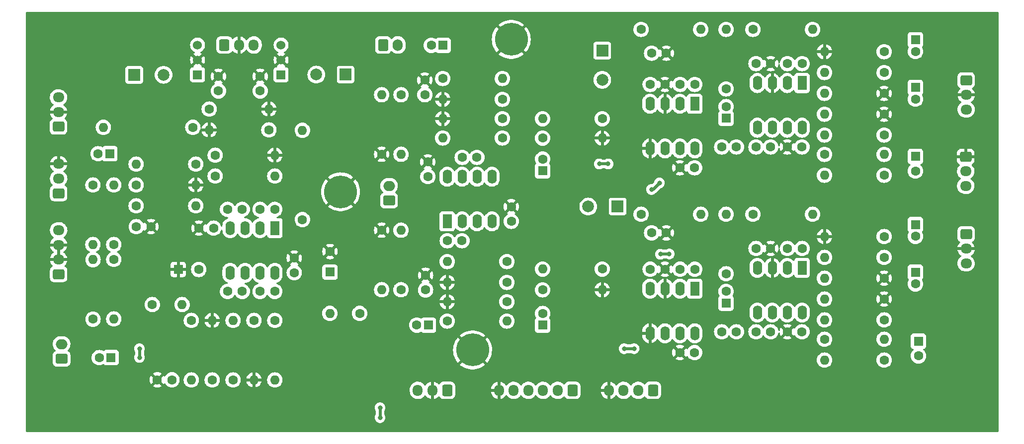
<source format=gbr>
%TF.GenerationSoftware,KiCad,Pcbnew,(6.0.6)*%
%TF.CreationDate,2022-07-24T16:53:50+02:00*%
%TF.ProjectId,emxr,656d7872-2e6b-4696-9361-645f70636258,rev?*%
%TF.SameCoordinates,Original*%
%TF.FileFunction,Copper,L2,Bot*%
%TF.FilePolarity,Positive*%
%FSLAX46Y46*%
G04 Gerber Fmt 4.6, Leading zero omitted, Abs format (unit mm)*
G04 Created by KiCad (PCBNEW (6.0.6)) date 2022-07-24 16:53:50*
%MOMM*%
%LPD*%
G01*
G04 APERTURE LIST*
G04 Aperture macros list*
%AMRoundRect*
0 Rectangle with rounded corners*
0 $1 Rounding radius*
0 $2 $3 $4 $5 $6 $7 $8 $9 X,Y pos of 4 corners*
0 Add a 4 corners polygon primitive as box body*
4,1,4,$2,$3,$4,$5,$6,$7,$8,$9,$2,$3,0*
0 Add four circle primitives for the rounded corners*
1,1,$1+$1,$2,$3*
1,1,$1+$1,$4,$5*
1,1,$1+$1,$6,$7*
1,1,$1+$1,$8,$9*
0 Add four rect primitives between the rounded corners*
20,1,$1+$1,$2,$3,$4,$5,0*
20,1,$1+$1,$4,$5,$6,$7,0*
20,1,$1+$1,$6,$7,$8,$9,0*
20,1,$1+$1,$8,$9,$2,$3,0*%
G04 Aperture macros list end*
%TA.AperFunction,ComponentPad*%
%ADD10C,1.600000*%
%TD*%
%TA.AperFunction,ComponentPad*%
%ADD11O,1.600000X1.600000*%
%TD*%
%TA.AperFunction,ComponentPad*%
%ADD12R,1.600000X2.400000*%
%TD*%
%TA.AperFunction,ComponentPad*%
%ADD13O,1.600000X2.400000*%
%TD*%
%TA.AperFunction,ComponentPad*%
%ADD14RoundRect,0.250000X0.725000X-0.600000X0.725000X0.600000X-0.725000X0.600000X-0.725000X-0.600000X0*%
%TD*%
%TA.AperFunction,ComponentPad*%
%ADD15O,1.950000X1.700000*%
%TD*%
%TA.AperFunction,ComponentPad*%
%ADD16R,1.600000X1.600000*%
%TD*%
%TA.AperFunction,ComponentPad*%
%ADD17RoundRect,0.250000X-0.725000X0.600000X-0.725000X-0.600000X0.725000X-0.600000X0.725000X0.600000X0*%
%TD*%
%TA.AperFunction,ComponentPad*%
%ADD18RoundRect,0.250000X0.600000X0.725000X-0.600000X0.725000X-0.600000X-0.725000X0.600000X-0.725000X0*%
%TD*%
%TA.AperFunction,ComponentPad*%
%ADD19O,1.700000X1.950000*%
%TD*%
%TA.AperFunction,ComponentPad*%
%ADD20C,3.600000*%
%TD*%
%TA.AperFunction,ConnectorPad*%
%ADD21C,5.600000*%
%TD*%
%TA.AperFunction,ComponentPad*%
%ADD22R,1.524000X1.524000*%
%TD*%
%TA.AperFunction,ComponentPad*%
%ADD23C,1.524000*%
%TD*%
%TA.AperFunction,ComponentPad*%
%ADD24R,2.000000X2.000000*%
%TD*%
%TA.AperFunction,ComponentPad*%
%ADD25C,2.000000*%
%TD*%
%TA.AperFunction,ComponentPad*%
%ADD26RoundRect,0.250000X-0.600000X-0.750000X0.600000X-0.750000X0.600000X0.750000X-0.600000X0.750000X0*%
%TD*%
%TA.AperFunction,ComponentPad*%
%ADD27O,1.700000X2.000000*%
%TD*%
%TA.AperFunction,ComponentPad*%
%ADD28RoundRect,0.250000X0.750000X-0.600000X0.750000X0.600000X-0.750000X0.600000X-0.750000X-0.600000X0*%
%TD*%
%TA.AperFunction,ComponentPad*%
%ADD29O,2.000000X1.700000*%
%TD*%
%TA.AperFunction,ComponentPad*%
%ADD30RoundRect,0.250000X-0.600000X-0.725000X0.600000X-0.725000X0.600000X0.725000X-0.600000X0.725000X0*%
%TD*%
%TA.AperFunction,ViaPad*%
%ADD31C,0.800000*%
%TD*%
%TA.AperFunction,Conductor*%
%ADD32C,0.500000*%
%TD*%
G04 APERTURE END LIST*
D10*
%TO.P,R216,1*%
%TO.N,Net-(C207-Pad1)*%
X148580000Y-80274000D03*
D11*
%TO.P,R216,2*%
%TO.N,GND*%
X138420000Y-80274000D03*
%TD*%
D12*
%TO.P,IC201,1*%
%TO.N,Net-(C203-Pad2)*%
X139182000Y-97800000D03*
D13*
%TO.P,IC201,2,-*%
%TO.N,Net-(C203-Pad1)*%
X141722000Y-97800000D03*
%TO.P,IC201,3,+*%
%TO.N,Net-(IC201-Pad3)*%
X144262000Y-97800000D03*
%TO.P,IC201,4,V-*%
%TO.N,-15V*%
X146802000Y-97800000D03*
%TO.P,IC201,5,+*%
%TO.N,Net-(IC201-Pad5)*%
X146802000Y-90180000D03*
%TO.P,IC201,6,-*%
%TO.N,Net-(C207-Pad1)*%
X144262000Y-90180000D03*
%TO.P,IC201,7*%
%TO.N,Net-(C207-Pad2)*%
X141722000Y-90180000D03*
%TO.P,IC201,8,V+*%
%TO.N,+15V*%
X139182000Y-90180000D03*
%TD*%
D10*
%TO.P,R405,1*%
%TO.N,Net-(C411-Pad1)*%
X213604000Y-103943621D03*
D11*
%TO.P,R405,2*%
%TO.N,Net-(C414-Pad1)*%
X203444000Y-103943621D03*
%TD*%
D14*
%TO.P,J105,1,Pin_1*%
%TO.N,Net-(J105-Pad1)*%
X73000000Y-93000000D03*
D15*
%TO.P,J105,2,Pin_2*%
%TO.N,Net-(J105-Pad2)*%
X73000000Y-90500000D03*
%TO.P,J105,3,Pin_3*%
%TO.N,GND*%
X73000000Y-88000000D03*
%TD*%
D16*
%TO.P,C510,1*%
%TO.N,Net-(C506-Pad2)*%
X218938000Y-66812000D03*
D10*
%TO.P,C510,2*%
%TO.N,/Stereo Channel R/POT_FRONT_VOL_L_PRE*%
X218938000Y-68812000D03*
%TD*%
%TO.P,R315,1*%
%TO.N,Net-(C314-Pad2)*%
X108814000Y-82189000D03*
D11*
%TO.P,R315,2*%
%TO.N,GND*%
X98654000Y-82189000D03*
%TD*%
D10*
%TO.P,R401,1*%
%TO.N,Net-(C405-Pad1)*%
X172202000Y-96577621D03*
D11*
%TO.P,R401,2*%
%TO.N,Net-(C405-Pad2)*%
X182362000Y-96577621D03*
%TD*%
D16*
%TO.P,C206,1*%
%TO.N,Net-(C203-Pad2)*%
X155438000Y-115519112D03*
D10*
%TO.P,C206,2*%
%TO.N,Net-(C206-Pad2)*%
X155438000Y-113519112D03*
%TD*%
D17*
%TO.P,J401,1,Pin_1*%
%TO.N,/Stereo Channel L/POT_FRONT_VOL_L_PRE*%
X227564000Y-99969000D03*
D15*
%TO.P,J401,2,Pin_2*%
%TO.N,GND*%
X227564000Y-102469000D03*
%TO.P,J401,3,Pin_3*%
%TO.N,/Stereo Channel L/POT_FRONT_VOL_L_POST*%
X227564000Y-104969000D03*
%TD*%
D10*
%TO.P,C512,1*%
%TO.N,Net-(C505-Pad1)*%
X174000000Y-69098000D03*
%TO.P,C512,2*%
%TO.N,GND*%
X176500000Y-69098000D03*
%TD*%
D16*
%TO.P,C306,1*%
%TO.N,Net-(C306-Pad1)*%
X81725436Y-86250000D03*
D10*
%TO.P,C306,2*%
%TO.N,Net-(C306-Pad2)*%
X79725436Y-86250000D03*
%TD*%
D18*
%TO.P,J103,1,Pin_1*%
%TO.N,PHANTOM_PW*%
X160508000Y-126639000D03*
D19*
%TO.P,J103,2,Pin_2*%
%TO.N,+15V*%
X158008000Y-126639000D03*
%TO.P,J103,3,Pin_3*%
%TO.N,-15V*%
X155508000Y-126639000D03*
%TO.P,J103,4,Pin_4*%
%TO.N,BUS_L*%
X153008000Y-126639000D03*
%TO.P,J103,5,Pin_5*%
%TO.N,BUS_R*%
X150508000Y-126639000D03*
%TO.P,J103,6,Pin_6*%
%TO.N,GND*%
X148008000Y-126639000D03*
%TD*%
D10*
%TO.P,R313,1*%
%TO.N,Net-(C312-Pad2)*%
X114520323Y-97500000D03*
D11*
%TO.P,R313,2*%
%TO.N,Net-(C314-Pad1)*%
X114520323Y-82260000D03*
%TD*%
D10*
%TO.P,C308,1*%
%TO.N,Net-(C308-Pad1)*%
X86228000Y-98699000D03*
%TO.P,C308,2*%
%TO.N,GND*%
X88728000Y-98699000D03*
%TD*%
%TO.P,C404,1*%
%TO.N,-15V*%
X191780000Y-102419621D03*
%TO.P,C404,2*%
%TO.N,GND*%
X194280000Y-102419621D03*
%TD*%
D20*
%TO.P,H107,1,1*%
%TO.N,GND*%
X121020323Y-92750000D03*
D21*
X121020323Y-92750000D03*
%TD*%
D10*
%TO.P,C305,1*%
%TO.N,Net-(C305-Pad1)*%
X107310000Y-95750000D03*
%TO.P,C305,2*%
%TO.N,Net-(C305-Pad2)*%
X109810000Y-95750000D03*
%TD*%
D20*
%TO.P,H101,1,1*%
%TO.N,GND*%
X73092323Y-66750000D03*
D21*
X73092323Y-66750000D03*
%TD*%
D10*
%TO.P,C202,1*%
%TO.N,-15V*%
X150094000Y-97790000D03*
%TO.P,C202,2*%
%TO.N,GND*%
X150094000Y-95290000D03*
%TD*%
D22*
%TO.P,LC302,1,1*%
%TO.N,Net-(C314-Pad2)*%
X110886000Y-72774000D03*
D23*
%TO.P,LC302,2,2*%
%TO.N,GND*%
X110886000Y-70234000D03*
%TO.P,LC302,3,3*%
%TO.N,Net-(J301-Pad3)*%
X110886000Y-67694000D03*
%TD*%
D10*
%TO.P,R201,1*%
%TO.N,Net-(C203-Pad1)*%
X149342000Y-104658000D03*
D11*
%TO.P,R201,2*%
%TO.N,Net-(C203-Pad2)*%
X139182000Y-104658000D03*
%TD*%
D16*
%TO.P,C513,1*%
%TO.N,Net-(C513-Pad1)*%
X218928000Y-86711621D03*
D10*
%TO.P,C513,2*%
%TO.N,Net-(C513-Pad2)*%
X218928000Y-89211621D03*
%TD*%
%TO.P,R510,1*%
%TO.N,GND*%
X213604000Y-79512000D03*
D11*
%TO.P,R510,2*%
%TO.N,Net-(C507-Pad1)*%
X203444000Y-79512000D03*
%TD*%
D10*
%TO.P,R215,1*%
%TO.N,Net-(C210-Pad2)*%
X155428000Y-83586000D03*
D11*
%TO.P,R215,2*%
%TO.N,GND*%
X165588000Y-83586000D03*
%TD*%
D24*
%TO.P,C408,1*%
%TO.N,Net-(C405-Pad1)*%
X168209677Y-95270000D03*
D25*
%TO.P,C408,2*%
%TO.N,BUS_L*%
X163209677Y-95270000D03*
%TD*%
D10*
%TO.P,C301,1*%
%TO.N,GND*%
X113132000Y-104053000D03*
%TO.P,C301,2*%
%TO.N,Net-(C301-Pad2)*%
X113132000Y-106553000D03*
%TD*%
%TO.P,R205,1*%
%TO.N,BUS_L*%
X165588000Y-105938000D03*
D11*
%TO.P,R205,2*%
%TO.N,Net-(C206-Pad2)*%
X155428000Y-105938000D03*
%TD*%
D10*
%TO.P,C309,1*%
%TO.N,Net-(C309-Pad1)*%
X101770323Y-95750000D03*
%TO.P,C309,2*%
%TO.N,Net-(C305-Pad1)*%
X104270323Y-95750000D03*
%TD*%
%TO.P,R402,1*%
%TO.N,Net-(C406-Pad1)*%
X191252000Y-96577621D03*
D11*
%TO.P,R402,2*%
%TO.N,Net-(C406-Pad2)*%
X201412000Y-96577621D03*
%TD*%
D10*
%TO.P,C403,1*%
%TO.N,-15V*%
X173756000Y-105965621D03*
%TO.P,C403,2*%
%TO.N,GND*%
X176256000Y-105965621D03*
%TD*%
D21*
%TO.P,H102,1,1*%
%TO.N,GND*%
X228326000Y-66750000D03*
D20*
X228326000Y-66750000D03*
%TD*%
%TO.P,H105,1,1*%
%TO.N,GND*%
X150094000Y-66750000D03*
D21*
X150094000Y-66750000D03*
%TD*%
D10*
%TO.P,R301,1*%
%TO.N,Net-(C305-Pad1)*%
X99670000Y-90063000D03*
D11*
%TO.P,R301,2*%
%TO.N,Net-(C305-Pad2)*%
X109830000Y-90063000D03*
%TD*%
D10*
%TO.P,C312,1*%
%TO.N,Net-(C312-Pad1)*%
X107310000Y-109750000D03*
%TO.P,C312,2*%
%TO.N,Net-(C312-Pad2)*%
X109810000Y-109750000D03*
%TD*%
%TO.P,R505,1*%
%TO.N,Net-(C511-Pad1)*%
X213604000Y-72400000D03*
D11*
%TO.P,R505,2*%
%TO.N,Net-(C514-Pad1)*%
X203444000Y-72400000D03*
%TD*%
D16*
%TO.P,C209,1*%
%TO.N,Net-(C209-Pad1)*%
X138480888Y-67750000D03*
D10*
%TO.P,C209,2*%
%TO.N,Net-(C209-Pad2)*%
X136480888Y-67750000D03*
%TD*%
D17*
%TO.P,J104,1,Pin_1*%
%TO.N,GND*%
X227500000Y-86750000D03*
D15*
%TO.P,J104,2,Pin_2*%
%TO.N,SINGAL_R_PRE_GEQ*%
X227500000Y-89250000D03*
%TO.P,J104,3,Pin_3*%
%TO.N,SINGAL_L_PRE_GEQ*%
X227500000Y-91750000D03*
%TD*%
D20*
%TO.P,H103,1,1*%
%TO.N,GND*%
X228580000Y-128996000D03*
D21*
X228580000Y-128996000D03*
%TD*%
D10*
%TO.P,C311,1*%
%TO.N,Net-(C307-Pad2)*%
X100218000Y-75548000D03*
%TO.P,C311,2*%
%TO.N,GND*%
X100218000Y-73048000D03*
%TD*%
D24*
%TO.P,C508,1*%
%TO.N,Net-(C505-Pad1)*%
X165588000Y-68645323D03*
D25*
%TO.P,C508,2*%
%TO.N,BUS_R*%
X165588000Y-73645323D03*
%TD*%
D10*
%TO.P,R409,1*%
%TO.N,GND*%
X213604000Y-107499621D03*
D11*
%TO.P,R409,2*%
%TO.N,Net-(C414-Pad1)*%
X203444000Y-107499621D03*
%TD*%
D10*
%TO.P,C502,1*%
%TO.N,GND*%
X197114000Y-85100000D03*
%TO.P,C502,2*%
%TO.N,+15V*%
X199614000Y-85100000D03*
%TD*%
D18*
%TO.P,J205,1,Pin_1*%
%TO.N,Net-(C205-Pad2)*%
X139172000Y-126639000D03*
D19*
%TO.P,J205,2,Pin_2*%
%TO.N,GND*%
X136672000Y-126639000D03*
%TO.P,J205,3,Pin_3*%
%TO.N,Net-(C204-Pad1)*%
X134172000Y-126639000D03*
%TD*%
D10*
%TO.P,FR302,1*%
%TO.N,-15V*%
X88955323Y-112000000D03*
D11*
%TO.P,FR302,2*%
%TO.N,Net-(C303-Pad1)*%
X94035323Y-112000000D03*
%TD*%
D24*
%TO.P,C314,1*%
%TO.N,Net-(C314-Pad1)*%
X121888000Y-72750000D03*
D25*
%TO.P,C314,2*%
%TO.N,Net-(C314-Pad2)*%
X116888000Y-72750000D03*
%TD*%
D16*
%TO.P,C205,1*%
%TO.N,Net-(C205-Pad1)*%
X136000000Y-115500000D03*
D10*
%TO.P,C205,2*%
%TO.N,Net-(C205-Pad2)*%
X134000000Y-115500000D03*
%TD*%
%TO.P,R203,1*%
%TO.N,GND*%
X128023000Y-99304000D03*
D11*
%TO.P,R203,2*%
%TO.N,Net-(C204-Pad1)*%
X128023000Y-109464000D03*
%TD*%
D10*
%TO.P,R214,1*%
%TO.N,Net-(IC201-Pad5)*%
X148580000Y-76972000D03*
D11*
%TO.P,R214,2*%
%TO.N,GND*%
X138420000Y-76972000D03*
%TD*%
D10*
%TO.P,C514,1*%
%TO.N,Net-(C514-Pad1)*%
X185938000Y-85100000D03*
%TO.P,C514,2*%
%TO.N,Net-(C507-Pad1)*%
X188438000Y-85100000D03*
%TD*%
%TO.P,C414,1*%
%TO.N,Net-(C414-Pad1)*%
X185938000Y-116643621D03*
%TO.P,C414,2*%
%TO.N,Net-(C407-Pad1)*%
X188438000Y-116643621D03*
%TD*%
D26*
%TO.P,J206,1,Pin_1*%
%TO.N,Net-(C208-Pad1)*%
X128270000Y-67694000D03*
D27*
%TO.P,J206,2,Pin_2*%
%TO.N,Net-(C209-Pad2)*%
X130770000Y-67694000D03*
%TD*%
D16*
%TO.P,C411,1*%
%TO.N,Net-(C411-Pad1)*%
X218938000Y-106483621D03*
D10*
%TO.P,C411,2*%
%TO.N,/Stereo Channel L/POT_FRONT_VOL_L_POST*%
X218938000Y-108483621D03*
%TD*%
D16*
%TO.P,C413,1*%
%TO.N,Net-(C413-Pad1)*%
X219446000Y-118255242D03*
D10*
%TO.P,C413,2*%
%TO.N,Net-(C413-Pad2)*%
X219446000Y-120755242D03*
%TD*%
%TO.P,R410,1*%
%TO.N,GND*%
X213604000Y-111055621D03*
D11*
%TO.P,R410,2*%
%TO.N,Net-(C407-Pad1)*%
X203444000Y-111055621D03*
%TD*%
D10*
%TO.P,FR301,1*%
%TO.N,+15V*%
X124270323Y-113500000D03*
D11*
%TO.P,FR301,2*%
%TO.N,Net-(C301-Pad2)*%
X119190323Y-113500000D03*
%TD*%
D10*
%TO.P,R506,1*%
%TO.N,/Stereo Channel R/POT_FRONT_VOL_L_PRE*%
X213604000Y-68844000D03*
D11*
%TO.P,R506,2*%
%TO.N,GND*%
X203444000Y-68844000D03*
%TD*%
D28*
%TO.P,J303,1,Pin_1*%
%TO.N,Net-(C313-Pad2)*%
X73495323Y-121250000D03*
D29*
%TO.P,J303,2,Pin_2*%
%TO.N,Net-(J303-Pad2)*%
X73495323Y-118750000D03*
%TD*%
D10*
%TO.P,R503,1*%
%TO.N,Net-(C507-Pad1)*%
X213604000Y-83068000D03*
D11*
%TO.P,R503,2*%
%TO.N,Net-(C507-Pad2)*%
X203444000Y-83068000D03*
%TD*%
D10*
%TO.P,R102,1*%
%TO.N,Net-(J105-Pad1)*%
X78859000Y-114487000D03*
D11*
%TO.P,R102,2*%
%TO.N,SINGAL_R_POST_GEQ*%
X78859000Y-104327000D03*
%TD*%
D10*
%TO.P,C501,1*%
%TO.N,GND*%
X178816000Y-88646000D03*
%TO.P,C501,2*%
%TO.N,+15V*%
X181316000Y-88646000D03*
%TD*%
%TO.P,R211,1*%
%TO.N,GND*%
X128023000Y-86350000D03*
D11*
%TO.P,R211,2*%
%TO.N,Net-(C208-Pad1)*%
X128023000Y-76190000D03*
%TD*%
D12*
%TO.P,IC301,1*%
%TO.N,Net-(C305-Pad2)*%
X109830000Y-98953000D03*
D13*
%TO.P,IC301,2,-*%
%TO.N,Net-(C305-Pad1)*%
X107290000Y-98953000D03*
%TO.P,IC301,3,+*%
%TO.N,Net-(C309-Pad1)*%
X104750000Y-98953000D03*
%TO.P,IC301,4,V-*%
%TO.N,Net-(C303-Pad1)*%
X102210000Y-98953000D03*
%TO.P,IC301,5,+*%
%TO.N,Net-(C316-Pad1)*%
X102210000Y-106573000D03*
%TO.P,IC301,6,-*%
%TO.N,Net-(C312-Pad1)*%
X104750000Y-106573000D03*
%TO.P,IC301,7*%
%TO.N,Net-(C312-Pad2)*%
X107290000Y-106573000D03*
%TO.P,IC301,8,V+*%
%TO.N,Net-(C301-Pad2)*%
X109830000Y-106573000D03*
%TD*%
D10*
%TO.P,C402,1*%
%TO.N,GND*%
X197114000Y-116643621D03*
%TO.P,C402,2*%
%TO.N,+15V*%
X199614000Y-116643621D03*
%TD*%
%TO.P,R314,1*%
%TO.N,Net-(C315-Pad1)*%
X99162000Y-124861000D03*
D11*
%TO.P,R314,2*%
%TO.N,GND*%
X99162000Y-114701000D03*
%TD*%
D10*
%TO.P,R213,1*%
%TO.N,BUS_R*%
X165588000Y-80284000D03*
D11*
%TO.P,R213,2*%
%TO.N,Net-(C210-Pad2)*%
X155428000Y-80284000D03*
%TD*%
D14*
%TO.P,J302,1,Pin_1*%
%TO.N,Net-(J302-Pad1)*%
X72983000Y-81641000D03*
D15*
%TO.P,J302,2,Pin_2*%
%TO.N,GND*%
X72983000Y-79141000D03*
%TO.P,J302,3,Pin_3*%
%TO.N,Net-(C306-Pad2)*%
X72983000Y-76641000D03*
%TD*%
D10*
%TO.P,R403,1*%
%TO.N,Net-(C407-Pad1)*%
X213604000Y-114611621D03*
D11*
%TO.P,R403,2*%
%TO.N,Net-(C407-Pad2)*%
X203444000Y-114611621D03*
%TD*%
D10*
%TO.P,C207,1*%
%TO.N,Net-(C207-Pad1)*%
X144242000Y-86878000D03*
%TO.P,C207,2*%
%TO.N,Net-(C207-Pad2)*%
X141742000Y-86878000D03*
%TD*%
%TO.P,R507,1*%
%TO.N,Net-(C507-Pad2)*%
X203444000Y-86370000D03*
D11*
%TO.P,R507,2*%
%TO.N,Net-(C513-Pad1)*%
X213604000Y-86370000D03*
%TD*%
D10*
%TO.P,R404,1*%
%TO.N,Net-(C409-Pad2)*%
X186680000Y-106737621D03*
D11*
%TO.P,R404,2*%
%TO.N,Net-(C406-Pad1)*%
X186680000Y-96577621D03*
%TD*%
D10*
%TO.P,C506,1*%
%TO.N,Net-(C506-Pad1)*%
X197134000Y-70876000D03*
%TO.P,C506,2*%
%TO.N,Net-(C506-Pad2)*%
X199634000Y-70876000D03*
%TD*%
%TO.P,R307,1*%
%TO.N,Net-(C307-Pad2)*%
X98654000Y-78633000D03*
D11*
%TO.P,R307,2*%
%TO.N,GND*%
X108814000Y-78633000D03*
%TD*%
D10*
%TO.P,C318,1*%
%TO.N,Net-(C314-Pad2)*%
X107330000Y-75548000D03*
%TO.P,C318,2*%
%TO.N,GND*%
X107330000Y-73048000D03*
%TD*%
%TO.P,R302,1*%
%TO.N,SINGAL_L_POST_GEQ*%
X82398000Y-101747000D03*
D11*
%TO.P,R302,2*%
%TO.N,Net-(J302-Pad1)*%
X82398000Y-91587000D03*
%TD*%
D10*
%TO.P,C503,1*%
%TO.N,-15V*%
X173756000Y-74422000D03*
%TO.P,C503,2*%
%TO.N,GND*%
X176256000Y-74422000D03*
%TD*%
D16*
%TO.P,C313,1*%
%TO.N,Net-(C313-Pad1)*%
X81921436Y-121051000D03*
D10*
%TO.P,C313,2*%
%TO.N,Net-(C313-Pad2)*%
X79921436Y-121051000D03*
%TD*%
D22*
%TO.P,LC301,1,1*%
%TO.N,Net-(C307-Pad2)*%
X96662000Y-72774000D03*
D23*
%TO.P,LC301,2,2*%
%TO.N,GND*%
X96662000Y-70234000D03*
%TO.P,LC301,3,3*%
%TO.N,Net-(J301-Pad1)*%
X96662000Y-67694000D03*
%TD*%
D10*
%TO.P,C405,1*%
%TO.N,Net-(C405-Pad1)*%
X178856000Y-105965621D03*
%TO.P,C405,2*%
%TO.N,Net-(C405-Pad2)*%
X181356000Y-105965621D03*
%TD*%
D17*
%TO.P,J501,1,Pin_1*%
%TO.N,/Stereo Channel R/POT_FRONT_VOL_L_PRE*%
X227581000Y-73710000D03*
D15*
%TO.P,J501,2,Pin_2*%
%TO.N,GND*%
X227581000Y-76210000D03*
%TO.P,J501,3,Pin_3*%
%TO.N,/Stereo Channel R/POT_FRONT_VOL_L_POST*%
X227581000Y-78710000D03*
%TD*%
D12*
%TO.P,IC502,1*%
%TO.N,Net-(C506-Pad2)*%
X199624000Y-74188000D03*
D13*
%TO.P,IC502,2,-*%
%TO.N,Net-(C506-Pad1)*%
X197084000Y-74188000D03*
%TO.P,IC502,3,+*%
%TO.N,GND*%
X194544000Y-74188000D03*
%TO.P,IC502,4,V-*%
%TO.N,-15V*%
X192004000Y-74188000D03*
%TO.P,IC502,5,+*%
%TO.N,Net-(C514-Pad1)*%
X192004000Y-81808000D03*
%TO.P,IC502,6,-*%
%TO.N,Net-(C507-Pad1)*%
X194544000Y-81808000D03*
%TO.P,IC502,7*%
%TO.N,Net-(C507-Pad2)*%
X197084000Y-81808000D03*
%TO.P,IC502,8,V+*%
%TO.N,+15V*%
X199624000Y-81808000D03*
%TD*%
D10*
%TO.P,R207,1*%
%TO.N,Net-(C203-Pad1)*%
X149342000Y-108214000D03*
D11*
%TO.P,R207,2*%
%TO.N,GND*%
X139182000Y-108214000D03*
%TD*%
D10*
%TO.P,C204,1*%
%TO.N,Net-(C204-Pad1)*%
X135500000Y-109500000D03*
%TO.P,C204,2*%
%TO.N,GND*%
X135500000Y-107000000D03*
%TD*%
%TO.P,C401,1*%
%TO.N,GND*%
X178816000Y-120189621D03*
%TO.P,C401,2*%
%TO.N,+15V*%
X181316000Y-120189621D03*
%TD*%
D16*
%TO.P,C304,1*%
%TO.N,GND*%
X93367672Y-106000000D03*
D10*
%TO.P,C304,2*%
%TO.N,Net-(C303-Pad1)*%
X96867672Y-106000000D03*
%TD*%
D16*
%TO.P,C511,1*%
%TO.N,Net-(C511-Pad1)*%
X218938000Y-74940000D03*
D10*
%TO.P,C511,2*%
%TO.N,/Stereo Channel R/POT_FRONT_VOL_L_POST*%
X218938000Y-76940000D03*
%TD*%
%TO.P,R308,1*%
%TO.N,Net-(C305-Pad1)*%
X99670000Y-86507000D03*
D11*
%TO.P,R308,2*%
%TO.N,GND*%
X109830000Y-86507000D03*
%TD*%
D24*
%TO.P,C307,1*%
%TO.N,Net-(C307-Pad1)*%
X85872323Y-72791000D03*
D25*
%TO.P,C307,2*%
%TO.N,Net-(C307-Pad2)*%
X90872323Y-72791000D03*
%TD*%
D10*
%TO.P,R509,1*%
%TO.N,GND*%
X213604000Y-75956000D03*
D11*
%TO.P,R509,2*%
%TO.N,Net-(C514-Pad1)*%
X203444000Y-75956000D03*
%TD*%
D20*
%TO.P,H104,1,1*%
%TO.N,GND*%
X72838323Y-129250000D03*
D21*
X72838323Y-129250000D03*
%TD*%
D10*
%TO.P,R206,1*%
%TO.N,Net-(C206-Pad2)*%
X155428000Y-109480000D03*
D11*
%TO.P,R206,2*%
%TO.N,GND*%
X165588000Y-109480000D03*
%TD*%
D10*
%TO.P,C203,1*%
%TO.N,Net-(C203-Pad1)*%
X141702000Y-101102000D03*
%TO.P,C203,2*%
%TO.N,Net-(C203-Pad2)*%
X139202000Y-101102000D03*
%TD*%
D14*
%TO.P,J108,1,Pin_1*%
%TO.N,SINGAL_R_POST_GEQ*%
X73000000Y-106807000D03*
D15*
%TO.P,J108,2,Pin_2*%
%TO.N,GND*%
X73000000Y-104307000D03*
%TO.P,J108,3,Pin_3*%
X73000000Y-101807000D03*
%TO.P,J108,4,Pin_4*%
%TO.N,SINGAL_L_POST_GEQ*%
X73000000Y-99307000D03*
%TD*%
D10*
%TO.P,C208,1*%
%TO.N,Net-(C208-Pad1)*%
X135372000Y-76190000D03*
%TO.P,C208,2*%
%TO.N,GND*%
X135372000Y-73690000D03*
%TD*%
%TO.P,R202,1*%
%TO.N,Net-(C204-Pad1)*%
X131308000Y-109464000D03*
D11*
%TO.P,R202,2*%
%TO.N,SELECTED_L*%
X131308000Y-99304000D03*
%TD*%
D10*
%TO.P,R303,1*%
%TO.N,Net-(C306-Pad1)*%
X96368000Y-88031000D03*
D11*
%TO.P,R303,2*%
%TO.N,Net-(C308-Pad1)*%
X86208000Y-88031000D03*
%TD*%
D10*
%TO.P,R210,1*%
%TO.N,Net-(C208-Pad1)*%
X131325000Y-76190000D03*
D11*
%TO.P,R210,2*%
%TO.N,SELECTED_R*%
X131325000Y-86350000D03*
%TD*%
D10*
%TO.P,R311,1*%
%TO.N,Net-(C313-Pad1)*%
X95606000Y-114701000D03*
D11*
%TO.P,R311,2*%
%TO.N,Net-(C315-Pad1)*%
X95606000Y-124861000D03*
%TD*%
D12*
%TO.P,IC501,1*%
%TO.N,Net-(C505-Pad2)*%
X181346000Y-77734000D03*
D13*
%TO.P,IC501,2,-*%
%TO.N,Net-(C505-Pad1)*%
X178806000Y-77734000D03*
%TO.P,IC501,3,+*%
%TO.N,GND*%
X176266000Y-77734000D03*
%TO.P,IC501,4,V-*%
%TO.N,-15V*%
X173726000Y-77734000D03*
%TO.P,IC501,5,+*%
%TO.N,GND*%
X173726000Y-85354000D03*
%TO.P,IC501,6,-*%
%TO.N,Net-(IC501-Pad6)*%
X176266000Y-85354000D03*
%TO.P,IC501,7*%
X178806000Y-85354000D03*
%TO.P,IC501,8,V+*%
%TO.N,+15V*%
X181346000Y-85354000D03*
%TD*%
D28*
%TO.P,J208,1,Pin_1*%
%TO.N,SELECTED_L*%
X129276000Y-94244000D03*
D29*
%TO.P,J208,2,Pin_2*%
%TO.N,SELECTED_R*%
X129276000Y-91744000D03*
%TD*%
D10*
%TO.P,R407,1*%
%TO.N,Net-(C407-Pad2)*%
X203444000Y-117913621D03*
D11*
%TO.P,R407,2*%
%TO.N,Net-(C413-Pad1)*%
X213604000Y-117913621D03*
%TD*%
D10*
%TO.P,C315,1*%
%TO.N,Net-(C315-Pad1)*%
X92304000Y-124841000D03*
%TO.P,C315,2*%
%TO.N,GND*%
X89804000Y-124841000D03*
%TD*%
%TO.P,R310,1*%
%TO.N,SINGAL_R_POST_GEQ*%
X82398000Y-104287000D03*
D11*
%TO.P,R310,2*%
%TO.N,Net-(J303-Pad2)*%
X82398000Y-114447000D03*
%TD*%
D30*
%TO.P,J301,1,Pin_1*%
%TO.N,Net-(J301-Pad1)*%
X101234000Y-67694000D03*
D19*
%TO.P,J301,2,Pin_2*%
%TO.N,GND*%
X103734000Y-67694000D03*
%TO.P,J301,3,Pin_3*%
%TO.N,Net-(J301-Pad3)*%
X106234000Y-67694000D03*
%TD*%
D10*
%TO.P,C505,1*%
%TO.N,Net-(C505-Pad1)*%
X178856000Y-74422000D03*
%TO.P,C505,2*%
%TO.N,Net-(C505-Pad2)*%
X181356000Y-74422000D03*
%TD*%
%TO.P,R316,1*%
%TO.N,Net-(C312-Pad1)*%
X106274000Y-114701000D03*
D11*
%TO.P,R316,2*%
%TO.N,GND*%
X106274000Y-124861000D03*
%TD*%
D10*
%TO.P,R309,1*%
%TO.N,Net-(C312-Pad1)*%
X109830000Y-114701000D03*
D11*
%TO.P,R309,2*%
%TO.N,Net-(C312-Pad2)*%
X109830000Y-124861000D03*
%TD*%
D10*
%TO.P,R208,1*%
%TO.N,Net-(IC201-Pad3)*%
X149342000Y-111516000D03*
D11*
%TO.P,R208,2*%
%TO.N,GND*%
X139182000Y-111516000D03*
%TD*%
D16*
%TO.P,C509,1*%
%TO.N,Net-(C505-Pad2)*%
X186680000Y-80213113D03*
D10*
%TO.P,C509,2*%
%TO.N,Net-(C509-Pad2)*%
X186680000Y-78213113D03*
%TD*%
%TO.P,C201,1*%
%TO.N,GND*%
X135890000Y-87650000D03*
%TO.P,C201,2*%
%TO.N,+15V*%
X135890000Y-90150000D03*
%TD*%
%TO.P,R304,1*%
%TO.N,Net-(C308-Pad1)*%
X86208000Y-95143000D03*
D11*
%TO.P,R304,2*%
%TO.N,Net-(C309-Pad1)*%
X96368000Y-95143000D03*
%TD*%
D10*
%TO.P,R305,1*%
%TO.N,Net-(C305-Pad2)*%
X95860000Y-81750000D03*
D11*
%TO.P,R305,2*%
%TO.N,Net-(C307-Pad1)*%
X80620000Y-81750000D03*
%TD*%
D10*
%TO.P,C407,1*%
%TO.N,Net-(C407-Pad1)*%
X191780000Y-116643621D03*
%TO.P,C407,2*%
%TO.N,Net-(C407-Pad2)*%
X194280000Y-116643621D03*
%TD*%
%TO.P,C507,1*%
%TO.N,Net-(C507-Pad1)*%
X191780000Y-85100000D03*
%TO.P,C507,2*%
%TO.N,Net-(C507-Pad2)*%
X194280000Y-85100000D03*
%TD*%
%TO.P,C504,1*%
%TO.N,-15V*%
X191780000Y-70876000D03*
%TO.P,C504,2*%
%TO.N,GND*%
X194280000Y-70876000D03*
%TD*%
%TO.P,R312,1*%
%TO.N,Net-(C315-Pad1)*%
X102718000Y-124861000D03*
D11*
%TO.P,R312,2*%
%TO.N,Net-(C316-Pad1)*%
X102718000Y-114701000D03*
%TD*%
D10*
%TO.P,R508,1*%
%TO.N,Net-(C513-Pad2)*%
X213604000Y-89926000D03*
D11*
%TO.P,R508,2*%
%TO.N,SINGAL_R_PRE_GEQ*%
X203444000Y-89926000D03*
%TD*%
D10*
%TO.P,C412,1*%
%TO.N,Net-(C405-Pad1)*%
X174000000Y-99750000D03*
%TO.P,C412,2*%
%TO.N,GND*%
X176500000Y-99750000D03*
%TD*%
D12*
%TO.P,IC401,1*%
%TO.N,Net-(C405-Pad2)*%
X181346000Y-109277621D03*
D13*
%TO.P,IC401,2,-*%
%TO.N,Net-(C405-Pad1)*%
X178806000Y-109277621D03*
%TO.P,IC401,3,+*%
%TO.N,GND*%
X176266000Y-109277621D03*
%TO.P,IC401,4,V-*%
%TO.N,-15V*%
X173726000Y-109277621D03*
%TO.P,IC401,5,+*%
%TO.N,GND*%
X173726000Y-116897621D03*
%TO.P,IC401,6,-*%
%TO.N,Net-(IC401-Pad6)*%
X176266000Y-116897621D03*
%TO.P,IC401,7*%
X178806000Y-116897621D03*
%TO.P,IC401,8,V+*%
%TO.N,+15V*%
X181346000Y-116897621D03*
%TD*%
D10*
%TO.P,C316,1*%
%TO.N,Net-(C316-Pad1)*%
X101770323Y-109750000D03*
%TO.P,C316,2*%
%TO.N,Net-(C312-Pad1)*%
X104270323Y-109750000D03*
%TD*%
D16*
%TO.P,C410,1*%
%TO.N,Net-(C406-Pad2)*%
X218938000Y-98355621D03*
D10*
%TO.P,C410,2*%
%TO.N,/Stereo Channel L/POT_FRONT_VOL_L_PRE*%
X218938000Y-100355621D03*
%TD*%
%TO.P,R501,1*%
%TO.N,Net-(C505-Pad1)*%
X172202000Y-65034000D03*
D11*
%TO.P,R501,2*%
%TO.N,Net-(C505-Pad2)*%
X182362000Y-65034000D03*
%TD*%
D10*
%TO.P,R204,1*%
%TO.N,Net-(C205-Pad1)*%
X139182000Y-114818000D03*
D11*
%TO.P,R204,2*%
%TO.N,Net-(IC201-Pad3)*%
X149342000Y-114818000D03*
%TD*%
D16*
%TO.P,C210,1*%
%TO.N,Net-(C207-Pad2)*%
X155438000Y-89164000D03*
D10*
%TO.P,C210,2*%
%TO.N,Net-(C210-Pad2)*%
X155438000Y-87164000D03*
%TD*%
D12*
%TO.P,IC402,1*%
%TO.N,Net-(C406-Pad2)*%
X199624000Y-105731621D03*
D13*
%TO.P,IC402,2,-*%
%TO.N,Net-(C406-Pad1)*%
X197084000Y-105731621D03*
%TO.P,IC402,3,+*%
%TO.N,GND*%
X194544000Y-105731621D03*
%TO.P,IC402,4,V-*%
%TO.N,-15V*%
X192004000Y-105731621D03*
%TO.P,IC402,5,+*%
%TO.N,Net-(C414-Pad1)*%
X192004000Y-113351621D03*
%TO.P,IC402,6,-*%
%TO.N,Net-(C407-Pad1)*%
X194544000Y-113351621D03*
%TO.P,IC402,7*%
%TO.N,Net-(C407-Pad2)*%
X197084000Y-113351621D03*
%TO.P,IC402,8,V+*%
%TO.N,+15V*%
X199624000Y-113351621D03*
%TD*%
D10*
%TO.P,R406,1*%
%TO.N,/Stereo Channel L/POT_FRONT_VOL_L_PRE*%
X213604000Y-100387621D03*
D11*
%TO.P,R406,2*%
%TO.N,GND*%
X203444000Y-100387621D03*
%TD*%
D18*
%TO.P,J101,1,Pin_1*%
%TO.N,+15V*%
X174224000Y-126639000D03*
D19*
%TO.P,J101,2,Pin_2*%
%TO.N,-15V*%
X171724000Y-126639000D03*
%TO.P,J101,3,Pin_3*%
%TO.N,PHANTOM_PW*%
X169224000Y-126639000D03*
%TO.P,J101,4,Pin_4*%
%TO.N,GND*%
X166724000Y-126639000D03*
%TD*%
D10*
%TO.P,R502,1*%
%TO.N,Net-(C506-Pad1)*%
X191252000Y-65034000D03*
D11*
%TO.P,R502,2*%
%TO.N,Net-(C506-Pad2)*%
X201412000Y-65034000D03*
%TD*%
D10*
%TO.P,R101,1*%
%TO.N,Net-(J105-Pad2)*%
X78842000Y-91587000D03*
D11*
%TO.P,R101,2*%
%TO.N,SINGAL_L_POST_GEQ*%
X78842000Y-101747000D03*
%TD*%
D10*
%TO.P,R408,1*%
%TO.N,Net-(C413-Pad2)*%
X213604000Y-121469621D03*
D11*
%TO.P,R408,2*%
%TO.N,SINGAL_L_PRE_GEQ*%
X203444000Y-121469621D03*
%TD*%
D10*
%TO.P,R209,1*%
%TO.N,Net-(C207-Pad1)*%
X148580000Y-83576000D03*
D11*
%TO.P,R209,2*%
%TO.N,Net-(C207-Pad2)*%
X138420000Y-83576000D03*
%TD*%
D10*
%TO.P,R212,1*%
%TO.N,Net-(C209-Pad1)*%
X138420000Y-73416000D03*
D11*
%TO.P,R212,2*%
%TO.N,Net-(IC201-Pad5)*%
X148580000Y-73416000D03*
%TD*%
D10*
%TO.P,R504,1*%
%TO.N,Net-(C509-Pad2)*%
X186680000Y-75194000D03*
D11*
%TO.P,R504,2*%
%TO.N,Net-(C506-Pad1)*%
X186680000Y-65034000D03*
%TD*%
D10*
%TO.P,C406,1*%
%TO.N,Net-(C406-Pad1)*%
X197134000Y-102419621D03*
%TO.P,C406,2*%
%TO.N,Net-(C406-Pad2)*%
X199634000Y-102419621D03*
%TD*%
D21*
%TO.P,H106,1,1*%
%TO.N,GND*%
X143500000Y-119750000D03*
D20*
X143500000Y-119750000D03*
%TD*%
D16*
%TO.P,C409,1*%
%TO.N,Net-(C405-Pad2)*%
X186680000Y-111756734D03*
D10*
%TO.P,C409,2*%
%TO.N,Net-(C409-Pad2)*%
X186680000Y-109756734D03*
%TD*%
%TO.P,C303,1*%
%TO.N,Net-(C303-Pad1)*%
X99396000Y-98953000D03*
%TO.P,C303,2*%
%TO.N,GND*%
X96896000Y-98953000D03*
%TD*%
%TO.P,R306,1*%
%TO.N,Net-(C308-Pad1)*%
X86208000Y-91587000D03*
D11*
%TO.P,R306,2*%
%TO.N,GND*%
X96368000Y-91587000D03*
%TD*%
D16*
%TO.P,C302,1*%
%TO.N,Net-(C301-Pad2)*%
X119228000Y-106447651D03*
D10*
%TO.P,C302,2*%
%TO.N,GND*%
X119228000Y-102947651D03*
%TD*%
D31*
%TO.N,-15V*%
X86770323Y-119527000D03*
X166591500Y-88000000D03*
X175506500Y-103403788D03*
X165092500Y-88000000D03*
X86770323Y-121038500D03*
X177005500Y-103359833D03*
%TO.N,+15V*%
X175332688Y-91240312D03*
X127742000Y-131298500D03*
X127742000Y-129599500D03*
X173970000Y-92349000D03*
X171026500Y-119527000D03*
X169327500Y-119527000D03*
%TD*%
D32*
%TO.N,-15V*%
X86770323Y-119527000D02*
X86770323Y-121038500D01*
X175550455Y-103359833D02*
X175506500Y-103403788D01*
X177005500Y-103359833D02*
X175550455Y-103359833D01*
X166591500Y-88000000D02*
X165092500Y-88000000D01*
%TO.N,+15V*%
X127742000Y-131298500D02*
X127742000Y-129599500D01*
X169327500Y-119527000D02*
X171026500Y-119527000D01*
X173970000Y-92349000D02*
X174224000Y-92349000D01*
X174224000Y-92349000D02*
X175332688Y-91240312D01*
%TD*%
%TA.AperFunction,Conductor*%
%TO.N,GND*%
G36*
X233023621Y-62074502D02*
G01*
X233070114Y-62128158D01*
X233081500Y-62180500D01*
X233081500Y-133615500D01*
X233061498Y-133683621D01*
X233007842Y-133730114D01*
X232955500Y-133741500D01*
X67544500Y-133741500D01*
X67476379Y-133721498D01*
X67429886Y-133667842D01*
X67418500Y-133615500D01*
X67418500Y-131298500D01*
X126828496Y-131298500D01*
X126848458Y-131488428D01*
X126907473Y-131670056D01*
X127002960Y-131835444D01*
X127130747Y-131977366D01*
X127285248Y-132089618D01*
X127291276Y-132092302D01*
X127291278Y-132092303D01*
X127453681Y-132164609D01*
X127459712Y-132167294D01*
X127553112Y-132187147D01*
X127640056Y-132205628D01*
X127640061Y-132205628D01*
X127646513Y-132207000D01*
X127837487Y-132207000D01*
X127843939Y-132205628D01*
X127843944Y-132205628D01*
X127930888Y-132187147D01*
X128024288Y-132167294D01*
X128030319Y-132164609D01*
X128192722Y-132092303D01*
X128192724Y-132092302D01*
X128198752Y-132089618D01*
X128353253Y-131977366D01*
X128481040Y-131835444D01*
X128576527Y-131670056D01*
X128635542Y-131488428D01*
X128655504Y-131298500D01*
X128635542Y-131108572D01*
X128576527Y-130926944D01*
X128517381Y-130824500D01*
X128510893Y-130800286D01*
X227141171Y-130800286D01*
X227147628Y-130809646D01*
X227168864Y-130828270D01*
X227175395Y-130833281D01*
X227420091Y-130996781D01*
X227427228Y-131000902D01*
X227691174Y-131131065D01*
X227698778Y-131134215D01*
X227977457Y-131228814D01*
X227985409Y-131230945D01*
X228274056Y-131288360D01*
X228282214Y-131289434D01*
X228575881Y-131308682D01*
X228584119Y-131308682D01*
X228877786Y-131289434D01*
X228885944Y-131288360D01*
X229174591Y-131230945D01*
X229182543Y-131228814D01*
X229461222Y-131134215D01*
X229468826Y-131131065D01*
X229732772Y-131000902D01*
X229739909Y-130996781D01*
X229984605Y-130833281D01*
X229991136Y-130828270D01*
X230010507Y-130811281D01*
X230018903Y-130798044D01*
X230013069Y-130788279D01*
X228592812Y-129368022D01*
X228578868Y-129360408D01*
X228577035Y-129360539D01*
X228570420Y-129364790D01*
X227148685Y-130786525D01*
X227141171Y-130800286D01*
X128510893Y-130800286D01*
X128500500Y-130761501D01*
X128500500Y-130136499D01*
X128517381Y-130073499D01*
X128573223Y-129976779D01*
X128573224Y-129976778D01*
X128576527Y-129971056D01*
X128635542Y-129789428D01*
X128655504Y-129599500D01*
X128635542Y-129409572D01*
X128576527Y-129227944D01*
X128481040Y-129062556D01*
X128424822Y-129000119D01*
X226267318Y-129000119D01*
X226286566Y-129293786D01*
X226287640Y-129301944D01*
X226345055Y-129590591D01*
X226347186Y-129598543D01*
X226441785Y-129877222D01*
X226444935Y-129884826D01*
X226575098Y-130148772D01*
X226579219Y-130155909D01*
X226742719Y-130400605D01*
X226747730Y-130407136D01*
X226764719Y-130426507D01*
X226777956Y-130434903D01*
X226787721Y-130429069D01*
X228207978Y-129008812D01*
X228214356Y-128997132D01*
X228944408Y-128997132D01*
X228944539Y-128998965D01*
X228948790Y-129005580D01*
X230370525Y-130427315D01*
X230384286Y-130434829D01*
X230393646Y-130428372D01*
X230412270Y-130407136D01*
X230417281Y-130400605D01*
X230580781Y-130155909D01*
X230584902Y-130148772D01*
X230715065Y-129884826D01*
X230718215Y-129877222D01*
X230812814Y-129598543D01*
X230814945Y-129590591D01*
X230872360Y-129301944D01*
X230873434Y-129293786D01*
X230892682Y-129000119D01*
X230892682Y-128991881D01*
X230873434Y-128698214D01*
X230872360Y-128690056D01*
X230814945Y-128401409D01*
X230812814Y-128393457D01*
X230718215Y-128114778D01*
X230715065Y-128107174D01*
X230584902Y-127843228D01*
X230580781Y-127836091D01*
X230417281Y-127591395D01*
X230412270Y-127584864D01*
X230395281Y-127565493D01*
X230382044Y-127557097D01*
X230372279Y-127562931D01*
X228952022Y-128983188D01*
X228944408Y-128997132D01*
X228214356Y-128997132D01*
X228215592Y-128994868D01*
X228215461Y-128993035D01*
X228211210Y-128986420D01*
X226789475Y-127564685D01*
X226775714Y-127557171D01*
X226766354Y-127563628D01*
X226747730Y-127584864D01*
X226742719Y-127591395D01*
X226579219Y-127836091D01*
X226575098Y-127843228D01*
X226444935Y-128107174D01*
X226441785Y-128114778D01*
X226347186Y-128393457D01*
X226345055Y-128401409D01*
X226287640Y-128690056D01*
X226286566Y-128698214D01*
X226267318Y-128991881D01*
X226267318Y-129000119D01*
X128424822Y-129000119D01*
X128423783Y-128998965D01*
X128357675Y-128925545D01*
X128357674Y-128925544D01*
X128353253Y-128920634D01*
X128198752Y-128808382D01*
X128192724Y-128805698D01*
X128192722Y-128805697D01*
X128030319Y-128733391D01*
X128030318Y-128733391D01*
X128024288Y-128730706D01*
X127930888Y-128710853D01*
X127843944Y-128692372D01*
X127843939Y-128692372D01*
X127837487Y-128691000D01*
X127646513Y-128691000D01*
X127640061Y-128692372D01*
X127640056Y-128692372D01*
X127553112Y-128710853D01*
X127459712Y-128730706D01*
X127453682Y-128733391D01*
X127453681Y-128733391D01*
X127291278Y-128805697D01*
X127291276Y-128805698D01*
X127285248Y-128808382D01*
X127130747Y-128920634D01*
X127126326Y-128925544D01*
X127126325Y-128925545D01*
X127060218Y-128998965D01*
X127002960Y-129062556D01*
X126907473Y-129227944D01*
X126848458Y-129409572D01*
X126828496Y-129599500D01*
X126848458Y-129789428D01*
X126907473Y-129971056D01*
X126910776Y-129976778D01*
X126910777Y-129976779D01*
X126966619Y-130073499D01*
X126983500Y-130136499D01*
X126983500Y-130761501D01*
X126966619Y-130824500D01*
X126907473Y-130926944D01*
X126848458Y-131108572D01*
X126828496Y-131298500D01*
X67418500Y-131298500D01*
X67418500Y-126821890D01*
X132813500Y-126821890D01*
X132828080Y-126993720D01*
X132829418Y-126998875D01*
X132829419Y-126998881D01*
X132884657Y-127211703D01*
X132885999Y-127216872D01*
X132980688Y-127427075D01*
X133109441Y-127618319D01*
X133113120Y-127622176D01*
X133113122Y-127622178D01*
X133174710Y-127686738D01*
X133268576Y-127785135D01*
X133453542Y-127922754D01*
X133458293Y-127925170D01*
X133458297Y-127925172D01*
X133521481Y-127957296D01*
X133659051Y-128027240D01*
X133664145Y-128028822D01*
X133664148Y-128028823D01*
X133829583Y-128080192D01*
X133879227Y-128095607D01*
X133884516Y-128096308D01*
X134102489Y-128125198D01*
X134102494Y-128125198D01*
X134107774Y-128125898D01*
X134113103Y-128125698D01*
X134113105Y-128125698D01*
X134222966Y-128121574D01*
X134338158Y-128117249D01*
X134360802Y-128112498D01*
X134558572Y-128071002D01*
X134563791Y-128069907D01*
X134568750Y-128067949D01*
X134568752Y-128067948D01*
X134773256Y-127987185D01*
X134773258Y-127987184D01*
X134778221Y-127985224D01*
X134783525Y-127982006D01*
X134970757Y-127868390D01*
X134970756Y-127868390D01*
X134975317Y-127865623D01*
X135015134Y-127831072D01*
X135145412Y-127718023D01*
X135145414Y-127718021D01*
X135149445Y-127714523D01*
X135213417Y-127636504D01*
X135292240Y-127540373D01*
X135292244Y-127540367D01*
X135295624Y-127536245D01*
X135309413Y-127512022D01*
X135313829Y-127504265D01*
X135364912Y-127454959D01*
X135434542Y-127441098D01*
X135500613Y-127467082D01*
X135527851Y-127496232D01*
X135606852Y-127613578D01*
X135613519Y-127621870D01*
X135765228Y-127780900D01*
X135773186Y-127787941D01*
X135949525Y-127919141D01*
X135958562Y-127924745D01*
X136154484Y-128024357D01*
X136164335Y-128028357D01*
X136374240Y-128093534D01*
X136384624Y-128095817D01*
X136400043Y-128097861D01*
X136414207Y-128095665D01*
X136418000Y-128082478D01*
X136418000Y-128080192D01*
X136926000Y-128080192D01*
X136929973Y-128093723D01*
X136940580Y-128095248D01*
X137058421Y-128070523D01*
X137068617Y-128067463D01*
X137273029Y-127986737D01*
X137282561Y-127982006D01*
X137470462Y-127867984D01*
X137479052Y-127861720D01*
X137645052Y-127717673D01*
X137652470Y-127710044D01*
X137678391Y-127678431D01*
X137737051Y-127638436D01*
X137808021Y-127636504D01*
X137868770Y-127673248D01*
X137882969Y-127692017D01*
X137973522Y-127838348D01*
X138098697Y-127963305D01*
X138104927Y-127967145D01*
X138104928Y-127967146D01*
X138242090Y-128051694D01*
X138249262Y-128056115D01*
X138284938Y-128067948D01*
X138410611Y-128109632D01*
X138410613Y-128109632D01*
X138417139Y-128111797D01*
X138423975Y-128112497D01*
X138423978Y-128112498D01*
X138459663Y-128116154D01*
X138521600Y-128122500D01*
X139822400Y-128122500D01*
X139825646Y-128122163D01*
X139825650Y-128122163D01*
X139921308Y-128112238D01*
X139921312Y-128112237D01*
X139928166Y-128111526D01*
X139934702Y-128109345D01*
X139934704Y-128109345D01*
X140066806Y-128065272D01*
X140095946Y-128055550D01*
X140246348Y-127962478D01*
X140371305Y-127837303D01*
X140403462Y-127785135D01*
X140460275Y-127692968D01*
X140460276Y-127692966D01*
X140464115Y-127686738D01*
X140514031Y-127536245D01*
X140517632Y-127525389D01*
X140517632Y-127525387D01*
X140519797Y-127518861D01*
X140521293Y-127504265D01*
X140525102Y-127467082D01*
X140530500Y-127414400D01*
X140530500Y-126909193D01*
X146657410Y-126909193D01*
X146664124Y-126988325D01*
X146665914Y-126998797D01*
X146721130Y-127211535D01*
X146724665Y-127221575D01*
X146814937Y-127421970D01*
X146820106Y-127431256D01*
X146942850Y-127613575D01*
X146949519Y-127621870D01*
X147101228Y-127780900D01*
X147109186Y-127787941D01*
X147285525Y-127919141D01*
X147294562Y-127924745D01*
X147490484Y-128024357D01*
X147500335Y-128028357D01*
X147710240Y-128093534D01*
X147720624Y-128095817D01*
X147736043Y-128097861D01*
X147750207Y-128095665D01*
X147754000Y-128082478D01*
X147754000Y-128080192D01*
X148262000Y-128080192D01*
X148265973Y-128093723D01*
X148276580Y-128095248D01*
X148394421Y-128070523D01*
X148404617Y-128067463D01*
X148609029Y-127986737D01*
X148618561Y-127982006D01*
X148806462Y-127867984D01*
X148815052Y-127861720D01*
X148981052Y-127717673D01*
X148988472Y-127710042D01*
X149127826Y-127540089D01*
X149133848Y-127531326D01*
X149149238Y-127504289D01*
X149200320Y-127454982D01*
X149269951Y-127441120D01*
X149336022Y-127467103D01*
X149363261Y-127496253D01*
X149392773Y-127540089D01*
X149445441Y-127618319D01*
X149449120Y-127622176D01*
X149449122Y-127622178D01*
X149510710Y-127686738D01*
X149604576Y-127785135D01*
X149789542Y-127922754D01*
X149794293Y-127925170D01*
X149794297Y-127925172D01*
X149857481Y-127957296D01*
X149995051Y-128027240D01*
X150000145Y-128028822D01*
X150000148Y-128028823D01*
X150165583Y-128080192D01*
X150215227Y-128095607D01*
X150220516Y-128096308D01*
X150438489Y-128125198D01*
X150438494Y-128125198D01*
X150443774Y-128125898D01*
X150449103Y-128125698D01*
X150449105Y-128125698D01*
X150558966Y-128121574D01*
X150674158Y-128117249D01*
X150696802Y-128112498D01*
X150894572Y-128071002D01*
X150899791Y-128069907D01*
X150904750Y-128067949D01*
X150904752Y-128067948D01*
X151109256Y-127987185D01*
X151109258Y-127987184D01*
X151114221Y-127985224D01*
X151119525Y-127982006D01*
X151306757Y-127868390D01*
X151306756Y-127868390D01*
X151311317Y-127865623D01*
X151351134Y-127831072D01*
X151481412Y-127718023D01*
X151481414Y-127718021D01*
X151485445Y-127714523D01*
X151549417Y-127636504D01*
X151628240Y-127540373D01*
X151628244Y-127540367D01*
X151631624Y-127536245D01*
X151649552Y-127504750D01*
X151700632Y-127455445D01*
X151770262Y-127441583D01*
X151836333Y-127467566D01*
X151863573Y-127496716D01*
X151868983Y-127504752D01*
X151945441Y-127618319D01*
X151949120Y-127622176D01*
X151949122Y-127622178D01*
X152010710Y-127686738D01*
X152104576Y-127785135D01*
X152289542Y-127922754D01*
X152294293Y-127925170D01*
X152294297Y-127925172D01*
X152357481Y-127957296D01*
X152495051Y-128027240D01*
X152500145Y-128028822D01*
X152500148Y-128028823D01*
X152665583Y-128080192D01*
X152715227Y-128095607D01*
X152720516Y-128096308D01*
X152938489Y-128125198D01*
X152938494Y-128125198D01*
X152943774Y-128125898D01*
X152949103Y-128125698D01*
X152949105Y-128125698D01*
X153058966Y-128121574D01*
X153174158Y-128117249D01*
X153196802Y-128112498D01*
X153394572Y-128071002D01*
X153399791Y-128069907D01*
X153404750Y-128067949D01*
X153404752Y-128067948D01*
X153609256Y-127987185D01*
X153609258Y-127987184D01*
X153614221Y-127985224D01*
X153619525Y-127982006D01*
X153806757Y-127868390D01*
X153806756Y-127868390D01*
X153811317Y-127865623D01*
X153851134Y-127831072D01*
X153981412Y-127718023D01*
X153981414Y-127718021D01*
X153985445Y-127714523D01*
X154049417Y-127636504D01*
X154128240Y-127540373D01*
X154128244Y-127540367D01*
X154131624Y-127536245D01*
X154149552Y-127504750D01*
X154200632Y-127455445D01*
X154270262Y-127441583D01*
X154336333Y-127467566D01*
X154363573Y-127496716D01*
X154368983Y-127504752D01*
X154445441Y-127618319D01*
X154449120Y-127622176D01*
X154449122Y-127622178D01*
X154510710Y-127686738D01*
X154604576Y-127785135D01*
X154789542Y-127922754D01*
X154794293Y-127925170D01*
X154794297Y-127925172D01*
X154857481Y-127957296D01*
X154995051Y-128027240D01*
X155000145Y-128028822D01*
X155000148Y-128028823D01*
X155165583Y-128080192D01*
X155215227Y-128095607D01*
X155220516Y-128096308D01*
X155438489Y-128125198D01*
X155438494Y-128125198D01*
X155443774Y-128125898D01*
X155449103Y-128125698D01*
X155449105Y-128125698D01*
X155558966Y-128121574D01*
X155674158Y-128117249D01*
X155696802Y-128112498D01*
X155894572Y-128071002D01*
X155899791Y-128069907D01*
X155904750Y-128067949D01*
X155904752Y-128067948D01*
X156109256Y-127987185D01*
X156109258Y-127987184D01*
X156114221Y-127985224D01*
X156119525Y-127982006D01*
X156306757Y-127868390D01*
X156306756Y-127868390D01*
X156311317Y-127865623D01*
X156351134Y-127831072D01*
X156481412Y-127718023D01*
X156481414Y-127718021D01*
X156485445Y-127714523D01*
X156549417Y-127636504D01*
X156628240Y-127540373D01*
X156628244Y-127540367D01*
X156631624Y-127536245D01*
X156649552Y-127504750D01*
X156700632Y-127455445D01*
X156770262Y-127441583D01*
X156836333Y-127467566D01*
X156863573Y-127496716D01*
X156868983Y-127504752D01*
X156945441Y-127618319D01*
X156949120Y-127622176D01*
X156949122Y-127622178D01*
X157010710Y-127686738D01*
X157104576Y-127785135D01*
X157289542Y-127922754D01*
X157294293Y-127925170D01*
X157294297Y-127925172D01*
X157357481Y-127957296D01*
X157495051Y-128027240D01*
X157500145Y-128028822D01*
X157500148Y-128028823D01*
X157665583Y-128080192D01*
X157715227Y-128095607D01*
X157720516Y-128096308D01*
X157938489Y-128125198D01*
X157938494Y-128125198D01*
X157943774Y-128125898D01*
X157949103Y-128125698D01*
X157949105Y-128125698D01*
X158058966Y-128121574D01*
X158174158Y-128117249D01*
X158196802Y-128112498D01*
X158394572Y-128071002D01*
X158399791Y-128069907D01*
X158404750Y-128067949D01*
X158404752Y-128067948D01*
X158609256Y-127987185D01*
X158609258Y-127987184D01*
X158614221Y-127985224D01*
X158619525Y-127982006D01*
X158806757Y-127868390D01*
X158806756Y-127868390D01*
X158811317Y-127865623D01*
X158851134Y-127831072D01*
X158981412Y-127718023D01*
X158981414Y-127718021D01*
X158985445Y-127714523D01*
X159014670Y-127678880D01*
X159073329Y-127638886D01*
X159144299Y-127636954D01*
X159205048Y-127673698D01*
X159219248Y-127692468D01*
X159235062Y-127718023D01*
X159309522Y-127838348D01*
X159434697Y-127963305D01*
X159440927Y-127967145D01*
X159440928Y-127967146D01*
X159578090Y-128051694D01*
X159585262Y-128056115D01*
X159620938Y-128067948D01*
X159746611Y-128109632D01*
X159746613Y-128109632D01*
X159753139Y-128111797D01*
X159759975Y-128112497D01*
X159759978Y-128112498D01*
X159795663Y-128116154D01*
X159857600Y-128122500D01*
X161158400Y-128122500D01*
X161161646Y-128122163D01*
X161161650Y-128122163D01*
X161257308Y-128112238D01*
X161257312Y-128112237D01*
X161264166Y-128111526D01*
X161270702Y-128109345D01*
X161270704Y-128109345D01*
X161402806Y-128065272D01*
X161431946Y-128055550D01*
X161582348Y-127962478D01*
X161707305Y-127837303D01*
X161739462Y-127785135D01*
X161796275Y-127692968D01*
X161796276Y-127692966D01*
X161800115Y-127686738D01*
X161850031Y-127536245D01*
X161853632Y-127525389D01*
X161853632Y-127525387D01*
X161855797Y-127518861D01*
X161857293Y-127504265D01*
X161861102Y-127467082D01*
X161866500Y-127414400D01*
X161866500Y-126909193D01*
X165373410Y-126909193D01*
X165380124Y-126988325D01*
X165381914Y-126998797D01*
X165437130Y-127211535D01*
X165440665Y-127221575D01*
X165530937Y-127421970D01*
X165536106Y-127431256D01*
X165658850Y-127613575D01*
X165665519Y-127621870D01*
X165817228Y-127780900D01*
X165825186Y-127787941D01*
X166001525Y-127919141D01*
X166010562Y-127924745D01*
X166206484Y-128024357D01*
X166216335Y-128028357D01*
X166426240Y-128093534D01*
X166436624Y-128095817D01*
X166452043Y-128097861D01*
X166466207Y-128095665D01*
X166470000Y-128082478D01*
X166470000Y-128080192D01*
X166978000Y-128080192D01*
X166981973Y-128093723D01*
X166992580Y-128095248D01*
X167110421Y-128070523D01*
X167120617Y-128067463D01*
X167325029Y-127986737D01*
X167334561Y-127982006D01*
X167522462Y-127867984D01*
X167531052Y-127861720D01*
X167697052Y-127717673D01*
X167704472Y-127710042D01*
X167843826Y-127540089D01*
X167849848Y-127531326D01*
X167865238Y-127504289D01*
X167916320Y-127454982D01*
X167985951Y-127441120D01*
X168052022Y-127467103D01*
X168079261Y-127496253D01*
X168108773Y-127540089D01*
X168161441Y-127618319D01*
X168165120Y-127622176D01*
X168165122Y-127622178D01*
X168226710Y-127686738D01*
X168320576Y-127785135D01*
X168505542Y-127922754D01*
X168510293Y-127925170D01*
X168510297Y-127925172D01*
X168573481Y-127957296D01*
X168711051Y-128027240D01*
X168716145Y-128028822D01*
X168716148Y-128028823D01*
X168881583Y-128080192D01*
X168931227Y-128095607D01*
X168936516Y-128096308D01*
X169154489Y-128125198D01*
X169154494Y-128125198D01*
X169159774Y-128125898D01*
X169165103Y-128125698D01*
X169165105Y-128125698D01*
X169274966Y-128121574D01*
X169390158Y-128117249D01*
X169412802Y-128112498D01*
X169610572Y-128071002D01*
X169615791Y-128069907D01*
X169620750Y-128067949D01*
X169620752Y-128067948D01*
X169825256Y-127987185D01*
X169825258Y-127987184D01*
X169830221Y-127985224D01*
X169835525Y-127982006D01*
X170022757Y-127868390D01*
X170022756Y-127868390D01*
X170027317Y-127865623D01*
X170067134Y-127831072D01*
X170197412Y-127718023D01*
X170197414Y-127718021D01*
X170201445Y-127714523D01*
X170265417Y-127636504D01*
X170344240Y-127540373D01*
X170344244Y-127540367D01*
X170347624Y-127536245D01*
X170365552Y-127504750D01*
X170416632Y-127455445D01*
X170486262Y-127441583D01*
X170552333Y-127467566D01*
X170579573Y-127496716D01*
X170584983Y-127504752D01*
X170661441Y-127618319D01*
X170665120Y-127622176D01*
X170665122Y-127622178D01*
X170726710Y-127686738D01*
X170820576Y-127785135D01*
X171005542Y-127922754D01*
X171010293Y-127925170D01*
X171010297Y-127925172D01*
X171073481Y-127957296D01*
X171211051Y-128027240D01*
X171216145Y-128028822D01*
X171216148Y-128028823D01*
X171381583Y-128080192D01*
X171431227Y-128095607D01*
X171436516Y-128096308D01*
X171654489Y-128125198D01*
X171654494Y-128125198D01*
X171659774Y-128125898D01*
X171665103Y-128125698D01*
X171665105Y-128125698D01*
X171774966Y-128121574D01*
X171890158Y-128117249D01*
X171912802Y-128112498D01*
X172110572Y-128071002D01*
X172115791Y-128069907D01*
X172120750Y-128067949D01*
X172120752Y-128067948D01*
X172325256Y-127987185D01*
X172325258Y-127987184D01*
X172330221Y-127985224D01*
X172335525Y-127982006D01*
X172522757Y-127868390D01*
X172522756Y-127868390D01*
X172527317Y-127865623D01*
X172567134Y-127831072D01*
X172697412Y-127718023D01*
X172697414Y-127718021D01*
X172701445Y-127714523D01*
X172730670Y-127678880D01*
X172789329Y-127638886D01*
X172860299Y-127636954D01*
X172921048Y-127673698D01*
X172935248Y-127692468D01*
X172951062Y-127718023D01*
X173025522Y-127838348D01*
X173150697Y-127963305D01*
X173156927Y-127967145D01*
X173156928Y-127967146D01*
X173294090Y-128051694D01*
X173301262Y-128056115D01*
X173336938Y-128067948D01*
X173462611Y-128109632D01*
X173462613Y-128109632D01*
X173469139Y-128111797D01*
X173475975Y-128112497D01*
X173475978Y-128112498D01*
X173511663Y-128116154D01*
X173573600Y-128122500D01*
X174874400Y-128122500D01*
X174877646Y-128122163D01*
X174877650Y-128122163D01*
X174973308Y-128112238D01*
X174973312Y-128112237D01*
X174980166Y-128111526D01*
X174986702Y-128109345D01*
X174986704Y-128109345D01*
X175118806Y-128065272D01*
X175147946Y-128055550D01*
X175298348Y-127962478D01*
X175423305Y-127837303D01*
X175455462Y-127785135D01*
X175512275Y-127692968D01*
X175512276Y-127692966D01*
X175516115Y-127686738D01*
X175566031Y-127536245D01*
X175569632Y-127525389D01*
X175569632Y-127525387D01*
X175571797Y-127518861D01*
X175573293Y-127504265D01*
X175577102Y-127467082D01*
X175582500Y-127414400D01*
X175582500Y-127193956D01*
X227141097Y-127193956D01*
X227146931Y-127203721D01*
X228567188Y-128623978D01*
X228581132Y-128631592D01*
X228582965Y-128631461D01*
X228589580Y-128627210D01*
X230011315Y-127205475D01*
X230018829Y-127191714D01*
X230012372Y-127182354D01*
X229991136Y-127163730D01*
X229984605Y-127158719D01*
X229739909Y-126995219D01*
X229732772Y-126991098D01*
X229468826Y-126860935D01*
X229461222Y-126857785D01*
X229182543Y-126763186D01*
X229174591Y-126761055D01*
X228885944Y-126703640D01*
X228877786Y-126702566D01*
X228584119Y-126683318D01*
X228575881Y-126683318D01*
X228282214Y-126702566D01*
X228274056Y-126703640D01*
X227985409Y-126761055D01*
X227977457Y-126763186D01*
X227698778Y-126857785D01*
X227691174Y-126860935D01*
X227427228Y-126991098D01*
X227420091Y-126995219D01*
X227175395Y-127158719D01*
X227168864Y-127163730D01*
X227149493Y-127180719D01*
X227141097Y-127193956D01*
X175582500Y-127193956D01*
X175582500Y-125863600D01*
X175578292Y-125823041D01*
X175572238Y-125764692D01*
X175572237Y-125764688D01*
X175571526Y-125757834D01*
X175567710Y-125746394D01*
X175517868Y-125597002D01*
X175515550Y-125590054D01*
X175422478Y-125439652D01*
X175297303Y-125314695D01*
X175266965Y-125295994D01*
X175152968Y-125225725D01*
X175152966Y-125225724D01*
X175146738Y-125221885D01*
X175033353Y-125184277D01*
X174985389Y-125168368D01*
X174985387Y-125168368D01*
X174978861Y-125166203D01*
X174972025Y-125165503D01*
X174972022Y-125165502D01*
X174928969Y-125161091D01*
X174874400Y-125155500D01*
X173573600Y-125155500D01*
X173570354Y-125155837D01*
X173570350Y-125155837D01*
X173474692Y-125165762D01*
X173474688Y-125165763D01*
X173467834Y-125166474D01*
X173461298Y-125168655D01*
X173461296Y-125168655D01*
X173329194Y-125212728D01*
X173300054Y-125222450D01*
X173149652Y-125315522D01*
X173024695Y-125440697D01*
X172951170Y-125559977D01*
X172934920Y-125586339D01*
X172882148Y-125633832D01*
X172812076Y-125645256D01*
X172746952Y-125616982D01*
X172736490Y-125607195D01*
X172684991Y-125553211D01*
X172627424Y-125492865D01*
X172442458Y-125355246D01*
X172437707Y-125352830D01*
X172437703Y-125352828D01*
X172319588Y-125292776D01*
X172236949Y-125250760D01*
X172231855Y-125249178D01*
X172231852Y-125249177D01*
X172021871Y-125183976D01*
X172016773Y-125182393D01*
X172011484Y-125181692D01*
X171793511Y-125152802D01*
X171793506Y-125152802D01*
X171788226Y-125152102D01*
X171782897Y-125152302D01*
X171782895Y-125152302D01*
X171673034Y-125156426D01*
X171557842Y-125160751D01*
X171552623Y-125161846D01*
X171530566Y-125166474D01*
X171332209Y-125208093D01*
X171327250Y-125210051D01*
X171327248Y-125210052D01*
X171122744Y-125290815D01*
X171122742Y-125290816D01*
X171117779Y-125292776D01*
X171113220Y-125295543D01*
X171113217Y-125295544D01*
X171018113Y-125353255D01*
X170920683Y-125412377D01*
X170916653Y-125415874D01*
X170755083Y-125556077D01*
X170746555Y-125563477D01*
X170727809Y-125586339D01*
X170603760Y-125737627D01*
X170603756Y-125737633D01*
X170600376Y-125741755D01*
X170582448Y-125773250D01*
X170531368Y-125822555D01*
X170461738Y-125836417D01*
X170395667Y-125810434D01*
X170368427Y-125781284D01*
X170341814Y-125741755D01*
X170286559Y-125659681D01*
X170127424Y-125492865D01*
X169942458Y-125355246D01*
X169937707Y-125352830D01*
X169937703Y-125352828D01*
X169819588Y-125292776D01*
X169736949Y-125250760D01*
X169731855Y-125249178D01*
X169731852Y-125249177D01*
X169521871Y-125183976D01*
X169516773Y-125182393D01*
X169511484Y-125181692D01*
X169293511Y-125152802D01*
X169293506Y-125152802D01*
X169288226Y-125152102D01*
X169282897Y-125152302D01*
X169282895Y-125152302D01*
X169173034Y-125156426D01*
X169057842Y-125160751D01*
X169052623Y-125161846D01*
X169030566Y-125166474D01*
X168832209Y-125208093D01*
X168827250Y-125210051D01*
X168827248Y-125210052D01*
X168622744Y-125290815D01*
X168622742Y-125290816D01*
X168617779Y-125292776D01*
X168613220Y-125295543D01*
X168613217Y-125295544D01*
X168518113Y-125353255D01*
X168420683Y-125412377D01*
X168416653Y-125415874D01*
X168255083Y-125556077D01*
X168246555Y-125563477D01*
X168227809Y-125586339D01*
X168103760Y-125737627D01*
X168103756Y-125737633D01*
X168100376Y-125741755D01*
X168097733Y-125746398D01*
X168082171Y-125773735D01*
X168031088Y-125823041D01*
X167961458Y-125836902D01*
X167895387Y-125810918D01*
X167868149Y-125781768D01*
X167789148Y-125664422D01*
X167782481Y-125656130D01*
X167630772Y-125497100D01*
X167622814Y-125490059D01*
X167446475Y-125358859D01*
X167437438Y-125353255D01*
X167241516Y-125253643D01*
X167231665Y-125249643D01*
X167021760Y-125184466D01*
X167011376Y-125182183D01*
X166995957Y-125180139D01*
X166981793Y-125182335D01*
X166978000Y-125195522D01*
X166978000Y-128080192D01*
X166470000Y-128080192D01*
X166470000Y-126911115D01*
X166465525Y-126895876D01*
X166464135Y-126894671D01*
X166456452Y-126893000D01*
X165390151Y-126893000D01*
X165375473Y-126897310D01*
X165373410Y-126909193D01*
X161866500Y-126909193D01*
X161866500Y-126367174D01*
X165370496Y-126367174D01*
X165371915Y-126380414D01*
X165386550Y-126385000D01*
X166451885Y-126385000D01*
X166467124Y-126380525D01*
X166468329Y-126379135D01*
X166470000Y-126371452D01*
X166470000Y-125197808D01*
X166466027Y-125184277D01*
X166455420Y-125182752D01*
X166337579Y-125207477D01*
X166327383Y-125210537D01*
X166122971Y-125291263D01*
X166113439Y-125295994D01*
X165925538Y-125410016D01*
X165916948Y-125416280D01*
X165750948Y-125560327D01*
X165743528Y-125567958D01*
X165604174Y-125737911D01*
X165598150Y-125746678D01*
X165489424Y-125937682D01*
X165484959Y-125947346D01*
X165409969Y-126153941D01*
X165407198Y-126164208D01*
X165370496Y-126367174D01*
X161866500Y-126367174D01*
X161866500Y-125863600D01*
X161862292Y-125823041D01*
X161856238Y-125764692D01*
X161856237Y-125764688D01*
X161855526Y-125757834D01*
X161851710Y-125746394D01*
X161801868Y-125597002D01*
X161799550Y-125590054D01*
X161706478Y-125439652D01*
X161581303Y-125314695D01*
X161550965Y-125295994D01*
X161436968Y-125225725D01*
X161436966Y-125225724D01*
X161430738Y-125221885D01*
X161317353Y-125184277D01*
X161269389Y-125168368D01*
X161269387Y-125168368D01*
X161262861Y-125166203D01*
X161256025Y-125165503D01*
X161256022Y-125165502D01*
X161212969Y-125161091D01*
X161158400Y-125155500D01*
X159857600Y-125155500D01*
X159854354Y-125155837D01*
X159854350Y-125155837D01*
X159758692Y-125165762D01*
X159758688Y-125165763D01*
X159751834Y-125166474D01*
X159745298Y-125168655D01*
X159745296Y-125168655D01*
X159613194Y-125212728D01*
X159584054Y-125222450D01*
X159433652Y-125315522D01*
X159308695Y-125440697D01*
X159235170Y-125559977D01*
X159218920Y-125586339D01*
X159166148Y-125633832D01*
X159096076Y-125645256D01*
X159030952Y-125616982D01*
X159020490Y-125607195D01*
X158968991Y-125553211D01*
X158911424Y-125492865D01*
X158726458Y-125355246D01*
X158721707Y-125352830D01*
X158721703Y-125352828D01*
X158603588Y-125292776D01*
X158520949Y-125250760D01*
X158515855Y-125249178D01*
X158515852Y-125249177D01*
X158305871Y-125183976D01*
X158300773Y-125182393D01*
X158295484Y-125181692D01*
X158077511Y-125152802D01*
X158077506Y-125152802D01*
X158072226Y-125152102D01*
X158066897Y-125152302D01*
X158066895Y-125152302D01*
X157957034Y-125156426D01*
X157841842Y-125160751D01*
X157836623Y-125161846D01*
X157814566Y-125166474D01*
X157616209Y-125208093D01*
X157611250Y-125210051D01*
X157611248Y-125210052D01*
X157406744Y-125290815D01*
X157406742Y-125290816D01*
X157401779Y-125292776D01*
X157397220Y-125295543D01*
X157397217Y-125295544D01*
X157302113Y-125353255D01*
X157204683Y-125412377D01*
X157200653Y-125415874D01*
X157039083Y-125556077D01*
X157030555Y-125563477D01*
X157011809Y-125586339D01*
X156887760Y-125737627D01*
X156887756Y-125737633D01*
X156884376Y-125741755D01*
X156866448Y-125773250D01*
X156815368Y-125822555D01*
X156745738Y-125836417D01*
X156679667Y-125810434D01*
X156652427Y-125781284D01*
X156625814Y-125741755D01*
X156570559Y-125659681D01*
X156411424Y-125492865D01*
X156226458Y-125355246D01*
X156221707Y-125352830D01*
X156221703Y-125352828D01*
X156103588Y-125292776D01*
X156020949Y-125250760D01*
X156015855Y-125249178D01*
X156015852Y-125249177D01*
X155805871Y-125183976D01*
X155800773Y-125182393D01*
X155795484Y-125181692D01*
X155577511Y-125152802D01*
X155577506Y-125152802D01*
X155572226Y-125152102D01*
X155566897Y-125152302D01*
X155566895Y-125152302D01*
X155457034Y-125156426D01*
X155341842Y-125160751D01*
X155336623Y-125161846D01*
X155314566Y-125166474D01*
X155116209Y-125208093D01*
X155111250Y-125210051D01*
X155111248Y-125210052D01*
X154906744Y-125290815D01*
X154906742Y-125290816D01*
X154901779Y-125292776D01*
X154897220Y-125295543D01*
X154897217Y-125295544D01*
X154802113Y-125353255D01*
X154704683Y-125412377D01*
X154700653Y-125415874D01*
X154539083Y-125556077D01*
X154530555Y-125563477D01*
X154511809Y-125586339D01*
X154387760Y-125737627D01*
X154387756Y-125737633D01*
X154384376Y-125741755D01*
X154366448Y-125773250D01*
X154315368Y-125822555D01*
X154245738Y-125836417D01*
X154179667Y-125810434D01*
X154152427Y-125781284D01*
X154125814Y-125741755D01*
X154070559Y-125659681D01*
X153911424Y-125492865D01*
X153726458Y-125355246D01*
X153721707Y-125352830D01*
X153721703Y-125352828D01*
X153603588Y-125292776D01*
X153520949Y-125250760D01*
X153515855Y-125249178D01*
X153515852Y-125249177D01*
X153305871Y-125183976D01*
X153300773Y-125182393D01*
X153295484Y-125181692D01*
X153077511Y-125152802D01*
X153077506Y-125152802D01*
X153072226Y-125152102D01*
X153066897Y-125152302D01*
X153066895Y-125152302D01*
X152957034Y-125156426D01*
X152841842Y-125160751D01*
X152836623Y-125161846D01*
X152814566Y-125166474D01*
X152616209Y-125208093D01*
X152611250Y-125210051D01*
X152611248Y-125210052D01*
X152406744Y-125290815D01*
X152406742Y-125290816D01*
X152401779Y-125292776D01*
X152397220Y-125295543D01*
X152397217Y-125295544D01*
X152302113Y-125353255D01*
X152204683Y-125412377D01*
X152200653Y-125415874D01*
X152039083Y-125556077D01*
X152030555Y-125563477D01*
X152011809Y-125586339D01*
X151887760Y-125737627D01*
X151887756Y-125737633D01*
X151884376Y-125741755D01*
X151866448Y-125773250D01*
X151815368Y-125822555D01*
X151745738Y-125836417D01*
X151679667Y-125810434D01*
X151652427Y-125781284D01*
X151625814Y-125741755D01*
X151570559Y-125659681D01*
X151411424Y-125492865D01*
X151226458Y-125355246D01*
X151221707Y-125352830D01*
X151221703Y-125352828D01*
X151103588Y-125292776D01*
X151020949Y-125250760D01*
X151015855Y-125249178D01*
X151015852Y-125249177D01*
X150805871Y-125183976D01*
X150800773Y-125182393D01*
X150795484Y-125181692D01*
X150577511Y-125152802D01*
X150577506Y-125152802D01*
X150572226Y-125152102D01*
X150566897Y-125152302D01*
X150566895Y-125152302D01*
X150457034Y-125156426D01*
X150341842Y-125160751D01*
X150336623Y-125161846D01*
X150314566Y-125166474D01*
X150116209Y-125208093D01*
X150111250Y-125210051D01*
X150111248Y-125210052D01*
X149906744Y-125290815D01*
X149906742Y-125290816D01*
X149901779Y-125292776D01*
X149897220Y-125295543D01*
X149897217Y-125295544D01*
X149802113Y-125353255D01*
X149704683Y-125412377D01*
X149700653Y-125415874D01*
X149539083Y-125556077D01*
X149530555Y-125563477D01*
X149511809Y-125586339D01*
X149387760Y-125737627D01*
X149387756Y-125737633D01*
X149384376Y-125741755D01*
X149381733Y-125746398D01*
X149366171Y-125773735D01*
X149315088Y-125823041D01*
X149245458Y-125836902D01*
X149179387Y-125810918D01*
X149152149Y-125781768D01*
X149073148Y-125664422D01*
X149066481Y-125656130D01*
X148914772Y-125497100D01*
X148906814Y-125490059D01*
X148730475Y-125358859D01*
X148721438Y-125353255D01*
X148525516Y-125253643D01*
X148515665Y-125249643D01*
X148305760Y-125184466D01*
X148295376Y-125182183D01*
X148279957Y-125180139D01*
X148265793Y-125182335D01*
X148262000Y-125195522D01*
X148262000Y-128080192D01*
X147754000Y-128080192D01*
X147754000Y-126911115D01*
X147749525Y-126895876D01*
X147748135Y-126894671D01*
X147740452Y-126893000D01*
X146674151Y-126893000D01*
X146659473Y-126897310D01*
X146657410Y-126909193D01*
X140530500Y-126909193D01*
X140530500Y-126367174D01*
X146654496Y-126367174D01*
X146655915Y-126380414D01*
X146670550Y-126385000D01*
X147735885Y-126385000D01*
X147751124Y-126380525D01*
X147752329Y-126379135D01*
X147754000Y-126371452D01*
X147754000Y-125197808D01*
X147750027Y-125184277D01*
X147739420Y-125182752D01*
X147621579Y-125207477D01*
X147611383Y-125210537D01*
X147406971Y-125291263D01*
X147397439Y-125295994D01*
X147209538Y-125410016D01*
X147200948Y-125416280D01*
X147034948Y-125560327D01*
X147027528Y-125567958D01*
X146888174Y-125737911D01*
X146882150Y-125746678D01*
X146773424Y-125937682D01*
X146768959Y-125947346D01*
X146693969Y-126153941D01*
X146691198Y-126164208D01*
X146654496Y-126367174D01*
X140530500Y-126367174D01*
X140530500Y-125863600D01*
X140526292Y-125823041D01*
X140520238Y-125764692D01*
X140520237Y-125764688D01*
X140519526Y-125757834D01*
X140515710Y-125746394D01*
X140465868Y-125597002D01*
X140463550Y-125590054D01*
X140370478Y-125439652D01*
X140245303Y-125314695D01*
X140214965Y-125295994D01*
X140100968Y-125225725D01*
X140100966Y-125225724D01*
X140094738Y-125221885D01*
X139981353Y-125184277D01*
X139933389Y-125168368D01*
X139933387Y-125168368D01*
X139926861Y-125166203D01*
X139920025Y-125165503D01*
X139920022Y-125165502D01*
X139876969Y-125161091D01*
X139822400Y-125155500D01*
X138521600Y-125155500D01*
X138518354Y-125155837D01*
X138518350Y-125155837D01*
X138422692Y-125165762D01*
X138422688Y-125165763D01*
X138415834Y-125166474D01*
X138409298Y-125168655D01*
X138409296Y-125168655D01*
X138277194Y-125212728D01*
X138248054Y-125222450D01*
X138097652Y-125315522D01*
X137972695Y-125440697D01*
X137899170Y-125559977D01*
X137882648Y-125586780D01*
X137829876Y-125634273D01*
X137759804Y-125645697D01*
X137694680Y-125617423D01*
X137684218Y-125607636D01*
X137578766Y-125497094D01*
X137570814Y-125490059D01*
X137394475Y-125358859D01*
X137385438Y-125353255D01*
X137189516Y-125253643D01*
X137179665Y-125249643D01*
X136969760Y-125184466D01*
X136959376Y-125182183D01*
X136943957Y-125180139D01*
X136929793Y-125182335D01*
X136926000Y-125195522D01*
X136926000Y-128080192D01*
X136418000Y-128080192D01*
X136418000Y-125197808D01*
X136414027Y-125184277D01*
X136403420Y-125182752D01*
X136285579Y-125207477D01*
X136275383Y-125210537D01*
X136070971Y-125291263D01*
X136061439Y-125295994D01*
X135873538Y-125410016D01*
X135864948Y-125416280D01*
X135698948Y-125560327D01*
X135691528Y-125567958D01*
X135552174Y-125737911D01*
X135546152Y-125746674D01*
X135530762Y-125773711D01*
X135479680Y-125823018D01*
X135410049Y-125836880D01*
X135343978Y-125810897D01*
X135316739Y-125781747D01*
X135267678Y-125708875D01*
X135234559Y-125659681D01*
X135075424Y-125492865D01*
X134890458Y-125355246D01*
X134885707Y-125352830D01*
X134885703Y-125352828D01*
X134767588Y-125292776D01*
X134684949Y-125250760D01*
X134679855Y-125249178D01*
X134679852Y-125249177D01*
X134469871Y-125183976D01*
X134464773Y-125182393D01*
X134459484Y-125181692D01*
X134241511Y-125152802D01*
X134241506Y-125152802D01*
X134236226Y-125152102D01*
X134230897Y-125152302D01*
X134230895Y-125152302D01*
X134121034Y-125156426D01*
X134005842Y-125160751D01*
X134000623Y-125161846D01*
X133978566Y-125166474D01*
X133780209Y-125208093D01*
X133775250Y-125210051D01*
X133775248Y-125210052D01*
X133570744Y-125290815D01*
X133570742Y-125290816D01*
X133565779Y-125292776D01*
X133561220Y-125295543D01*
X133561217Y-125295544D01*
X133466113Y-125353255D01*
X133368683Y-125412377D01*
X133364653Y-125415874D01*
X133203083Y-125556077D01*
X133194555Y-125563477D01*
X133175809Y-125586339D01*
X133051760Y-125737627D01*
X133051756Y-125737633D01*
X133048376Y-125741755D01*
X133045738Y-125746390D01*
X133045735Y-125746394D01*
X133009018Y-125810897D01*
X132934325Y-125942114D01*
X132855663Y-126158825D01*
X132854714Y-126164074D01*
X132854713Y-126164077D01*
X132815377Y-126381608D01*
X132815376Y-126381615D01*
X132814639Y-126385692D01*
X132813500Y-126409844D01*
X132813500Y-126821890D01*
X67418500Y-126821890D01*
X67418500Y-125927062D01*
X89082493Y-125927062D01*
X89091789Y-125939077D01*
X89142994Y-125974931D01*
X89152489Y-125980414D01*
X89349947Y-126072490D01*
X89360239Y-126076236D01*
X89570688Y-126132625D01*
X89581481Y-126134528D01*
X89798525Y-126153517D01*
X89809475Y-126153517D01*
X90026519Y-126134528D01*
X90037312Y-126132625D01*
X90247761Y-126076236D01*
X90258053Y-126072490D01*
X90455511Y-125980414D01*
X90465006Y-125974931D01*
X90517048Y-125938491D01*
X90525424Y-125928012D01*
X90518356Y-125914566D01*
X89816812Y-125213022D01*
X89802868Y-125205408D01*
X89801035Y-125205539D01*
X89794420Y-125209790D01*
X89088923Y-125915287D01*
X89082493Y-125927062D01*
X67418500Y-125927062D01*
X67418500Y-124846475D01*
X88491483Y-124846475D01*
X88510472Y-125063519D01*
X88512375Y-125074312D01*
X88568764Y-125284761D01*
X88572510Y-125295053D01*
X88664586Y-125492511D01*
X88670069Y-125502006D01*
X88706509Y-125554048D01*
X88716988Y-125562424D01*
X88730434Y-125555356D01*
X89431978Y-124853812D01*
X89438356Y-124842132D01*
X90168408Y-124842132D01*
X90168539Y-124843965D01*
X90172790Y-124850580D01*
X90878287Y-125556077D01*
X90890062Y-125562507D01*
X90902077Y-125553211D01*
X90937934Y-125502002D01*
X90944591Y-125490472D01*
X90995973Y-125441479D01*
X91065687Y-125428042D01*
X91131598Y-125454429D01*
X91162829Y-125490472D01*
X91164153Y-125492765D01*
X91166477Y-125497749D01*
X91176989Y-125512762D01*
X91270072Y-125645697D01*
X91297802Y-125685300D01*
X91459700Y-125847198D01*
X91464208Y-125850355D01*
X91464211Y-125850357D01*
X91492774Y-125870357D01*
X91647251Y-125978523D01*
X91652233Y-125980846D01*
X91652238Y-125980849D01*
X91824399Y-126061128D01*
X91854757Y-126075284D01*
X91860065Y-126076706D01*
X91860067Y-126076707D01*
X92070598Y-126133119D01*
X92070600Y-126133119D01*
X92075913Y-126134543D01*
X92304000Y-126154498D01*
X92532087Y-126134543D01*
X92537400Y-126133119D01*
X92537402Y-126133119D01*
X92747933Y-126076707D01*
X92747935Y-126076706D01*
X92753243Y-126075284D01*
X92783601Y-126061128D01*
X92955762Y-125980849D01*
X92955767Y-125980846D01*
X92960749Y-125978523D01*
X93115226Y-125870357D01*
X93143789Y-125850357D01*
X93143792Y-125850355D01*
X93148300Y-125847198D01*
X93310198Y-125685300D01*
X93337929Y-125645697D01*
X93392607Y-125567608D01*
X93441523Y-125497749D01*
X93443846Y-125492767D01*
X93443849Y-125492762D01*
X93535961Y-125295225D01*
X93535961Y-125295224D01*
X93538284Y-125290243D01*
X93558976Y-125213022D01*
X93596119Y-125074402D01*
X93596119Y-125074400D01*
X93597543Y-125069087D01*
X93615748Y-124861000D01*
X94292502Y-124861000D01*
X94312457Y-125089087D01*
X94313881Y-125094400D01*
X94313881Y-125094402D01*
X94347571Y-125220132D01*
X94371716Y-125310243D01*
X94374039Y-125315224D01*
X94374039Y-125315225D01*
X94466151Y-125512762D01*
X94466154Y-125512767D01*
X94468477Y-125517749D01*
X94516813Y-125586780D01*
X94588527Y-125689197D01*
X94599802Y-125705300D01*
X94761700Y-125867198D01*
X94766208Y-125870355D01*
X94766211Y-125870357D01*
X94829348Y-125914566D01*
X94949251Y-125998523D01*
X94954233Y-126000846D01*
X94954238Y-126000849D01*
X95115908Y-126076236D01*
X95156757Y-126095284D01*
X95162065Y-126096706D01*
X95162067Y-126096707D01*
X95372598Y-126153119D01*
X95372600Y-126153119D01*
X95377913Y-126154543D01*
X95606000Y-126174498D01*
X95834087Y-126154543D01*
X95839400Y-126153119D01*
X95839402Y-126153119D01*
X96049933Y-126096707D01*
X96049935Y-126096706D01*
X96055243Y-126095284D01*
X96096092Y-126076236D01*
X96257762Y-126000849D01*
X96257767Y-126000846D01*
X96262749Y-125998523D01*
X96382652Y-125914566D01*
X96445789Y-125870357D01*
X96445792Y-125870355D01*
X96450300Y-125867198D01*
X96612198Y-125705300D01*
X96623474Y-125689197D01*
X96695187Y-125586780D01*
X96743523Y-125517749D01*
X96745846Y-125512767D01*
X96745849Y-125512762D01*
X96837961Y-125315225D01*
X96837961Y-125315224D01*
X96840284Y-125310243D01*
X96864430Y-125220132D01*
X96898119Y-125094402D01*
X96898119Y-125094400D01*
X96899543Y-125089087D01*
X96919498Y-124861000D01*
X97848502Y-124861000D01*
X97868457Y-125089087D01*
X97869881Y-125094400D01*
X97869881Y-125094402D01*
X97903571Y-125220132D01*
X97927716Y-125310243D01*
X97930039Y-125315224D01*
X97930039Y-125315225D01*
X98022151Y-125512762D01*
X98022154Y-125512767D01*
X98024477Y-125517749D01*
X98072813Y-125586780D01*
X98144527Y-125689197D01*
X98155802Y-125705300D01*
X98317700Y-125867198D01*
X98322208Y-125870355D01*
X98322211Y-125870357D01*
X98385348Y-125914566D01*
X98505251Y-125998523D01*
X98510233Y-126000846D01*
X98510238Y-126000849D01*
X98671908Y-126076236D01*
X98712757Y-126095284D01*
X98718065Y-126096706D01*
X98718067Y-126096707D01*
X98928598Y-126153119D01*
X98928600Y-126153119D01*
X98933913Y-126154543D01*
X99162000Y-126174498D01*
X99390087Y-126154543D01*
X99395400Y-126153119D01*
X99395402Y-126153119D01*
X99605933Y-126096707D01*
X99605935Y-126096706D01*
X99611243Y-126095284D01*
X99652092Y-126076236D01*
X99813762Y-126000849D01*
X99813767Y-126000846D01*
X99818749Y-125998523D01*
X99938652Y-125914566D01*
X100001789Y-125870357D01*
X100001792Y-125870355D01*
X100006300Y-125867198D01*
X100168198Y-125705300D01*
X100179474Y-125689197D01*
X100251187Y-125586780D01*
X100299523Y-125517749D01*
X100301846Y-125512767D01*
X100301849Y-125512762D01*
X100393961Y-125315225D01*
X100393961Y-125315224D01*
X100396284Y-125310243D01*
X100420430Y-125220132D01*
X100454119Y-125094402D01*
X100454119Y-125094400D01*
X100455543Y-125089087D01*
X100475498Y-124861000D01*
X101404502Y-124861000D01*
X101424457Y-125089087D01*
X101425881Y-125094400D01*
X101425881Y-125094402D01*
X101459571Y-125220132D01*
X101483716Y-125310243D01*
X101486039Y-125315224D01*
X101486039Y-125315225D01*
X101578151Y-125512762D01*
X101578154Y-125512767D01*
X101580477Y-125517749D01*
X101628813Y-125586780D01*
X101700527Y-125689197D01*
X101711802Y-125705300D01*
X101873700Y-125867198D01*
X101878208Y-125870355D01*
X101878211Y-125870357D01*
X101941348Y-125914566D01*
X102061251Y-125998523D01*
X102066233Y-126000846D01*
X102066238Y-126000849D01*
X102227908Y-126076236D01*
X102268757Y-126095284D01*
X102274065Y-126096706D01*
X102274067Y-126096707D01*
X102484598Y-126153119D01*
X102484600Y-126153119D01*
X102489913Y-126154543D01*
X102718000Y-126174498D01*
X102946087Y-126154543D01*
X102951400Y-126153119D01*
X102951402Y-126153119D01*
X103161933Y-126096707D01*
X103161935Y-126096706D01*
X103167243Y-126095284D01*
X103208092Y-126076236D01*
X103369762Y-126000849D01*
X103369767Y-126000846D01*
X103374749Y-125998523D01*
X103494652Y-125914566D01*
X103557789Y-125870357D01*
X103557792Y-125870355D01*
X103562300Y-125867198D01*
X103724198Y-125705300D01*
X103735474Y-125689197D01*
X103807187Y-125586780D01*
X103855523Y-125517749D01*
X103857846Y-125512767D01*
X103857849Y-125512762D01*
X103949961Y-125315225D01*
X103949961Y-125315224D01*
X103952284Y-125310243D01*
X103976430Y-125220132D01*
X104001245Y-125127522D01*
X104991273Y-125127522D01*
X105038764Y-125304761D01*
X105042510Y-125315053D01*
X105134586Y-125512511D01*
X105140069Y-125522007D01*
X105265028Y-125700467D01*
X105272084Y-125708875D01*
X105426125Y-125862916D01*
X105434533Y-125869972D01*
X105612993Y-125994931D01*
X105622489Y-126000414D01*
X105819947Y-126092490D01*
X105830239Y-126096236D01*
X106002503Y-126142394D01*
X106016599Y-126142058D01*
X106020000Y-126134116D01*
X106020000Y-126128967D01*
X106528000Y-126128967D01*
X106531973Y-126142498D01*
X106540522Y-126143727D01*
X106717761Y-126096236D01*
X106728053Y-126092490D01*
X106925511Y-126000414D01*
X106935007Y-125994931D01*
X107113467Y-125869972D01*
X107121875Y-125862916D01*
X107275916Y-125708875D01*
X107282972Y-125700467D01*
X107407931Y-125522007D01*
X107413414Y-125512511D01*
X107505490Y-125315053D01*
X107509236Y-125304761D01*
X107555394Y-125132497D01*
X107555058Y-125118401D01*
X107547116Y-125115000D01*
X106546115Y-125115000D01*
X106530876Y-125119475D01*
X106529671Y-125120865D01*
X106528000Y-125128548D01*
X106528000Y-126128967D01*
X106020000Y-126128967D01*
X106020000Y-125133115D01*
X106015525Y-125117876D01*
X106014135Y-125116671D01*
X106006452Y-125115000D01*
X105006033Y-125115000D01*
X104992502Y-125118973D01*
X104991273Y-125127522D01*
X104001245Y-125127522D01*
X104010119Y-125094402D01*
X104010119Y-125094400D01*
X104011543Y-125089087D01*
X104031498Y-124861000D01*
X108516502Y-124861000D01*
X108536457Y-125089087D01*
X108537881Y-125094400D01*
X108537881Y-125094402D01*
X108571571Y-125220132D01*
X108595716Y-125310243D01*
X108598039Y-125315224D01*
X108598039Y-125315225D01*
X108690151Y-125512762D01*
X108690154Y-125512767D01*
X108692477Y-125517749D01*
X108740813Y-125586780D01*
X108812527Y-125689197D01*
X108823802Y-125705300D01*
X108985700Y-125867198D01*
X108990208Y-125870355D01*
X108990211Y-125870357D01*
X109053348Y-125914566D01*
X109173251Y-125998523D01*
X109178233Y-126000846D01*
X109178238Y-126000849D01*
X109339908Y-126076236D01*
X109380757Y-126095284D01*
X109386065Y-126096706D01*
X109386067Y-126096707D01*
X109596598Y-126153119D01*
X109596600Y-126153119D01*
X109601913Y-126154543D01*
X109830000Y-126174498D01*
X110058087Y-126154543D01*
X110063400Y-126153119D01*
X110063402Y-126153119D01*
X110273933Y-126096707D01*
X110273935Y-126096706D01*
X110279243Y-126095284D01*
X110320092Y-126076236D01*
X110481762Y-126000849D01*
X110481767Y-126000846D01*
X110486749Y-125998523D01*
X110606652Y-125914566D01*
X110669789Y-125870357D01*
X110669792Y-125870355D01*
X110674300Y-125867198D01*
X110836198Y-125705300D01*
X110847474Y-125689197D01*
X110919187Y-125586780D01*
X110967523Y-125517749D01*
X110969846Y-125512767D01*
X110969849Y-125512762D01*
X111061961Y-125315225D01*
X111061961Y-125315224D01*
X111064284Y-125310243D01*
X111088430Y-125220132D01*
X111122119Y-125094402D01*
X111122119Y-125094400D01*
X111123543Y-125089087D01*
X111143498Y-124861000D01*
X111123543Y-124632913D01*
X111119676Y-124618481D01*
X111065707Y-124417067D01*
X111065706Y-124417065D01*
X111064284Y-124411757D01*
X111052635Y-124386775D01*
X110969849Y-124209238D01*
X110969846Y-124209233D01*
X110967523Y-124204251D01*
X110836198Y-124016700D01*
X110674300Y-123854802D01*
X110669792Y-123851645D01*
X110669789Y-123851643D01*
X110548496Y-123766713D01*
X110486749Y-123723477D01*
X110481767Y-123721154D01*
X110481762Y-123721151D01*
X110284225Y-123629039D01*
X110284224Y-123629039D01*
X110279243Y-123626716D01*
X110273935Y-123625294D01*
X110273933Y-123625293D01*
X110063402Y-123568881D01*
X110063400Y-123568881D01*
X110058087Y-123567457D01*
X109830000Y-123547502D01*
X109601913Y-123567457D01*
X109596600Y-123568881D01*
X109596598Y-123568881D01*
X109386067Y-123625293D01*
X109386065Y-123625294D01*
X109380757Y-123626716D01*
X109375776Y-123629039D01*
X109375775Y-123629039D01*
X109178238Y-123721151D01*
X109178233Y-123721154D01*
X109173251Y-123723477D01*
X109111504Y-123766713D01*
X108990211Y-123851643D01*
X108990208Y-123851645D01*
X108985700Y-123854802D01*
X108823802Y-124016700D01*
X108692477Y-124204251D01*
X108690154Y-124209233D01*
X108690151Y-124209238D01*
X108607365Y-124386775D01*
X108595716Y-124411757D01*
X108594294Y-124417065D01*
X108594293Y-124417067D01*
X108540324Y-124618481D01*
X108536457Y-124632913D01*
X108516502Y-124861000D01*
X104031498Y-124861000D01*
X104011543Y-124632913D01*
X104007676Y-124618481D01*
X103999911Y-124589503D01*
X104992606Y-124589503D01*
X104992942Y-124603599D01*
X105000884Y-124607000D01*
X106001885Y-124607000D01*
X106017124Y-124602525D01*
X106018329Y-124601135D01*
X106020000Y-124593452D01*
X106020000Y-124588885D01*
X106528000Y-124588885D01*
X106532475Y-124604124D01*
X106533865Y-124605329D01*
X106541548Y-124607000D01*
X107541967Y-124607000D01*
X107555498Y-124603027D01*
X107556727Y-124594478D01*
X107509236Y-124417239D01*
X107505490Y-124406947D01*
X107413414Y-124209489D01*
X107407931Y-124199993D01*
X107282972Y-124021533D01*
X107275916Y-124013125D01*
X107121875Y-123859084D01*
X107113467Y-123852028D01*
X106935007Y-123727069D01*
X106925511Y-123721586D01*
X106728053Y-123629510D01*
X106717761Y-123625764D01*
X106545497Y-123579606D01*
X106531401Y-123579942D01*
X106528000Y-123587884D01*
X106528000Y-124588885D01*
X106020000Y-124588885D01*
X106020000Y-123593033D01*
X106016027Y-123579502D01*
X106007478Y-123578273D01*
X105830239Y-123625764D01*
X105819947Y-123629510D01*
X105622489Y-123721586D01*
X105612993Y-123727069D01*
X105434533Y-123852028D01*
X105426125Y-123859084D01*
X105272084Y-124013125D01*
X105265028Y-124021533D01*
X105140069Y-124199993D01*
X105134586Y-124209489D01*
X105042510Y-124406947D01*
X105038764Y-124417239D01*
X104992606Y-124589503D01*
X103999911Y-124589503D01*
X103953707Y-124417067D01*
X103953706Y-124417065D01*
X103952284Y-124411757D01*
X103940635Y-124386775D01*
X103857849Y-124209238D01*
X103857846Y-124209233D01*
X103855523Y-124204251D01*
X103724198Y-124016700D01*
X103562300Y-123854802D01*
X103557792Y-123851645D01*
X103557789Y-123851643D01*
X103436496Y-123766713D01*
X103374749Y-123723477D01*
X103369767Y-123721154D01*
X103369762Y-123721151D01*
X103172225Y-123629039D01*
X103172224Y-123629039D01*
X103167243Y-123626716D01*
X103161935Y-123625294D01*
X103161933Y-123625293D01*
X102951402Y-123568881D01*
X102951400Y-123568881D01*
X102946087Y-123567457D01*
X102718000Y-123547502D01*
X102489913Y-123567457D01*
X102484600Y-123568881D01*
X102484598Y-123568881D01*
X102274067Y-123625293D01*
X102274065Y-123625294D01*
X102268757Y-123626716D01*
X102263776Y-123629039D01*
X102263775Y-123629039D01*
X102066238Y-123721151D01*
X102066233Y-123721154D01*
X102061251Y-123723477D01*
X101999504Y-123766713D01*
X101878211Y-123851643D01*
X101878208Y-123851645D01*
X101873700Y-123854802D01*
X101711802Y-124016700D01*
X101580477Y-124204251D01*
X101578154Y-124209233D01*
X101578151Y-124209238D01*
X101495365Y-124386775D01*
X101483716Y-124411757D01*
X101482294Y-124417065D01*
X101482293Y-124417067D01*
X101428324Y-124618481D01*
X101424457Y-124632913D01*
X101404502Y-124861000D01*
X100475498Y-124861000D01*
X100455543Y-124632913D01*
X100451676Y-124618481D01*
X100397707Y-124417067D01*
X100397706Y-124417065D01*
X100396284Y-124411757D01*
X100384635Y-124386775D01*
X100301849Y-124209238D01*
X100301846Y-124209233D01*
X100299523Y-124204251D01*
X100168198Y-124016700D01*
X100006300Y-123854802D01*
X100001792Y-123851645D01*
X100001789Y-123851643D01*
X99880496Y-123766713D01*
X99818749Y-123723477D01*
X99813767Y-123721154D01*
X99813762Y-123721151D01*
X99616225Y-123629039D01*
X99616224Y-123629039D01*
X99611243Y-123626716D01*
X99605935Y-123625294D01*
X99605933Y-123625293D01*
X99395402Y-123568881D01*
X99395400Y-123568881D01*
X99390087Y-123567457D01*
X99162000Y-123547502D01*
X98933913Y-123567457D01*
X98928600Y-123568881D01*
X98928598Y-123568881D01*
X98718067Y-123625293D01*
X98718065Y-123625294D01*
X98712757Y-123626716D01*
X98707776Y-123629039D01*
X98707775Y-123629039D01*
X98510238Y-123721151D01*
X98510233Y-123721154D01*
X98505251Y-123723477D01*
X98443504Y-123766713D01*
X98322211Y-123851643D01*
X98322208Y-123851645D01*
X98317700Y-123854802D01*
X98155802Y-124016700D01*
X98024477Y-124204251D01*
X98022154Y-124209233D01*
X98022151Y-124209238D01*
X97939365Y-124386775D01*
X97927716Y-124411757D01*
X97926294Y-124417065D01*
X97926293Y-124417067D01*
X97872324Y-124618481D01*
X97868457Y-124632913D01*
X97848502Y-124861000D01*
X96919498Y-124861000D01*
X96899543Y-124632913D01*
X96895676Y-124618481D01*
X96841707Y-124417067D01*
X96841706Y-124417065D01*
X96840284Y-124411757D01*
X96828635Y-124386775D01*
X96745849Y-124209238D01*
X96745846Y-124209233D01*
X96743523Y-124204251D01*
X96612198Y-124016700D01*
X96450300Y-123854802D01*
X96445792Y-123851645D01*
X96445789Y-123851643D01*
X96324496Y-123766713D01*
X96262749Y-123723477D01*
X96257767Y-123721154D01*
X96257762Y-123721151D01*
X96060225Y-123629039D01*
X96060224Y-123629039D01*
X96055243Y-123626716D01*
X96049935Y-123625294D01*
X96049933Y-123625293D01*
X95839402Y-123568881D01*
X95839400Y-123568881D01*
X95834087Y-123567457D01*
X95606000Y-123547502D01*
X95377913Y-123567457D01*
X95372600Y-123568881D01*
X95372598Y-123568881D01*
X95162067Y-123625293D01*
X95162065Y-123625294D01*
X95156757Y-123626716D01*
X95151776Y-123629039D01*
X95151775Y-123629039D01*
X94954238Y-123721151D01*
X94954233Y-123721154D01*
X94949251Y-123723477D01*
X94887504Y-123766713D01*
X94766211Y-123851643D01*
X94766208Y-123851645D01*
X94761700Y-123854802D01*
X94599802Y-124016700D01*
X94468477Y-124204251D01*
X94466154Y-124209233D01*
X94466151Y-124209238D01*
X94383365Y-124386775D01*
X94371716Y-124411757D01*
X94370294Y-124417065D01*
X94370293Y-124417067D01*
X94316324Y-124618481D01*
X94312457Y-124632913D01*
X94292502Y-124861000D01*
X93615748Y-124861000D01*
X93617498Y-124841000D01*
X93597543Y-124612913D01*
X93592603Y-124594478D01*
X93539707Y-124397067D01*
X93539706Y-124397065D01*
X93538284Y-124391757D01*
X93535961Y-124386775D01*
X93443849Y-124189238D01*
X93443846Y-124189233D01*
X93441523Y-124184251D01*
X93368098Y-124079389D01*
X93313357Y-124001211D01*
X93313355Y-124001208D01*
X93310198Y-123996700D01*
X93148300Y-123834802D01*
X93143792Y-123831645D01*
X93143789Y-123831643D01*
X93017920Y-123743509D01*
X92960749Y-123703477D01*
X92955767Y-123701154D01*
X92955762Y-123701151D01*
X92758225Y-123609039D01*
X92758224Y-123609039D01*
X92753243Y-123606716D01*
X92747935Y-123605294D01*
X92747933Y-123605293D01*
X92537402Y-123548881D01*
X92537400Y-123548881D01*
X92532087Y-123547457D01*
X92304000Y-123527502D01*
X92075913Y-123547457D01*
X92070600Y-123548881D01*
X92070598Y-123548881D01*
X91860067Y-123605293D01*
X91860065Y-123605294D01*
X91854757Y-123606716D01*
X91849776Y-123609039D01*
X91849775Y-123609039D01*
X91652238Y-123701151D01*
X91652233Y-123701154D01*
X91647251Y-123703477D01*
X91590080Y-123743509D01*
X91464211Y-123831643D01*
X91464208Y-123831645D01*
X91459700Y-123834802D01*
X91297802Y-123996700D01*
X91294645Y-124001208D01*
X91294643Y-124001211D01*
X91222056Y-124104876D01*
X91166477Y-124184251D01*
X91164153Y-124189235D01*
X91162829Y-124191528D01*
X91111447Y-124240521D01*
X91041733Y-124253957D01*
X90975822Y-124227571D01*
X90944591Y-124191528D01*
X90937934Y-124179998D01*
X90901491Y-124127952D01*
X90891012Y-124119576D01*
X90877566Y-124126644D01*
X90176022Y-124828188D01*
X90168408Y-124842132D01*
X89438356Y-124842132D01*
X89439592Y-124839868D01*
X89439461Y-124838035D01*
X89435210Y-124831420D01*
X88729713Y-124125923D01*
X88717938Y-124119493D01*
X88705923Y-124128789D01*
X88670069Y-124179994D01*
X88664586Y-124189489D01*
X88572510Y-124386947D01*
X88568764Y-124397239D01*
X88512375Y-124607688D01*
X88510472Y-124618481D01*
X88491483Y-124835525D01*
X88491483Y-124846475D01*
X67418500Y-124846475D01*
X67418500Y-123753988D01*
X89082576Y-123753988D01*
X89089644Y-123767434D01*
X89791188Y-124468978D01*
X89805132Y-124476592D01*
X89806965Y-124476461D01*
X89813580Y-124472210D01*
X90519077Y-123766713D01*
X90525507Y-123754938D01*
X90516211Y-123742923D01*
X90465006Y-123707069D01*
X90455511Y-123701586D01*
X90258053Y-123609510D01*
X90247761Y-123605764D01*
X90037312Y-123549375D01*
X90026519Y-123547472D01*
X89809475Y-123528483D01*
X89798525Y-123528483D01*
X89581481Y-123547472D01*
X89570688Y-123549375D01*
X89360239Y-123605764D01*
X89349947Y-123609510D01*
X89152489Y-123701586D01*
X89142994Y-123707069D01*
X89090952Y-123743509D01*
X89082576Y-123753988D01*
X67418500Y-123753988D01*
X67418500Y-118685774D01*
X71983425Y-118685774D01*
X71983625Y-118691103D01*
X71983625Y-118691105D01*
X71986280Y-118761818D01*
X71992074Y-118916158D01*
X72039416Y-119141791D01*
X72041374Y-119146750D01*
X72041375Y-119146752D01*
X72119129Y-119343635D01*
X72124099Y-119356221D01*
X72126866Y-119360780D01*
X72126867Y-119360783D01*
X72197638Y-119477410D01*
X72243700Y-119553317D01*
X72247197Y-119557347D01*
X72391122Y-119723206D01*
X72394800Y-119727445D01*
X72430443Y-119756670D01*
X72470437Y-119815329D01*
X72472369Y-119886299D01*
X72435625Y-119947048D01*
X72416855Y-119961248D01*
X72305369Y-120030238D01*
X72270975Y-120051522D01*
X72146018Y-120176697D01*
X72142178Y-120182927D01*
X72142177Y-120182928D01*
X72063042Y-120311309D01*
X72053208Y-120327262D01*
X72050904Y-120334209D01*
X72021476Y-120422933D01*
X71997526Y-120495139D01*
X71986823Y-120599600D01*
X71986823Y-121900400D01*
X71987160Y-121903646D01*
X71987160Y-121903650D01*
X71991516Y-121945628D01*
X71997797Y-122006166D01*
X71999978Y-122012702D01*
X71999978Y-122012704D01*
X72037900Y-122126370D01*
X72053773Y-122173946D01*
X72146845Y-122324348D01*
X72272020Y-122449305D01*
X72278250Y-122453145D01*
X72278251Y-122453146D01*
X72415413Y-122537694D01*
X72422585Y-122542115D01*
X72502328Y-122568564D01*
X72583934Y-122595632D01*
X72583936Y-122595632D01*
X72590462Y-122597797D01*
X72597298Y-122598497D01*
X72597301Y-122598498D01*
X72640354Y-122602909D01*
X72694923Y-122608500D01*
X74295723Y-122608500D01*
X74298969Y-122608163D01*
X74298973Y-122608163D01*
X74394631Y-122598238D01*
X74394635Y-122598237D01*
X74401489Y-122597526D01*
X74408025Y-122595345D01*
X74408027Y-122595345D01*
X74540129Y-122551272D01*
X74569269Y-122541550D01*
X74719671Y-122448478D01*
X74844628Y-122323303D01*
X74861317Y-122296229D01*
X74933598Y-122178968D01*
X74933599Y-122178966D01*
X74937438Y-122172738D01*
X74978551Y-122048785D01*
X74990955Y-122011389D01*
X74990955Y-122011387D01*
X74993120Y-122004861D01*
X74994546Y-121990949D01*
X75002976Y-121908666D01*
X75003823Y-121900400D01*
X75003823Y-121051000D01*
X78607938Y-121051000D01*
X78627893Y-121279087D01*
X78629317Y-121284400D01*
X78629317Y-121284402D01*
X78682576Y-121483164D01*
X78687152Y-121500243D01*
X78689475Y-121505224D01*
X78689475Y-121505225D01*
X78781587Y-121702762D01*
X78781590Y-121702767D01*
X78783913Y-121707749D01*
X78790647Y-121717366D01*
X78910712Y-121888836D01*
X78915238Y-121895300D01*
X79077136Y-122057198D01*
X79081644Y-122060355D01*
X79081647Y-122060357D01*
X79122978Y-122089297D01*
X79264687Y-122188523D01*
X79269669Y-122190846D01*
X79269674Y-122190849D01*
X79442002Y-122271206D01*
X79472193Y-122285284D01*
X79477501Y-122286706D01*
X79477503Y-122286707D01*
X79688034Y-122343119D01*
X79688036Y-122343119D01*
X79693349Y-122344543D01*
X79921436Y-122364498D01*
X80149523Y-122344543D01*
X80154836Y-122343119D01*
X80154838Y-122343119D01*
X80365369Y-122286707D01*
X80365371Y-122286706D01*
X80370679Y-122285284D01*
X80400870Y-122271206D01*
X80573198Y-122190849D01*
X80573203Y-122190846D01*
X80578185Y-122188523D01*
X80583638Y-122184705D01*
X80584122Y-122184541D01*
X80587455Y-122182617D01*
X80587842Y-122183287D01*
X80650910Y-122162012D01*
X80719771Y-122179293D01*
X80745173Y-122202002D01*
X80746444Y-122200731D01*
X80752794Y-122207081D01*
X80758175Y-122214261D01*
X80874731Y-122301615D01*
X81011120Y-122352745D01*
X81073302Y-122359500D01*
X82769570Y-122359500D01*
X82831752Y-122352745D01*
X82968141Y-122301615D01*
X83015154Y-122266381D01*
X141349160Y-122266381D01*
X141349237Y-122267470D01*
X141351698Y-122271206D01*
X141625632Y-122481404D01*
X141631262Y-122485259D01*
X141931591Y-122667862D01*
X141937593Y-122671080D01*
X142255897Y-122820184D01*
X142262202Y-122822732D01*
X142594743Y-122936587D01*
X142601313Y-122938446D01*
X142944183Y-123015714D01*
X142950912Y-123016853D01*
X143300143Y-123056643D01*
X143306933Y-123057046D01*
X143658419Y-123058886D01*
X143665220Y-123058554D01*
X144014853Y-123022423D01*
X144021581Y-123021357D01*
X144365274Y-122947676D01*
X144371822Y-122945897D01*
X144705549Y-122835527D01*
X144711891Y-122833041D01*
X145031718Y-122687288D01*
X145037777Y-122684121D01*
X145339995Y-122504676D01*
X145345659Y-122500884D01*
X145626732Y-122289849D01*
X145631958Y-122285464D01*
X145641613Y-122276428D01*
X145649682Y-122262750D01*
X145649654Y-122262024D01*
X145644512Y-122253723D01*
X143512810Y-120122020D01*
X143498869Y-120114408D01*
X143497034Y-120114539D01*
X143490420Y-120118790D01*
X141356774Y-122252437D01*
X141349160Y-122266381D01*
X83015154Y-122266381D01*
X83084697Y-122214261D01*
X83172051Y-122097705D01*
X83223181Y-121961316D01*
X83229936Y-121899134D01*
X83229936Y-121038500D01*
X85856819Y-121038500D01*
X85857509Y-121045065D01*
X85874265Y-121204485D01*
X85876781Y-121228428D01*
X85935796Y-121410056D01*
X85939099Y-121415778D01*
X85939100Y-121415779D01*
X85943792Y-121423905D01*
X86031283Y-121575444D01*
X86035701Y-121580351D01*
X86035702Y-121580352D01*
X86150411Y-121707749D01*
X86159070Y-121717366D01*
X86313571Y-121829618D01*
X86319599Y-121832302D01*
X86319601Y-121832303D01*
X86479850Y-121903650D01*
X86488035Y-121907294D01*
X86565906Y-121923846D01*
X86668379Y-121945628D01*
X86668384Y-121945628D01*
X86674836Y-121947000D01*
X86865810Y-121947000D01*
X86872262Y-121945628D01*
X86872267Y-121945628D01*
X86974740Y-121923846D01*
X87052611Y-121907294D01*
X87060796Y-121903650D01*
X87221045Y-121832303D01*
X87221047Y-121832302D01*
X87227075Y-121829618D01*
X87381576Y-121717366D01*
X87390235Y-121707749D01*
X87504944Y-121580352D01*
X87504945Y-121580351D01*
X87509363Y-121575444D01*
X87596854Y-121423905D01*
X87601546Y-121415779D01*
X87601547Y-121415778D01*
X87604850Y-121410056D01*
X87663865Y-121228428D01*
X87666382Y-121204485D01*
X87683137Y-121045065D01*
X87683827Y-121038500D01*
X87663865Y-120848572D01*
X87604850Y-120666944D01*
X87545704Y-120564500D01*
X87528823Y-120501501D01*
X87528823Y-120063999D01*
X87545704Y-120000999D01*
X87565326Y-119967014D01*
X87585442Y-119932171D01*
X87601546Y-119904279D01*
X87601547Y-119904278D01*
X87604850Y-119898556D01*
X87655773Y-119741832D01*
X140187333Y-119741832D01*
X140205117Y-120092893D01*
X140205827Y-120099649D01*
X140261420Y-120446723D01*
X140262859Y-120453378D01*
X140355608Y-120792410D01*
X140357757Y-120798871D01*
X140486581Y-121125912D01*
X140489412Y-121132095D01*
X140652803Y-121443310D01*
X140656286Y-121449152D01*
X140852330Y-121740896D01*
X140856433Y-121746340D01*
X140976425Y-121888836D01*
X140989164Y-121897279D01*
X140999608Y-121891181D01*
X143127980Y-119762810D01*
X143134357Y-119751131D01*
X143864408Y-119751131D01*
X143864539Y-119752966D01*
X143868790Y-119759580D01*
X145999009Y-121889798D01*
X146012605Y-121897223D01*
X146022218Y-121890522D01*
X146122518Y-121773912D01*
X146126676Y-121768514D01*
X146325762Y-121478840D01*
X146329310Y-121473029D01*
X146435570Y-121275683D01*
X178094493Y-121275683D01*
X178103789Y-121287698D01*
X178154994Y-121323552D01*
X178164489Y-121329035D01*
X178361947Y-121421111D01*
X178372239Y-121424857D01*
X178582688Y-121481246D01*
X178593481Y-121483149D01*
X178810525Y-121502138D01*
X178821475Y-121502138D01*
X179038519Y-121483149D01*
X179049312Y-121481246D01*
X179259761Y-121424857D01*
X179270053Y-121421111D01*
X179467511Y-121329035D01*
X179477006Y-121323552D01*
X179529048Y-121287112D01*
X179537424Y-121276633D01*
X179530356Y-121263187D01*
X178828812Y-120561643D01*
X178814868Y-120554029D01*
X178813035Y-120554160D01*
X178806420Y-120558411D01*
X178100923Y-121263908D01*
X178094493Y-121275683D01*
X146435570Y-121275683D01*
X146495942Y-121163559D01*
X146498849Y-121157381D01*
X146631090Y-120831713D01*
X146633304Y-120825283D01*
X146729598Y-120487237D01*
X146731105Y-120480607D01*
X146790332Y-120134118D01*
X146791112Y-120127378D01*
X146812668Y-119774925D01*
X146812784Y-119771323D01*
X146812853Y-119751819D01*
X146812761Y-119748194D01*
X146800782Y-119527000D01*
X168413996Y-119527000D01*
X168414686Y-119533565D01*
X168427284Y-119653424D01*
X168433958Y-119716928D01*
X168492973Y-119898556D01*
X168496276Y-119904278D01*
X168496277Y-119904279D01*
X168503409Y-119916632D01*
X168588460Y-120063944D01*
X168592878Y-120068851D01*
X168592879Y-120068852D01*
X168696690Y-120184146D01*
X168716247Y-120205866D01*
X168760008Y-120237660D01*
X168865404Y-120314235D01*
X168870748Y-120318118D01*
X168876776Y-120320802D01*
X168876778Y-120320803D01*
X169031621Y-120389743D01*
X169045212Y-120395794D01*
X169138613Y-120415647D01*
X169225556Y-120434128D01*
X169225561Y-120434128D01*
X169232013Y-120435500D01*
X169422987Y-120435500D01*
X169429439Y-120434128D01*
X169429444Y-120434128D01*
X169516387Y-120415647D01*
X169609788Y-120395794D01*
X169623379Y-120389743D01*
X169778222Y-120320803D01*
X169778224Y-120320802D01*
X169784252Y-120318118D01*
X169789591Y-120314239D01*
X169789598Y-120314235D01*
X169796028Y-120309563D01*
X169870087Y-120285500D01*
X170483913Y-120285500D01*
X170557972Y-120309563D01*
X170564402Y-120314235D01*
X170564409Y-120314239D01*
X170569748Y-120318118D01*
X170575776Y-120320802D01*
X170575778Y-120320803D01*
X170730621Y-120389743D01*
X170744212Y-120395794D01*
X170837613Y-120415647D01*
X170924556Y-120434128D01*
X170924561Y-120434128D01*
X170931013Y-120435500D01*
X171121987Y-120435500D01*
X171128439Y-120434128D01*
X171128444Y-120434128D01*
X171215387Y-120415647D01*
X171308788Y-120395794D01*
X171322379Y-120389743D01*
X171477222Y-120320803D01*
X171477224Y-120320802D01*
X171483252Y-120318118D01*
X171488597Y-120314235D01*
X171593992Y-120237660D01*
X171637753Y-120205866D01*
X171647450Y-120195096D01*
X177503483Y-120195096D01*
X177522472Y-120412140D01*
X177524375Y-120422933D01*
X177580764Y-120633382D01*
X177584510Y-120643674D01*
X177676586Y-120841132D01*
X177682069Y-120850627D01*
X177718509Y-120902669D01*
X177728988Y-120911045D01*
X177742434Y-120903977D01*
X178443978Y-120202433D01*
X178450356Y-120190753D01*
X179180408Y-120190753D01*
X179180539Y-120192586D01*
X179184790Y-120199201D01*
X179890287Y-120904698D01*
X179902062Y-120911128D01*
X179914077Y-120901832D01*
X179949934Y-120850623D01*
X179956591Y-120839093D01*
X180007973Y-120790100D01*
X180077687Y-120776663D01*
X180143598Y-120803050D01*
X180174829Y-120839093D01*
X180176153Y-120841386D01*
X180178477Y-120846370D01*
X180217312Y-120901832D01*
X180296831Y-121015396D01*
X180309802Y-121033921D01*
X180471700Y-121195819D01*
X180476208Y-121198976D01*
X180476211Y-121198978D01*
X180544814Y-121247014D01*
X180659251Y-121327144D01*
X180664233Y-121329467D01*
X180664238Y-121329470D01*
X180860765Y-121421111D01*
X180866757Y-121423905D01*
X180872065Y-121425327D01*
X180872067Y-121425328D01*
X181082598Y-121481740D01*
X181082600Y-121481740D01*
X181087913Y-121483164D01*
X181316000Y-121503119D01*
X181544087Y-121483164D01*
X181549400Y-121481740D01*
X181549402Y-121481740D01*
X181594630Y-121469621D01*
X202130502Y-121469621D01*
X202150457Y-121697708D01*
X202151881Y-121703021D01*
X202151881Y-121703023D01*
X202205340Y-121902531D01*
X202209716Y-121918864D01*
X202212039Y-121923845D01*
X202212039Y-121923846D01*
X202304151Y-122121383D01*
X202304154Y-122121388D01*
X202306477Y-122126370D01*
X202345862Y-122182617D01*
X202420947Y-122289849D01*
X202437802Y-122313921D01*
X202599700Y-122475819D01*
X202604208Y-122478976D01*
X202604211Y-122478978D01*
X202635496Y-122500884D01*
X202787251Y-122607144D01*
X202792233Y-122609467D01*
X202792238Y-122609470D01*
X202959121Y-122687288D01*
X202994757Y-122703905D01*
X203000065Y-122705327D01*
X203000067Y-122705328D01*
X203210598Y-122761740D01*
X203210600Y-122761740D01*
X203215913Y-122763164D01*
X203444000Y-122783119D01*
X203672087Y-122763164D01*
X203677400Y-122761740D01*
X203677402Y-122761740D01*
X203887933Y-122705328D01*
X203887935Y-122705327D01*
X203893243Y-122703905D01*
X203928879Y-122687288D01*
X204095762Y-122609470D01*
X204095767Y-122609467D01*
X204100749Y-122607144D01*
X204252504Y-122500884D01*
X204283789Y-122478978D01*
X204283792Y-122478976D01*
X204288300Y-122475819D01*
X204450198Y-122313921D01*
X204467054Y-122289849D01*
X204542138Y-122182617D01*
X204581523Y-122126370D01*
X204583846Y-122121388D01*
X204583849Y-122121383D01*
X204675961Y-121923846D01*
X204675961Y-121923845D01*
X204678284Y-121918864D01*
X204682661Y-121902531D01*
X204736119Y-121703023D01*
X204736119Y-121703021D01*
X204737543Y-121697708D01*
X204757498Y-121469621D01*
X212290502Y-121469621D01*
X212310457Y-121697708D01*
X212311881Y-121703021D01*
X212311881Y-121703023D01*
X212365340Y-121902531D01*
X212369716Y-121918864D01*
X212372039Y-121923845D01*
X212372039Y-121923846D01*
X212464151Y-122121383D01*
X212464154Y-122121388D01*
X212466477Y-122126370D01*
X212505862Y-122182617D01*
X212580947Y-122289849D01*
X212597802Y-122313921D01*
X212759700Y-122475819D01*
X212764208Y-122478976D01*
X212764211Y-122478978D01*
X212795496Y-122500884D01*
X212947251Y-122607144D01*
X212952233Y-122609467D01*
X212952238Y-122609470D01*
X213119121Y-122687288D01*
X213154757Y-122703905D01*
X213160065Y-122705327D01*
X213160067Y-122705328D01*
X213370598Y-122761740D01*
X213370600Y-122761740D01*
X213375913Y-122763164D01*
X213604000Y-122783119D01*
X213832087Y-122763164D01*
X213837400Y-122761740D01*
X213837402Y-122761740D01*
X214047933Y-122705328D01*
X214047935Y-122705327D01*
X214053243Y-122703905D01*
X214088879Y-122687288D01*
X214255762Y-122609470D01*
X214255767Y-122609467D01*
X214260749Y-122607144D01*
X214412504Y-122500884D01*
X214443789Y-122478978D01*
X214443792Y-122478976D01*
X214448300Y-122475819D01*
X214610198Y-122313921D01*
X214627054Y-122289849D01*
X214702138Y-122182617D01*
X214741523Y-122126370D01*
X214743846Y-122121388D01*
X214743849Y-122121383D01*
X214835961Y-121923846D01*
X214835961Y-121923845D01*
X214838284Y-121918864D01*
X214842661Y-121902531D01*
X214896119Y-121703023D01*
X214896119Y-121703021D01*
X214897543Y-121697708D01*
X214917498Y-121469621D01*
X214897543Y-121241534D01*
X214896119Y-121236219D01*
X214839707Y-121025688D01*
X214839706Y-121025686D01*
X214838284Y-121020378D01*
X214818453Y-120977849D01*
X214743849Y-120817859D01*
X214743846Y-120817854D01*
X214741523Y-120812872D01*
X214701170Y-120755242D01*
X218132502Y-120755242D01*
X218152457Y-120983329D01*
X218153881Y-120988642D01*
X218153881Y-120988644D01*
X218172057Y-121056475D01*
X218211716Y-121204485D01*
X218214039Y-121209466D01*
X218214039Y-121209467D01*
X218306151Y-121407004D01*
X218306154Y-121407009D01*
X218308477Y-121411991D01*
X218366554Y-121494933D01*
X218418925Y-121569726D01*
X218439802Y-121599542D01*
X218601700Y-121761440D01*
X218606208Y-121764597D01*
X218606211Y-121764599D01*
X218684389Y-121819340D01*
X218789251Y-121892765D01*
X218794233Y-121895088D01*
X218794238Y-121895091D01*
X218936260Y-121961316D01*
X218996757Y-121989526D01*
X219002065Y-121990948D01*
X219002067Y-121990949D01*
X219212598Y-122047361D01*
X219212600Y-122047361D01*
X219217913Y-122048785D01*
X219446000Y-122068740D01*
X219674087Y-122048785D01*
X219679400Y-122047361D01*
X219679402Y-122047361D01*
X219889933Y-121990949D01*
X219889935Y-121990948D01*
X219895243Y-121989526D01*
X219955740Y-121961316D01*
X220097762Y-121895091D01*
X220097767Y-121895088D01*
X220102749Y-121892765D01*
X220207611Y-121819340D01*
X220285789Y-121764599D01*
X220285792Y-121764597D01*
X220290300Y-121761440D01*
X220452198Y-121599542D01*
X220473076Y-121569726D01*
X220525446Y-121494933D01*
X220583523Y-121411991D01*
X220585846Y-121407009D01*
X220585849Y-121407004D01*
X220677961Y-121209467D01*
X220677961Y-121209466D01*
X220680284Y-121204485D01*
X220719944Y-121056475D01*
X220738119Y-120988644D01*
X220738119Y-120988642D01*
X220739543Y-120983329D01*
X220759498Y-120755242D01*
X220739543Y-120527155D01*
X220728847Y-120487237D01*
X220681707Y-120311309D01*
X220681706Y-120311307D01*
X220680284Y-120305999D01*
X220647334Y-120235337D01*
X220585849Y-120103480D01*
X220585846Y-120103475D01*
X220583523Y-120098493D01*
X220485068Y-119957885D01*
X220455357Y-119915453D01*
X220455355Y-119915450D01*
X220452198Y-119910942D01*
X220306498Y-119765242D01*
X220272472Y-119702930D01*
X220277537Y-119632115D01*
X220320084Y-119575279D01*
X220356737Y-119558110D01*
X220356316Y-119556987D01*
X220484297Y-119509009D01*
X220492705Y-119505857D01*
X220609261Y-119418503D01*
X220696615Y-119301947D01*
X220747745Y-119165558D01*
X220754500Y-119103376D01*
X220754500Y-117407108D01*
X220747745Y-117344926D01*
X220696615Y-117208537D01*
X220609261Y-117091981D01*
X220492705Y-117004627D01*
X220356316Y-116953497D01*
X220294134Y-116946742D01*
X218597866Y-116946742D01*
X218535684Y-116953497D01*
X218399295Y-117004627D01*
X218282739Y-117091981D01*
X218195385Y-117208537D01*
X218144255Y-117344926D01*
X218137500Y-117407108D01*
X218137500Y-119103376D01*
X218144255Y-119165558D01*
X218195385Y-119301947D01*
X218282739Y-119418503D01*
X218399295Y-119505857D01*
X218407703Y-119509009D01*
X218535684Y-119556987D01*
X218534954Y-119558933D01*
X218587205Y-119588787D01*
X218620021Y-119651745D01*
X218613591Y-119722449D01*
X218585502Y-119765242D01*
X218439802Y-119910942D01*
X218436645Y-119915450D01*
X218436643Y-119915453D01*
X218406932Y-119957885D01*
X218308477Y-120098493D01*
X218306154Y-120103475D01*
X218306151Y-120103480D01*
X218244666Y-120235337D01*
X218211716Y-120305999D01*
X218210294Y-120311307D01*
X218210293Y-120311309D01*
X218163153Y-120487237D01*
X218152457Y-120527155D01*
X218132502Y-120755242D01*
X214701170Y-120755242D01*
X214635336Y-120661221D01*
X214613357Y-120629832D01*
X214613355Y-120629829D01*
X214610198Y-120625321D01*
X214448300Y-120463423D01*
X214443792Y-120460266D01*
X214443789Y-120460264D01*
X214343074Y-120389743D01*
X214260749Y-120332098D01*
X214255767Y-120329775D01*
X214255762Y-120329772D01*
X214058225Y-120237660D01*
X214058224Y-120237660D01*
X214053243Y-120235337D01*
X214047935Y-120233915D01*
X214047933Y-120233914D01*
X213837402Y-120177502D01*
X213837400Y-120177502D01*
X213832087Y-120176078D01*
X213604000Y-120156123D01*
X213375913Y-120176078D01*
X213370600Y-120177502D01*
X213370598Y-120177502D01*
X213160067Y-120233914D01*
X213160065Y-120233915D01*
X213154757Y-120235337D01*
X213149776Y-120237660D01*
X213149775Y-120237660D01*
X212952238Y-120329772D01*
X212952233Y-120329775D01*
X212947251Y-120332098D01*
X212864926Y-120389743D01*
X212764211Y-120460264D01*
X212764208Y-120460266D01*
X212759700Y-120463423D01*
X212597802Y-120625321D01*
X212594645Y-120629829D01*
X212594643Y-120629832D01*
X212572664Y-120661221D01*
X212466477Y-120812872D01*
X212464154Y-120817854D01*
X212464151Y-120817859D01*
X212389547Y-120977849D01*
X212369716Y-121020378D01*
X212368294Y-121025686D01*
X212368293Y-121025688D01*
X212311881Y-121236219D01*
X212310457Y-121241534D01*
X212290502Y-121469621D01*
X204757498Y-121469621D01*
X204737543Y-121241534D01*
X204736119Y-121236219D01*
X204679707Y-121025688D01*
X204679706Y-121025686D01*
X204678284Y-121020378D01*
X204658453Y-120977849D01*
X204583849Y-120817859D01*
X204583846Y-120817854D01*
X204581523Y-120812872D01*
X204475336Y-120661221D01*
X204453357Y-120629832D01*
X204453355Y-120629829D01*
X204450198Y-120625321D01*
X204288300Y-120463423D01*
X204283792Y-120460266D01*
X204283789Y-120460264D01*
X204183074Y-120389743D01*
X204100749Y-120332098D01*
X204095767Y-120329775D01*
X204095762Y-120329772D01*
X203898225Y-120237660D01*
X203898224Y-120237660D01*
X203893243Y-120235337D01*
X203887935Y-120233915D01*
X203887933Y-120233914D01*
X203677402Y-120177502D01*
X203677400Y-120177502D01*
X203672087Y-120176078D01*
X203444000Y-120156123D01*
X203215913Y-120176078D01*
X203210600Y-120177502D01*
X203210598Y-120177502D01*
X203000067Y-120233914D01*
X203000065Y-120233915D01*
X202994757Y-120235337D01*
X202989776Y-120237660D01*
X202989775Y-120237660D01*
X202792238Y-120329772D01*
X202792233Y-120329775D01*
X202787251Y-120332098D01*
X202704926Y-120389743D01*
X202604211Y-120460264D01*
X202604208Y-120460266D01*
X202599700Y-120463423D01*
X202437802Y-120625321D01*
X202434645Y-120629829D01*
X202434643Y-120629832D01*
X202412664Y-120661221D01*
X202306477Y-120812872D01*
X202304154Y-120817854D01*
X202304151Y-120817859D01*
X202229547Y-120977849D01*
X202209716Y-121020378D01*
X202208294Y-121025686D01*
X202208293Y-121025688D01*
X202151881Y-121236219D01*
X202150457Y-121241534D01*
X202130502Y-121469621D01*
X181594630Y-121469621D01*
X181759933Y-121425328D01*
X181759935Y-121425327D01*
X181765243Y-121423905D01*
X181771235Y-121421111D01*
X181967762Y-121329470D01*
X181967767Y-121329467D01*
X181972749Y-121327144D01*
X182087186Y-121247014D01*
X182155789Y-121198978D01*
X182155792Y-121198976D01*
X182160300Y-121195819D01*
X182322198Y-121033921D01*
X182335170Y-121015396D01*
X182414688Y-120901832D01*
X182453523Y-120846370D01*
X182455846Y-120841388D01*
X182455849Y-120841383D01*
X182547961Y-120643846D01*
X182547961Y-120643845D01*
X182550284Y-120638864D01*
X182570976Y-120561643D01*
X182608119Y-120423023D01*
X182608119Y-120423021D01*
X182609543Y-120417708D01*
X182629498Y-120189621D01*
X182609543Y-119961534D01*
X182608119Y-119956219D01*
X182551707Y-119745688D01*
X182551706Y-119745686D01*
X182550284Y-119740378D01*
X182547961Y-119735396D01*
X182455849Y-119537859D01*
X182455846Y-119537854D01*
X182453523Y-119532872D01*
X182350396Y-119385592D01*
X182325357Y-119349832D01*
X182325355Y-119349829D01*
X182322198Y-119345321D01*
X182160300Y-119183423D01*
X182155792Y-119180266D01*
X182155789Y-119180264D01*
X182029920Y-119092130D01*
X181972749Y-119052098D01*
X181967767Y-119049775D01*
X181967762Y-119049772D01*
X181770225Y-118957660D01*
X181770224Y-118957660D01*
X181765243Y-118955337D01*
X181759935Y-118953915D01*
X181759933Y-118953914D01*
X181549402Y-118897502D01*
X181549400Y-118897502D01*
X181544087Y-118896078D01*
X181316000Y-118876123D01*
X181087913Y-118896078D01*
X181082600Y-118897502D01*
X181082598Y-118897502D01*
X180872067Y-118953914D01*
X180872065Y-118953915D01*
X180866757Y-118955337D01*
X180861776Y-118957660D01*
X180861775Y-118957660D01*
X180664238Y-119049772D01*
X180664233Y-119049775D01*
X180659251Y-119052098D01*
X180602080Y-119092130D01*
X180476211Y-119180264D01*
X180476208Y-119180266D01*
X180471700Y-119183423D01*
X180309802Y-119345321D01*
X180306645Y-119349829D01*
X180306643Y-119349832D01*
X180263587Y-119411323D01*
X180178477Y-119532872D01*
X180176153Y-119537856D01*
X180174829Y-119540149D01*
X180123447Y-119589142D01*
X180053733Y-119602578D01*
X179987822Y-119576192D01*
X179956591Y-119540149D01*
X179949934Y-119528619D01*
X179913491Y-119476573D01*
X179903012Y-119468197D01*
X179889566Y-119475265D01*
X179188022Y-120176809D01*
X179180408Y-120190753D01*
X178450356Y-120190753D01*
X178451592Y-120188489D01*
X178451461Y-120186656D01*
X178447210Y-120180041D01*
X177741713Y-119474544D01*
X177729938Y-119468114D01*
X177717923Y-119477410D01*
X177682069Y-119528615D01*
X177676586Y-119538110D01*
X177584510Y-119735568D01*
X177580764Y-119745860D01*
X177524375Y-119956309D01*
X177522472Y-119967102D01*
X177503483Y-120184146D01*
X177503483Y-120195096D01*
X171647450Y-120195096D01*
X171657310Y-120184146D01*
X171761121Y-120068852D01*
X171761122Y-120068851D01*
X171765540Y-120063944D01*
X171850591Y-119916632D01*
X171857723Y-119904279D01*
X171857724Y-119904278D01*
X171861027Y-119898556D01*
X171920042Y-119716928D01*
X171926717Y-119653424D01*
X171939314Y-119533565D01*
X171940004Y-119527000D01*
X171934704Y-119476573D01*
X171920732Y-119343635D01*
X171920732Y-119343633D01*
X171920042Y-119337072D01*
X171861027Y-119155444D01*
X171856675Y-119147905D01*
X171830523Y-119102609D01*
X178094576Y-119102609D01*
X178101644Y-119116055D01*
X178803188Y-119817599D01*
X178817132Y-119825213D01*
X178818965Y-119825082D01*
X178825580Y-119820831D01*
X179531077Y-119115334D01*
X179537507Y-119103559D01*
X179528211Y-119091544D01*
X179477006Y-119055690D01*
X179467511Y-119050207D01*
X179270053Y-118958131D01*
X179259761Y-118954385D01*
X179049312Y-118897996D01*
X179038519Y-118896093D01*
X178821475Y-118877104D01*
X178810525Y-118877104D01*
X178593481Y-118896093D01*
X178582688Y-118897996D01*
X178372239Y-118954385D01*
X178361947Y-118958131D01*
X178164489Y-119050207D01*
X178154994Y-119055690D01*
X178102952Y-119092130D01*
X178094576Y-119102609D01*
X171830523Y-119102609D01*
X171800017Y-119049772D01*
X171765540Y-118990056D01*
X171702299Y-118919819D01*
X171642175Y-118853045D01*
X171642174Y-118853044D01*
X171637753Y-118848134D01*
X171495027Y-118744437D01*
X171488594Y-118739763D01*
X171488593Y-118739762D01*
X171483252Y-118735882D01*
X171477224Y-118733198D01*
X171477222Y-118733197D01*
X171314819Y-118660891D01*
X171314818Y-118660891D01*
X171308788Y-118658206D01*
X171215388Y-118638353D01*
X171128444Y-118619872D01*
X171128439Y-118619872D01*
X171121987Y-118618500D01*
X170931013Y-118618500D01*
X170924561Y-118619872D01*
X170924556Y-118619872D01*
X170837612Y-118638353D01*
X170744212Y-118658206D01*
X170738182Y-118660891D01*
X170738181Y-118660891D01*
X170575778Y-118733197D01*
X170575776Y-118733198D01*
X170569748Y-118735882D01*
X170564409Y-118739761D01*
X170564402Y-118739765D01*
X170557972Y-118744437D01*
X170483913Y-118768500D01*
X169870087Y-118768500D01*
X169796028Y-118744437D01*
X169789598Y-118739765D01*
X169789591Y-118739761D01*
X169784252Y-118735882D01*
X169778224Y-118733198D01*
X169778222Y-118733197D01*
X169615819Y-118660891D01*
X169615818Y-118660891D01*
X169609788Y-118658206D01*
X169516388Y-118638353D01*
X169429444Y-118619872D01*
X169429439Y-118619872D01*
X169422987Y-118618500D01*
X169232013Y-118618500D01*
X169225561Y-118619872D01*
X169225556Y-118619872D01*
X169138612Y-118638353D01*
X169045212Y-118658206D01*
X169039182Y-118660891D01*
X169039181Y-118660891D01*
X168876778Y-118733197D01*
X168876776Y-118733198D01*
X168870748Y-118735882D01*
X168865407Y-118739762D01*
X168865406Y-118739763D01*
X168858973Y-118744437D01*
X168716247Y-118848134D01*
X168711826Y-118853044D01*
X168711825Y-118853045D01*
X168651702Y-118919819D01*
X168588460Y-118990056D01*
X168553983Y-119049772D01*
X168497326Y-119147905D01*
X168492973Y-119155444D01*
X168433958Y-119337072D01*
X168433268Y-119343633D01*
X168433268Y-119343635D01*
X168419296Y-119476573D01*
X168413996Y-119527000D01*
X146800782Y-119527000D01*
X146793666Y-119395615D01*
X146792931Y-119388849D01*
X146736130Y-119041985D01*
X146734663Y-119035313D01*
X146640736Y-118696627D01*
X146638562Y-118690163D01*
X146508598Y-118363578D01*
X146505742Y-118357398D01*
X146341269Y-118046763D01*
X146337769Y-118040937D01*
X146140697Y-117749862D01*
X146136590Y-117744453D01*
X146023565Y-117611179D01*
X146010740Y-117602743D01*
X146000416Y-117608795D01*
X143872020Y-119737190D01*
X143864408Y-119751131D01*
X143134357Y-119751131D01*
X143135592Y-119748869D01*
X143135461Y-119747034D01*
X143131210Y-119740420D01*
X141000992Y-117610203D01*
X140987455Y-117602811D01*
X140977753Y-117609599D01*
X140870430Y-117735257D01*
X140866296Y-117740664D01*
X140668215Y-118031041D01*
X140664697Y-118036851D01*
X140499134Y-118346922D01*
X140496259Y-118353087D01*
X140365155Y-118679218D01*
X140362962Y-118685658D01*
X140267846Y-119024044D01*
X140266363Y-119030679D01*
X140208350Y-119377354D01*
X140207591Y-119384126D01*
X140187357Y-119735037D01*
X140187333Y-119741832D01*
X87655773Y-119741832D01*
X87663865Y-119716928D01*
X87670540Y-119653424D01*
X87683137Y-119533565D01*
X87683827Y-119527000D01*
X87678527Y-119476573D01*
X87664555Y-119343635D01*
X87664555Y-119343633D01*
X87663865Y-119337072D01*
X87604850Y-119155444D01*
X87600498Y-119147905D01*
X87543840Y-119049772D01*
X87509363Y-118990056D01*
X87446122Y-118919819D01*
X87385998Y-118853045D01*
X87385997Y-118853044D01*
X87381576Y-118848134D01*
X87238850Y-118744437D01*
X87232417Y-118739763D01*
X87232416Y-118739762D01*
X87227075Y-118735882D01*
X87221047Y-118733198D01*
X87221045Y-118733197D01*
X87058642Y-118660891D01*
X87058641Y-118660891D01*
X87052611Y-118658206D01*
X86959211Y-118638353D01*
X86872267Y-118619872D01*
X86872262Y-118619872D01*
X86865810Y-118618500D01*
X86674836Y-118618500D01*
X86668384Y-118619872D01*
X86668379Y-118619872D01*
X86581435Y-118638353D01*
X86488035Y-118658206D01*
X86482005Y-118660891D01*
X86482004Y-118660891D01*
X86319601Y-118733197D01*
X86319599Y-118733198D01*
X86313571Y-118735882D01*
X86308230Y-118739762D01*
X86308229Y-118739763D01*
X86301796Y-118744437D01*
X86159070Y-118848134D01*
X86154649Y-118853044D01*
X86154648Y-118853045D01*
X86094525Y-118919819D01*
X86031283Y-118990056D01*
X85996806Y-119049772D01*
X85940149Y-119147905D01*
X85935796Y-119155444D01*
X85876781Y-119337072D01*
X85876091Y-119343633D01*
X85876091Y-119343635D01*
X85862119Y-119476573D01*
X85856819Y-119527000D01*
X85857509Y-119533565D01*
X85870107Y-119653424D01*
X85876781Y-119716928D01*
X85935796Y-119898556D01*
X85939099Y-119904278D01*
X85939100Y-119904279D01*
X85955204Y-119932171D01*
X85975321Y-119967014D01*
X85994942Y-120000999D01*
X86011823Y-120063999D01*
X86011823Y-120501501D01*
X85994942Y-120564500D01*
X85935796Y-120666944D01*
X85876781Y-120848572D01*
X85856819Y-121038500D01*
X83229936Y-121038500D01*
X83229936Y-120202866D01*
X83223181Y-120140684D01*
X83172051Y-120004295D01*
X83084697Y-119887739D01*
X82968141Y-119800385D01*
X82831752Y-119749255D01*
X82769570Y-119742500D01*
X81073302Y-119742500D01*
X81011120Y-119749255D01*
X80874731Y-119800385D01*
X80758175Y-119887739D01*
X80752794Y-119894919D01*
X80746444Y-119901269D01*
X80744204Y-119899029D01*
X80699871Y-119932171D01*
X80629052Y-119937190D01*
X80587646Y-119919051D01*
X80587455Y-119919383D01*
X80584472Y-119917661D01*
X80583639Y-119917296D01*
X80578185Y-119913477D01*
X80573203Y-119911154D01*
X80573198Y-119911151D01*
X80375661Y-119819039D01*
X80375660Y-119819039D01*
X80370679Y-119816716D01*
X80365371Y-119815294D01*
X80365369Y-119815293D01*
X80154838Y-119758881D01*
X80154836Y-119758881D01*
X80149523Y-119757457D01*
X79921436Y-119737502D01*
X79693349Y-119757457D01*
X79688036Y-119758881D01*
X79688034Y-119758881D01*
X79477503Y-119815293D01*
X79477501Y-119815294D01*
X79472193Y-119816716D01*
X79467212Y-119819039D01*
X79467211Y-119819039D01*
X79269674Y-119911151D01*
X79269669Y-119911154D01*
X79264687Y-119913477D01*
X79188103Y-119967102D01*
X79081647Y-120041643D01*
X79081644Y-120041645D01*
X79077136Y-120044802D01*
X78915238Y-120206700D01*
X78912081Y-120211208D01*
X78912079Y-120211211D01*
X78860061Y-120285500D01*
X78783913Y-120394251D01*
X78781590Y-120399233D01*
X78781587Y-120399238D01*
X78689673Y-120596350D01*
X78687152Y-120601757D01*
X78685730Y-120607065D01*
X78685729Y-120607067D01*
X78644558Y-120760717D01*
X78627893Y-120822913D01*
X78607938Y-121051000D01*
X75003823Y-121051000D01*
X75003823Y-120599600D01*
X75003486Y-120596350D01*
X74993561Y-120500692D01*
X74993560Y-120500688D01*
X74992849Y-120493834D01*
X74977132Y-120446723D01*
X74939191Y-120333002D01*
X74936873Y-120326054D01*
X74843801Y-120175652D01*
X74718626Y-120050695D01*
X74572983Y-119960919D01*
X74525491Y-119908148D01*
X74514067Y-119838076D01*
X74542341Y-119772952D01*
X74552128Y-119762490D01*
X74662601Y-119657103D01*
X74666458Y-119653424D01*
X74804077Y-119468458D01*
X74829476Y-119418503D01*
X74906145Y-119267704D01*
X74908563Y-119262949D01*
X74919838Y-119226640D01*
X74975347Y-119047871D01*
X74976930Y-119042773D01*
X74983917Y-118990056D01*
X75006521Y-118819511D01*
X75006521Y-118819506D01*
X75007221Y-118814226D01*
X74998572Y-118583842D01*
X74951230Y-118358209D01*
X74866547Y-118143779D01*
X74746946Y-117946683D01*
X74718256Y-117913621D01*
X74599346Y-117776588D01*
X74599344Y-117776586D01*
X74595846Y-117772555D01*
X74550358Y-117735257D01*
X74421696Y-117629760D01*
X74421690Y-117629756D01*
X74417568Y-117626376D01*
X74412932Y-117623737D01*
X74412929Y-117623735D01*
X74221852Y-117514968D01*
X74217209Y-117512325D01*
X74000498Y-117433663D01*
X73995249Y-117432714D01*
X73995246Y-117432713D01*
X73777715Y-117393377D01*
X73777708Y-117393376D01*
X73773631Y-117392639D01*
X73755909Y-117391803D01*
X73750967Y-117391570D01*
X73750960Y-117391570D01*
X73749479Y-117391500D01*
X73287433Y-117391500D01*
X73220514Y-117397178D01*
X73120914Y-117405629D01*
X73120910Y-117405630D01*
X73115603Y-117406080D01*
X73110448Y-117407418D01*
X73110442Y-117407419D01*
X72897620Y-117462657D01*
X72897616Y-117462658D01*
X72892451Y-117463999D01*
X72887585Y-117466191D01*
X72887582Y-117466192D01*
X72755461Y-117525708D01*
X72682248Y-117558688D01*
X72491004Y-117687441D01*
X72324188Y-117846576D01*
X72186569Y-118031542D01*
X72184153Y-118036293D01*
X72184151Y-118036297D01*
X72181792Y-118040937D01*
X72082083Y-118237051D01*
X72080501Y-118242145D01*
X72080500Y-118242148D01*
X72042795Y-118363578D01*
X72013716Y-118457227D01*
X72013015Y-118462516D01*
X71984294Y-118679218D01*
X71983425Y-118685774D01*
X67418500Y-118685774D01*
X67418500Y-117236862D01*
X141349950Y-117236862D01*
X141349986Y-117237704D01*
X141355037Y-117245826D01*
X143487190Y-119377980D01*
X143501131Y-119385592D01*
X143502966Y-119385461D01*
X143509580Y-119381210D01*
X144359356Y-118531434D01*
X145538803Y-117351986D01*
X172418000Y-117351986D01*
X172418238Y-117357451D01*
X172432472Y-117520140D01*
X172434375Y-117530933D01*
X172490764Y-117741382D01*
X172494510Y-117751674D01*
X172586586Y-117949132D01*
X172592069Y-117958628D01*
X172717028Y-118137088D01*
X172724084Y-118145496D01*
X172878125Y-118299537D01*
X172886533Y-118306593D01*
X173064993Y-118431552D01*
X173074489Y-118437035D01*
X173271947Y-118529111D01*
X173282239Y-118532857D01*
X173454503Y-118579015D01*
X173468599Y-118578679D01*
X173472000Y-118570737D01*
X173472000Y-118565588D01*
X173980000Y-118565588D01*
X173983973Y-118579119D01*
X173992522Y-118580348D01*
X174169761Y-118532857D01*
X174180053Y-118529111D01*
X174377511Y-118437035D01*
X174387007Y-118431552D01*
X174565467Y-118306593D01*
X174573875Y-118299537D01*
X174727916Y-118145496D01*
X174734972Y-118137088D01*
X174859931Y-117958628D01*
X174865414Y-117949132D01*
X174881529Y-117914572D01*
X174928446Y-117861287D01*
X174996723Y-117841826D01*
X175064683Y-117862368D01*
X175109919Y-117914572D01*
X175126151Y-117949383D01*
X175126154Y-117949388D01*
X175128477Y-117954370D01*
X175201902Y-118059232D01*
X175255816Y-118136228D01*
X175259802Y-118141921D01*
X175421700Y-118303819D01*
X175426208Y-118306976D01*
X175426211Y-118306978D01*
X175498441Y-118357554D01*
X175609251Y-118435144D01*
X175614233Y-118437467D01*
X175614238Y-118437470D01*
X175810765Y-118529111D01*
X175816757Y-118531905D01*
X175822065Y-118533327D01*
X175822067Y-118533328D01*
X176032598Y-118589740D01*
X176032600Y-118589740D01*
X176037913Y-118591164D01*
X176266000Y-118611119D01*
X176494087Y-118591164D01*
X176499400Y-118589740D01*
X176499402Y-118589740D01*
X176709933Y-118533328D01*
X176709935Y-118533327D01*
X176715243Y-118531905D01*
X176721235Y-118529111D01*
X176917762Y-118437470D01*
X176917767Y-118437467D01*
X176922749Y-118435144D01*
X177033559Y-118357554D01*
X177105789Y-118306978D01*
X177105792Y-118306976D01*
X177110300Y-118303819D01*
X177272198Y-118141921D01*
X177276185Y-118136228D01*
X177330098Y-118059232D01*
X177403523Y-117954370D01*
X177405846Y-117949388D01*
X177405849Y-117949383D01*
X177421805Y-117915164D01*
X177468722Y-117861879D01*
X177536999Y-117842418D01*
X177604959Y-117862960D01*
X177650195Y-117915164D01*
X177666151Y-117949383D01*
X177666154Y-117949388D01*
X177668477Y-117954370D01*
X177741902Y-118059232D01*
X177795816Y-118136228D01*
X177799802Y-118141921D01*
X177961700Y-118303819D01*
X177966208Y-118306976D01*
X177966211Y-118306978D01*
X178038441Y-118357554D01*
X178149251Y-118435144D01*
X178154233Y-118437467D01*
X178154238Y-118437470D01*
X178350765Y-118529111D01*
X178356757Y-118531905D01*
X178362065Y-118533327D01*
X178362067Y-118533328D01*
X178572598Y-118589740D01*
X178572600Y-118589740D01*
X178577913Y-118591164D01*
X178806000Y-118611119D01*
X179034087Y-118591164D01*
X179039400Y-118589740D01*
X179039402Y-118589740D01*
X179249933Y-118533328D01*
X179249935Y-118533327D01*
X179255243Y-118531905D01*
X179261235Y-118529111D01*
X179457762Y-118437470D01*
X179457767Y-118437467D01*
X179462749Y-118435144D01*
X179573559Y-118357554D01*
X179645789Y-118306978D01*
X179645792Y-118306976D01*
X179650300Y-118303819D01*
X179812198Y-118141921D01*
X179816185Y-118136228D01*
X179870098Y-118059232D01*
X179943523Y-117954370D01*
X179945846Y-117949388D01*
X179945849Y-117949383D01*
X179961805Y-117915164D01*
X180008722Y-117861879D01*
X180076999Y-117842418D01*
X180144959Y-117862960D01*
X180190195Y-117915164D01*
X180206151Y-117949383D01*
X180206154Y-117949388D01*
X180208477Y-117954370D01*
X180281902Y-118059232D01*
X180335816Y-118136228D01*
X180339802Y-118141921D01*
X180501700Y-118303819D01*
X180506208Y-118306976D01*
X180506211Y-118306978D01*
X180578441Y-118357554D01*
X180689251Y-118435144D01*
X180694233Y-118437467D01*
X180694238Y-118437470D01*
X180890765Y-118529111D01*
X180896757Y-118531905D01*
X180902065Y-118533327D01*
X180902067Y-118533328D01*
X181112598Y-118589740D01*
X181112600Y-118589740D01*
X181117913Y-118591164D01*
X181346000Y-118611119D01*
X181574087Y-118591164D01*
X181579400Y-118589740D01*
X181579402Y-118589740D01*
X181789933Y-118533328D01*
X181789935Y-118533327D01*
X181795243Y-118531905D01*
X181801235Y-118529111D01*
X181997762Y-118437470D01*
X181997767Y-118437467D01*
X182002749Y-118435144D01*
X182113559Y-118357554D01*
X182185789Y-118306978D01*
X182185792Y-118306976D01*
X182190300Y-118303819D01*
X182352198Y-118141921D01*
X182356185Y-118136228D01*
X182410098Y-118059232D01*
X182483523Y-117954370D01*
X182485846Y-117949388D01*
X182485849Y-117949383D01*
X182577961Y-117751846D01*
X182577961Y-117751845D01*
X182580284Y-117746864D01*
X182596207Y-117687441D01*
X182638119Y-117531023D01*
X182638119Y-117531021D01*
X182639543Y-117525708D01*
X182650216Y-117403711D01*
X182654262Y-117357472D01*
X182654262Y-117357465D01*
X182654500Y-117354748D01*
X182654500Y-116643621D01*
X184624502Y-116643621D01*
X184644457Y-116871708D01*
X184645879Y-116877014D01*
X184645881Y-116877023D01*
X184702038Y-117086600D01*
X184703716Y-117092864D01*
X184706039Y-117097845D01*
X184706039Y-117097846D01*
X184798151Y-117295383D01*
X184798154Y-117295388D01*
X184800477Y-117300370D01*
X184840814Y-117357977D01*
X184915052Y-117463999D01*
X184931802Y-117487921D01*
X185093700Y-117649819D01*
X185098208Y-117652976D01*
X185098211Y-117652978D01*
X185176389Y-117707719D01*
X185281251Y-117781144D01*
X185286233Y-117783467D01*
X185286238Y-117783470D01*
X185456707Y-117862960D01*
X185488757Y-117877905D01*
X185494065Y-117879327D01*
X185494067Y-117879328D01*
X185704598Y-117935740D01*
X185704600Y-117935740D01*
X185709913Y-117937164D01*
X185938000Y-117957119D01*
X186166087Y-117937164D01*
X186171400Y-117935740D01*
X186171402Y-117935740D01*
X186381933Y-117879328D01*
X186381935Y-117879327D01*
X186387243Y-117877905D01*
X186419293Y-117862960D01*
X186589762Y-117783470D01*
X186589767Y-117783467D01*
X186594749Y-117781144D01*
X186699611Y-117707719D01*
X186777789Y-117652978D01*
X186777792Y-117652976D01*
X186782300Y-117649819D01*
X186944198Y-117487921D01*
X186960949Y-117463999D01*
X187038824Y-117352782D01*
X187075523Y-117300370D01*
X187077846Y-117295388D01*
X187078882Y-117293594D01*
X187130266Y-117244602D01*
X187199979Y-117231167D01*
X187265890Y-117257555D01*
X187297118Y-117293594D01*
X187298154Y-117295388D01*
X187300477Y-117300370D01*
X187337176Y-117352782D01*
X187415052Y-117463999D01*
X187431802Y-117487921D01*
X187593700Y-117649819D01*
X187598208Y-117652976D01*
X187598211Y-117652978D01*
X187676389Y-117707719D01*
X187781251Y-117781144D01*
X187786233Y-117783467D01*
X187786238Y-117783470D01*
X187956707Y-117862960D01*
X187988757Y-117877905D01*
X187994065Y-117879327D01*
X187994067Y-117879328D01*
X188204598Y-117935740D01*
X188204600Y-117935740D01*
X188209913Y-117937164D01*
X188438000Y-117957119D01*
X188666087Y-117937164D01*
X188671400Y-117935740D01*
X188671402Y-117935740D01*
X188881933Y-117879328D01*
X188881935Y-117879327D01*
X188887243Y-117877905D01*
X188919293Y-117862960D01*
X189089762Y-117783470D01*
X189089767Y-117783467D01*
X189094749Y-117781144D01*
X189199611Y-117707719D01*
X189277789Y-117652978D01*
X189277792Y-117652976D01*
X189282300Y-117649819D01*
X189444198Y-117487921D01*
X189460949Y-117463999D01*
X189535186Y-117357977D01*
X189575523Y-117300370D01*
X189577846Y-117295388D01*
X189577849Y-117295383D01*
X189669961Y-117097846D01*
X189669961Y-117097845D01*
X189672284Y-117092864D01*
X189673963Y-117086600D01*
X189730119Y-116877023D01*
X189730121Y-116877014D01*
X189731543Y-116871708D01*
X189751498Y-116643621D01*
X190466502Y-116643621D01*
X190486457Y-116871708D01*
X190487879Y-116877014D01*
X190487881Y-116877023D01*
X190544038Y-117086600D01*
X190545716Y-117092864D01*
X190548039Y-117097845D01*
X190548039Y-117097846D01*
X190640151Y-117295383D01*
X190640154Y-117295388D01*
X190642477Y-117300370D01*
X190682814Y-117357977D01*
X190757052Y-117463999D01*
X190773802Y-117487921D01*
X190935700Y-117649819D01*
X190940208Y-117652976D01*
X190940211Y-117652978D01*
X191018389Y-117707719D01*
X191123251Y-117781144D01*
X191128233Y-117783467D01*
X191128238Y-117783470D01*
X191298707Y-117862960D01*
X191330757Y-117877905D01*
X191336065Y-117879327D01*
X191336067Y-117879328D01*
X191546598Y-117935740D01*
X191546600Y-117935740D01*
X191551913Y-117937164D01*
X191780000Y-117957119D01*
X192008087Y-117937164D01*
X192013400Y-117935740D01*
X192013402Y-117935740D01*
X192223933Y-117879328D01*
X192223935Y-117879327D01*
X192229243Y-117877905D01*
X192261293Y-117862960D01*
X192431762Y-117783470D01*
X192431767Y-117783467D01*
X192436749Y-117781144D01*
X192541611Y-117707719D01*
X192619789Y-117652978D01*
X192619792Y-117652976D01*
X192624300Y-117649819D01*
X192786198Y-117487921D01*
X192802949Y-117463999D01*
X192880824Y-117352782D01*
X192917523Y-117300370D01*
X192919846Y-117295388D01*
X192920882Y-117293594D01*
X192972266Y-117244602D01*
X193041979Y-117231167D01*
X193107890Y-117257555D01*
X193139118Y-117293594D01*
X193140154Y-117295388D01*
X193142477Y-117300370D01*
X193179176Y-117352782D01*
X193257052Y-117463999D01*
X193273802Y-117487921D01*
X193435700Y-117649819D01*
X193440208Y-117652976D01*
X193440211Y-117652978D01*
X193518389Y-117707719D01*
X193623251Y-117781144D01*
X193628233Y-117783467D01*
X193628238Y-117783470D01*
X193798707Y-117862960D01*
X193830757Y-117877905D01*
X193836065Y-117879327D01*
X193836067Y-117879328D01*
X194046598Y-117935740D01*
X194046600Y-117935740D01*
X194051913Y-117937164D01*
X194280000Y-117957119D01*
X194508087Y-117937164D01*
X194513400Y-117935740D01*
X194513402Y-117935740D01*
X194723933Y-117879328D01*
X194723935Y-117879327D01*
X194729243Y-117877905D01*
X194761293Y-117862960D01*
X194931762Y-117783470D01*
X194931767Y-117783467D01*
X194936749Y-117781144D01*
X195010243Y-117729683D01*
X196392493Y-117729683D01*
X196401789Y-117741698D01*
X196452994Y-117777552D01*
X196462489Y-117783035D01*
X196659947Y-117875111D01*
X196670239Y-117878857D01*
X196880688Y-117935246D01*
X196891481Y-117937149D01*
X197108525Y-117956138D01*
X197119475Y-117956138D01*
X197336519Y-117937149D01*
X197347312Y-117935246D01*
X197557761Y-117878857D01*
X197568053Y-117875111D01*
X197765511Y-117783035D01*
X197775006Y-117777552D01*
X197827048Y-117741112D01*
X197835424Y-117730633D01*
X197828356Y-117717187D01*
X197126812Y-117015643D01*
X197112868Y-117008029D01*
X197111035Y-117008160D01*
X197104420Y-117012411D01*
X196398923Y-117717908D01*
X196392493Y-117729683D01*
X195010243Y-117729683D01*
X195041611Y-117707719D01*
X195119789Y-117652978D01*
X195119792Y-117652976D01*
X195124300Y-117649819D01*
X195286198Y-117487921D01*
X195302949Y-117463999D01*
X195377186Y-117357977D01*
X195417523Y-117300370D01*
X195419846Y-117295388D01*
X195419849Y-117295383D01*
X195511961Y-117097846D01*
X195511961Y-117097845D01*
X195514284Y-117092864D01*
X195515963Y-117086600D01*
X195550884Y-116956271D01*
X195573543Y-116871708D01*
X195573691Y-116870016D01*
X195604699Y-116807455D01*
X195665614Y-116770988D01*
X195736575Y-116773242D01*
X195795052Y-116813503D01*
X195821341Y-116871072D01*
X195822374Y-116876930D01*
X195878764Y-117087382D01*
X195882510Y-117097674D01*
X195974586Y-117295132D01*
X195980069Y-117304627D01*
X196016509Y-117356669D01*
X196026988Y-117365045D01*
X196040434Y-117357977D01*
X196741978Y-116656433D01*
X196748356Y-116644753D01*
X197478408Y-116644753D01*
X197478539Y-116646586D01*
X197482790Y-116653201D01*
X198188287Y-117358698D01*
X198200062Y-117365128D01*
X198212077Y-117355832D01*
X198247934Y-117304623D01*
X198254591Y-117293093D01*
X198305973Y-117244100D01*
X198375687Y-117230663D01*
X198441598Y-117257050D01*
X198472829Y-117293093D01*
X198474153Y-117295386D01*
X198476477Y-117300370D01*
X198513176Y-117352782D01*
X198591052Y-117463999D01*
X198607802Y-117487921D01*
X198769700Y-117649819D01*
X198774208Y-117652976D01*
X198774211Y-117652978D01*
X198852389Y-117707719D01*
X198957251Y-117781144D01*
X198962233Y-117783467D01*
X198962238Y-117783470D01*
X199132707Y-117862960D01*
X199164757Y-117877905D01*
X199170065Y-117879327D01*
X199170067Y-117879328D01*
X199380598Y-117935740D01*
X199380600Y-117935740D01*
X199385913Y-117937164D01*
X199614000Y-117957119D01*
X199842087Y-117937164D01*
X199847400Y-117935740D01*
X199847402Y-117935740D01*
X199929951Y-117913621D01*
X202130502Y-117913621D01*
X202150457Y-118141708D01*
X202151881Y-118147021D01*
X202151881Y-118147023D01*
X202192851Y-118299922D01*
X202209716Y-118362864D01*
X202212039Y-118367845D01*
X202212039Y-118367846D01*
X202304151Y-118565383D01*
X202304154Y-118565388D01*
X202306477Y-118570370D01*
X202335010Y-118611119D01*
X202425088Y-118739763D01*
X202437802Y-118757921D01*
X202599700Y-118919819D01*
X202604208Y-118922976D01*
X202604211Y-118922978D01*
X202649065Y-118954385D01*
X202787251Y-119051144D01*
X202792233Y-119053467D01*
X202792238Y-119053470D01*
X202970453Y-119136572D01*
X202994757Y-119147905D01*
X203000065Y-119149327D01*
X203000067Y-119149328D01*
X203210598Y-119205740D01*
X203210600Y-119205740D01*
X203215913Y-119207164D01*
X203444000Y-119227119D01*
X203672087Y-119207164D01*
X203677400Y-119205740D01*
X203677402Y-119205740D01*
X203887933Y-119149328D01*
X203887935Y-119149327D01*
X203893243Y-119147905D01*
X203917547Y-119136572D01*
X204095762Y-119053470D01*
X204095767Y-119053467D01*
X204100749Y-119051144D01*
X204238935Y-118954385D01*
X204283789Y-118922978D01*
X204283792Y-118922976D01*
X204288300Y-118919819D01*
X204450198Y-118757921D01*
X204462913Y-118739763D01*
X204552990Y-118611119D01*
X204581523Y-118570370D01*
X204583846Y-118565388D01*
X204583849Y-118565383D01*
X204675961Y-118367846D01*
X204675961Y-118367845D01*
X204678284Y-118362864D01*
X204695150Y-118299922D01*
X204736119Y-118147023D01*
X204736119Y-118147021D01*
X204737543Y-118141708D01*
X204757498Y-117913621D01*
X212290502Y-117913621D01*
X212310457Y-118141708D01*
X212311881Y-118147021D01*
X212311881Y-118147023D01*
X212352851Y-118299922D01*
X212369716Y-118362864D01*
X212372039Y-118367845D01*
X212372039Y-118367846D01*
X212464151Y-118565383D01*
X212464154Y-118565388D01*
X212466477Y-118570370D01*
X212495010Y-118611119D01*
X212585088Y-118739763D01*
X212597802Y-118757921D01*
X212759700Y-118919819D01*
X212764208Y-118922976D01*
X212764211Y-118922978D01*
X212809065Y-118954385D01*
X212947251Y-119051144D01*
X212952233Y-119053467D01*
X212952238Y-119053470D01*
X213130453Y-119136572D01*
X213154757Y-119147905D01*
X213160065Y-119149327D01*
X213160067Y-119149328D01*
X213370598Y-119205740D01*
X213370600Y-119205740D01*
X213375913Y-119207164D01*
X213604000Y-119227119D01*
X213832087Y-119207164D01*
X213837400Y-119205740D01*
X213837402Y-119205740D01*
X214047933Y-119149328D01*
X214047935Y-119149327D01*
X214053243Y-119147905D01*
X214077547Y-119136572D01*
X214255762Y-119053470D01*
X214255767Y-119053467D01*
X214260749Y-119051144D01*
X214398935Y-118954385D01*
X214443789Y-118922978D01*
X214443792Y-118922976D01*
X214448300Y-118919819D01*
X214610198Y-118757921D01*
X214622913Y-118739763D01*
X214712990Y-118611119D01*
X214741523Y-118570370D01*
X214743846Y-118565388D01*
X214743849Y-118565383D01*
X214835961Y-118367846D01*
X214835961Y-118367845D01*
X214838284Y-118362864D01*
X214855150Y-118299922D01*
X214896119Y-118147023D01*
X214896119Y-118147021D01*
X214897543Y-118141708D01*
X214917498Y-117913621D01*
X214897543Y-117685534D01*
X214880984Y-117623735D01*
X214839707Y-117469688D01*
X214839706Y-117469686D01*
X214838284Y-117464378D01*
X214824811Y-117435484D01*
X214743849Y-117261859D01*
X214743846Y-117261854D01*
X214741523Y-117256872D01*
X214631092Y-117099161D01*
X214613357Y-117073832D01*
X214613355Y-117073829D01*
X214610198Y-117069321D01*
X214448300Y-116907423D01*
X214443792Y-116904266D01*
X214443789Y-116904264D01*
X214328423Y-116823484D01*
X214260749Y-116776098D01*
X214255767Y-116773775D01*
X214255762Y-116773772D01*
X214058225Y-116681660D01*
X214058224Y-116681660D01*
X214053243Y-116679337D01*
X214047935Y-116677915D01*
X214047933Y-116677914D01*
X213837402Y-116621502D01*
X213837400Y-116621502D01*
X213832087Y-116620078D01*
X213604000Y-116600123D01*
X213375913Y-116620078D01*
X213370600Y-116621502D01*
X213370598Y-116621502D01*
X213160067Y-116677914D01*
X213160065Y-116677915D01*
X213154757Y-116679337D01*
X213149776Y-116681660D01*
X213149775Y-116681660D01*
X212952238Y-116773772D01*
X212952233Y-116773775D01*
X212947251Y-116776098D01*
X212879577Y-116823484D01*
X212764211Y-116904264D01*
X212764208Y-116904266D01*
X212759700Y-116907423D01*
X212597802Y-117069321D01*
X212594645Y-117073829D01*
X212594643Y-117073832D01*
X212576908Y-117099161D01*
X212466477Y-117256872D01*
X212464154Y-117261854D01*
X212464151Y-117261859D01*
X212383189Y-117435484D01*
X212369716Y-117464378D01*
X212368294Y-117469686D01*
X212368293Y-117469688D01*
X212327016Y-117623735D01*
X212310457Y-117685534D01*
X212290502Y-117913621D01*
X204757498Y-117913621D01*
X204737543Y-117685534D01*
X204720984Y-117623735D01*
X204679707Y-117469688D01*
X204679706Y-117469686D01*
X204678284Y-117464378D01*
X204664811Y-117435484D01*
X204583849Y-117261859D01*
X204583846Y-117261854D01*
X204581523Y-117256872D01*
X204471092Y-117099161D01*
X204453357Y-117073832D01*
X204453355Y-117073829D01*
X204450198Y-117069321D01*
X204288300Y-116907423D01*
X204283792Y-116904266D01*
X204283789Y-116904264D01*
X204168423Y-116823484D01*
X204100749Y-116776098D01*
X204095767Y-116773775D01*
X204095762Y-116773772D01*
X203898225Y-116681660D01*
X203898224Y-116681660D01*
X203893243Y-116679337D01*
X203887935Y-116677915D01*
X203887933Y-116677914D01*
X203677402Y-116621502D01*
X203677400Y-116621502D01*
X203672087Y-116620078D01*
X203444000Y-116600123D01*
X203215913Y-116620078D01*
X203210600Y-116621502D01*
X203210598Y-116621502D01*
X203000067Y-116677914D01*
X203000065Y-116677915D01*
X202994757Y-116679337D01*
X202989776Y-116681660D01*
X202989775Y-116681660D01*
X202792238Y-116773772D01*
X202792233Y-116773775D01*
X202787251Y-116776098D01*
X202719577Y-116823484D01*
X202604211Y-116904264D01*
X202604208Y-116904266D01*
X202599700Y-116907423D01*
X202437802Y-117069321D01*
X202434645Y-117073829D01*
X202434643Y-117073832D01*
X202416908Y-117099161D01*
X202306477Y-117256872D01*
X202304154Y-117261854D01*
X202304151Y-117261859D01*
X202223189Y-117435484D01*
X202209716Y-117464378D01*
X202208294Y-117469686D01*
X202208293Y-117469688D01*
X202167016Y-117623735D01*
X202150457Y-117685534D01*
X202130502Y-117913621D01*
X199929951Y-117913621D01*
X200057933Y-117879328D01*
X200057935Y-117879327D01*
X200063243Y-117877905D01*
X200095293Y-117862960D01*
X200265762Y-117783470D01*
X200265767Y-117783467D01*
X200270749Y-117781144D01*
X200375611Y-117707719D01*
X200453789Y-117652978D01*
X200453792Y-117652976D01*
X200458300Y-117649819D01*
X200620198Y-117487921D01*
X200636949Y-117463999D01*
X200711186Y-117357977D01*
X200751523Y-117300370D01*
X200753846Y-117295388D01*
X200753849Y-117295383D01*
X200845961Y-117097846D01*
X200845961Y-117097845D01*
X200848284Y-117092864D01*
X200849963Y-117086600D01*
X200906119Y-116877023D01*
X200906121Y-116877014D01*
X200907543Y-116871708D01*
X200927498Y-116643621D01*
X200907543Y-116415534D01*
X200904040Y-116402460D01*
X200849707Y-116199688D01*
X200849706Y-116199686D01*
X200848284Y-116194378D01*
X200832840Y-116161257D01*
X200753849Y-115991859D01*
X200753846Y-115991854D01*
X200751523Y-115986872D01*
X200652817Y-115845905D01*
X200623357Y-115803832D01*
X200623355Y-115803829D01*
X200620198Y-115799321D01*
X200458300Y-115637423D01*
X200453792Y-115634266D01*
X200453789Y-115634264D01*
X200342886Y-115556609D01*
X200270749Y-115506098D01*
X200265767Y-115503775D01*
X200265762Y-115503772D01*
X200068225Y-115411660D01*
X200068224Y-115411660D01*
X200063243Y-115409337D01*
X200057935Y-115407915D01*
X200057933Y-115407914D01*
X199847402Y-115351502D01*
X199847400Y-115351502D01*
X199842087Y-115350078D01*
X199614000Y-115330123D01*
X199385913Y-115350078D01*
X199380600Y-115351502D01*
X199380598Y-115351502D01*
X199170067Y-115407914D01*
X199170065Y-115407915D01*
X199164757Y-115409337D01*
X199159776Y-115411660D01*
X199159775Y-115411660D01*
X198962238Y-115503772D01*
X198962233Y-115503775D01*
X198957251Y-115506098D01*
X198885114Y-115556609D01*
X198774211Y-115634264D01*
X198774208Y-115634266D01*
X198769700Y-115637423D01*
X198607802Y-115799321D01*
X198604645Y-115803829D01*
X198604643Y-115803832D01*
X198575183Y-115845905D01*
X198476477Y-115986872D01*
X198474153Y-115991856D01*
X198472829Y-115994149D01*
X198421447Y-116043142D01*
X198351733Y-116056578D01*
X198285822Y-116030192D01*
X198254591Y-115994149D01*
X198247934Y-115982619D01*
X198211491Y-115930573D01*
X198201012Y-115922197D01*
X198187566Y-115929265D01*
X197486022Y-116630809D01*
X197478408Y-116644753D01*
X196748356Y-116644753D01*
X196749592Y-116642489D01*
X196749461Y-116640656D01*
X196745210Y-116634041D01*
X196039713Y-115928544D01*
X196027938Y-115922114D01*
X196015923Y-115931410D01*
X195980069Y-115982615D01*
X195974586Y-115992110D01*
X195882510Y-116189568D01*
X195878764Y-116199860D01*
X195822374Y-116410312D01*
X195821341Y-116416170D01*
X195789815Y-116479783D01*
X195728901Y-116516253D01*
X195657940Y-116514001D01*
X195599462Y-116473743D01*
X195573701Y-116417337D01*
X195573543Y-116415534D01*
X195514284Y-116194378D01*
X195498840Y-116161257D01*
X195419849Y-115991859D01*
X195419846Y-115991854D01*
X195417523Y-115986872D01*
X195318817Y-115845905D01*
X195289357Y-115803832D01*
X195289355Y-115803829D01*
X195286198Y-115799321D01*
X195124300Y-115637423D01*
X195119792Y-115634266D01*
X195119789Y-115634264D01*
X195008886Y-115556609D01*
X196392576Y-115556609D01*
X196399644Y-115570055D01*
X197101188Y-116271599D01*
X197115132Y-116279213D01*
X197116965Y-116279082D01*
X197123580Y-116274831D01*
X197829077Y-115569334D01*
X197835507Y-115557559D01*
X197826211Y-115545544D01*
X197775006Y-115509690D01*
X197765511Y-115504207D01*
X197568053Y-115412131D01*
X197557761Y-115408385D01*
X197347312Y-115351996D01*
X197336519Y-115350093D01*
X197119475Y-115331104D01*
X197108525Y-115331104D01*
X196891481Y-115350093D01*
X196880688Y-115351996D01*
X196670239Y-115408385D01*
X196659947Y-115412131D01*
X196462489Y-115504207D01*
X196452994Y-115509690D01*
X196400952Y-115546130D01*
X196392576Y-115556609D01*
X195008886Y-115556609D01*
X194936749Y-115506098D01*
X194931767Y-115503775D01*
X194931762Y-115503772D01*
X194734225Y-115411660D01*
X194734224Y-115411660D01*
X194729243Y-115409337D01*
X194723935Y-115407915D01*
X194723933Y-115407914D01*
X194513402Y-115351502D01*
X194513400Y-115351502D01*
X194508087Y-115350078D01*
X194280000Y-115330123D01*
X194051913Y-115350078D01*
X194046600Y-115351502D01*
X194046598Y-115351502D01*
X193836067Y-115407914D01*
X193836065Y-115407915D01*
X193830757Y-115409337D01*
X193825776Y-115411660D01*
X193825775Y-115411660D01*
X193628238Y-115503772D01*
X193628233Y-115503775D01*
X193623251Y-115506098D01*
X193551114Y-115556609D01*
X193440211Y-115634264D01*
X193440208Y-115634266D01*
X193435700Y-115637423D01*
X193273802Y-115799321D01*
X193270645Y-115803829D01*
X193270643Y-115803832D01*
X193241183Y-115845905D01*
X193142477Y-115986872D01*
X193140154Y-115991854D01*
X193139118Y-115993648D01*
X193087734Y-116042640D01*
X193018021Y-116056075D01*
X192952110Y-116029687D01*
X192920882Y-115993648D01*
X192919846Y-115991854D01*
X192917523Y-115986872D01*
X192818817Y-115845905D01*
X192789357Y-115803832D01*
X192789355Y-115803829D01*
X192786198Y-115799321D01*
X192624300Y-115637423D01*
X192619792Y-115634266D01*
X192619789Y-115634264D01*
X192508886Y-115556609D01*
X192436749Y-115506098D01*
X192431767Y-115503775D01*
X192431762Y-115503772D01*
X192234225Y-115411660D01*
X192234224Y-115411660D01*
X192229243Y-115409337D01*
X192223935Y-115407915D01*
X192223933Y-115407914D01*
X192013402Y-115351502D01*
X192013400Y-115351502D01*
X192008087Y-115350078D01*
X191780000Y-115330123D01*
X191551913Y-115350078D01*
X191546600Y-115351502D01*
X191546598Y-115351502D01*
X191336067Y-115407914D01*
X191336065Y-115407915D01*
X191330757Y-115409337D01*
X191325776Y-115411660D01*
X191325775Y-115411660D01*
X191128238Y-115503772D01*
X191128233Y-115503775D01*
X191123251Y-115506098D01*
X191051114Y-115556609D01*
X190940211Y-115634264D01*
X190940208Y-115634266D01*
X190935700Y-115637423D01*
X190773802Y-115799321D01*
X190770645Y-115803829D01*
X190770643Y-115803832D01*
X190741183Y-115845905D01*
X190642477Y-115986872D01*
X190640154Y-115991854D01*
X190640151Y-115991859D01*
X190561160Y-116161257D01*
X190545716Y-116194378D01*
X190544294Y-116199686D01*
X190544293Y-116199688D01*
X190489960Y-116402460D01*
X190486457Y-116415534D01*
X190466502Y-116643621D01*
X189751498Y-116643621D01*
X189731543Y-116415534D01*
X189728040Y-116402460D01*
X189673707Y-116199688D01*
X189673706Y-116199686D01*
X189672284Y-116194378D01*
X189656840Y-116161257D01*
X189577849Y-115991859D01*
X189577846Y-115991854D01*
X189575523Y-115986872D01*
X189476817Y-115845905D01*
X189447357Y-115803832D01*
X189447355Y-115803829D01*
X189444198Y-115799321D01*
X189282300Y-115637423D01*
X189277792Y-115634266D01*
X189277789Y-115634264D01*
X189166886Y-115556609D01*
X189094749Y-115506098D01*
X189089767Y-115503775D01*
X189089762Y-115503772D01*
X188892225Y-115411660D01*
X188892224Y-115411660D01*
X188887243Y-115409337D01*
X188881935Y-115407915D01*
X188881933Y-115407914D01*
X188671402Y-115351502D01*
X188671400Y-115351502D01*
X188666087Y-115350078D01*
X188438000Y-115330123D01*
X188209913Y-115350078D01*
X188204600Y-115351502D01*
X188204598Y-115351502D01*
X187994067Y-115407914D01*
X187994065Y-115407915D01*
X187988757Y-115409337D01*
X187983776Y-115411660D01*
X187983775Y-115411660D01*
X187786238Y-115503772D01*
X187786233Y-115503775D01*
X187781251Y-115506098D01*
X187709114Y-115556609D01*
X187598211Y-115634264D01*
X187598208Y-115634266D01*
X187593700Y-115637423D01*
X187431802Y-115799321D01*
X187428645Y-115803829D01*
X187428643Y-115803832D01*
X187399183Y-115845905D01*
X187300477Y-115986872D01*
X187298154Y-115991854D01*
X187297118Y-115993648D01*
X187245734Y-116042640D01*
X187176021Y-116056075D01*
X187110110Y-116029687D01*
X187078882Y-115993648D01*
X187077846Y-115991854D01*
X187075523Y-115986872D01*
X186976817Y-115845905D01*
X186947357Y-115803832D01*
X186947355Y-115803829D01*
X186944198Y-115799321D01*
X186782300Y-115637423D01*
X186777792Y-115634266D01*
X186777789Y-115634264D01*
X186666886Y-115556609D01*
X186594749Y-115506098D01*
X186589767Y-115503775D01*
X186589762Y-115503772D01*
X186392225Y-115411660D01*
X186392224Y-115411660D01*
X186387243Y-115409337D01*
X186381935Y-115407915D01*
X186381933Y-115407914D01*
X186171402Y-115351502D01*
X186171400Y-115351502D01*
X186166087Y-115350078D01*
X185938000Y-115330123D01*
X185709913Y-115350078D01*
X185704600Y-115351502D01*
X185704598Y-115351502D01*
X185494067Y-115407914D01*
X185494065Y-115407915D01*
X185488757Y-115409337D01*
X185483776Y-115411660D01*
X185483775Y-115411660D01*
X185286238Y-115503772D01*
X185286233Y-115503775D01*
X185281251Y-115506098D01*
X185209114Y-115556609D01*
X185098211Y-115634264D01*
X185098208Y-115634266D01*
X185093700Y-115637423D01*
X184931802Y-115799321D01*
X184928645Y-115803829D01*
X184928643Y-115803832D01*
X184899183Y-115845905D01*
X184800477Y-115986872D01*
X184798154Y-115991854D01*
X184798151Y-115991859D01*
X184719160Y-116161257D01*
X184703716Y-116194378D01*
X184702294Y-116199686D01*
X184702293Y-116199688D01*
X184647960Y-116402460D01*
X184644457Y-116415534D01*
X184624502Y-116643621D01*
X182654500Y-116643621D01*
X182654500Y-116440494D01*
X182652373Y-116416175D01*
X182646425Y-116348197D01*
X182639543Y-116269534D01*
X182602428Y-116131019D01*
X182581707Y-116053688D01*
X182581706Y-116053686D01*
X182580284Y-116048378D01*
X182577961Y-116043396D01*
X182485849Y-115845859D01*
X182485846Y-115845854D01*
X182483523Y-115840872D01*
X182389923Y-115707198D01*
X182355357Y-115657832D01*
X182355355Y-115657829D01*
X182352198Y-115653321D01*
X182190300Y-115491423D01*
X182185792Y-115488266D01*
X182185789Y-115488264D01*
X182107611Y-115433523D01*
X182002749Y-115360098D01*
X181997767Y-115357775D01*
X181997762Y-115357772D01*
X181800225Y-115265660D01*
X181800224Y-115265660D01*
X181795243Y-115263337D01*
X181789935Y-115261915D01*
X181789933Y-115261914D01*
X181579402Y-115205502D01*
X181579400Y-115205502D01*
X181574087Y-115204078D01*
X181346000Y-115184123D01*
X181117913Y-115204078D01*
X181112600Y-115205502D01*
X181112598Y-115205502D01*
X180902067Y-115261914D01*
X180902065Y-115261915D01*
X180896757Y-115263337D01*
X180891776Y-115265660D01*
X180891775Y-115265660D01*
X180694238Y-115357772D01*
X180694233Y-115357775D01*
X180689251Y-115360098D01*
X180584389Y-115433523D01*
X180506211Y-115488264D01*
X180506208Y-115488266D01*
X180501700Y-115491423D01*
X180339802Y-115653321D01*
X180336645Y-115657829D01*
X180336643Y-115657832D01*
X180302077Y-115707198D01*
X180208477Y-115840872D01*
X180206154Y-115845854D01*
X180206151Y-115845859D01*
X180190195Y-115880078D01*
X180143278Y-115933363D01*
X180075001Y-115952824D01*
X180007041Y-115932282D01*
X179961805Y-115880078D01*
X179945849Y-115845859D01*
X179945846Y-115845854D01*
X179943523Y-115840872D01*
X179849923Y-115707198D01*
X179815357Y-115657832D01*
X179815355Y-115657829D01*
X179812198Y-115653321D01*
X179650300Y-115491423D01*
X179645792Y-115488266D01*
X179645789Y-115488264D01*
X179567611Y-115433523D01*
X179462749Y-115360098D01*
X179457767Y-115357775D01*
X179457762Y-115357772D01*
X179260225Y-115265660D01*
X179260224Y-115265660D01*
X179255243Y-115263337D01*
X179249935Y-115261915D01*
X179249933Y-115261914D01*
X179039402Y-115205502D01*
X179039400Y-115205502D01*
X179034087Y-115204078D01*
X178806000Y-115184123D01*
X178577913Y-115204078D01*
X178572600Y-115205502D01*
X178572598Y-115205502D01*
X178362067Y-115261914D01*
X178362065Y-115261915D01*
X178356757Y-115263337D01*
X178351776Y-115265660D01*
X178351775Y-115265660D01*
X178154238Y-115357772D01*
X178154233Y-115357775D01*
X178149251Y-115360098D01*
X178044389Y-115433523D01*
X177966211Y-115488264D01*
X177966208Y-115488266D01*
X177961700Y-115491423D01*
X177799802Y-115653321D01*
X177796645Y-115657829D01*
X177796643Y-115657832D01*
X177762077Y-115707198D01*
X177668477Y-115840872D01*
X177666154Y-115845854D01*
X177666151Y-115845859D01*
X177650195Y-115880078D01*
X177603278Y-115933363D01*
X177535001Y-115952824D01*
X177467041Y-115932282D01*
X177421805Y-115880078D01*
X177405849Y-115845859D01*
X177405846Y-115845854D01*
X177403523Y-115840872D01*
X177309923Y-115707198D01*
X177275357Y-115657832D01*
X177275355Y-115657829D01*
X177272198Y-115653321D01*
X177110300Y-115491423D01*
X177105792Y-115488266D01*
X177105789Y-115488264D01*
X177027611Y-115433523D01*
X176922749Y-115360098D01*
X176917767Y-115357775D01*
X176917762Y-115357772D01*
X176720225Y-115265660D01*
X176720224Y-115265660D01*
X176715243Y-115263337D01*
X176709935Y-115261915D01*
X176709933Y-115261914D01*
X176499402Y-115205502D01*
X176499400Y-115205502D01*
X176494087Y-115204078D01*
X176266000Y-115184123D01*
X176037913Y-115204078D01*
X176032600Y-115205502D01*
X176032598Y-115205502D01*
X175822067Y-115261914D01*
X175822065Y-115261915D01*
X175816757Y-115263337D01*
X175811776Y-115265660D01*
X175811775Y-115265660D01*
X175614238Y-115357772D01*
X175614233Y-115357775D01*
X175609251Y-115360098D01*
X175504389Y-115433523D01*
X175426211Y-115488264D01*
X175426208Y-115488266D01*
X175421700Y-115491423D01*
X175259802Y-115653321D01*
X175256645Y-115657829D01*
X175256643Y-115657832D01*
X175222077Y-115707198D01*
X175128477Y-115840872D01*
X175126154Y-115845854D01*
X175126151Y-115845859D01*
X175109919Y-115880670D01*
X175063002Y-115933955D01*
X174994725Y-115953416D01*
X174926765Y-115932874D01*
X174881529Y-115880670D01*
X174865414Y-115846110D01*
X174859931Y-115836614D01*
X174734972Y-115658154D01*
X174727916Y-115649746D01*
X174573875Y-115495705D01*
X174565467Y-115488649D01*
X174387007Y-115363690D01*
X174377511Y-115358207D01*
X174180053Y-115266131D01*
X174169761Y-115262385D01*
X173997497Y-115216227D01*
X173983401Y-115216563D01*
X173980000Y-115224505D01*
X173980000Y-118565588D01*
X173472000Y-118565588D01*
X173472000Y-117169736D01*
X173467525Y-117154497D01*
X173466135Y-117153292D01*
X173458452Y-117151621D01*
X172436115Y-117151621D01*
X172420876Y-117156096D01*
X172419671Y-117157486D01*
X172418000Y-117165169D01*
X172418000Y-117351986D01*
X145538803Y-117351986D01*
X145642798Y-117247991D01*
X145650412Y-117234047D01*
X145650344Y-117233090D01*
X145645834Y-117226271D01*
X145644418Y-117225065D01*
X145364813Y-117012064D01*
X145359187Y-117008240D01*
X145058214Y-116826681D01*
X145052202Y-116823484D01*
X144733370Y-116675487D01*
X144727070Y-116672967D01*
X144394129Y-116560273D01*
X144387551Y-116558437D01*
X144044417Y-116482367D01*
X144037678Y-116481251D01*
X143688310Y-116442680D01*
X143681529Y-116442301D01*
X143330015Y-116441687D01*
X143323242Y-116442042D01*
X142973720Y-116479395D01*
X142967010Y-116480482D01*
X142623586Y-116555361D01*
X142617011Y-116557172D01*
X142283683Y-116668702D01*
X142277361Y-116671205D01*
X141958034Y-116818079D01*
X141951991Y-116821265D01*
X141650401Y-117001763D01*
X141644755Y-117005571D01*
X141364408Y-117217596D01*
X141359211Y-117221987D01*
X141357972Y-117223155D01*
X141349950Y-117236862D01*
X67418500Y-117236862D01*
X67418500Y-114487000D01*
X77545502Y-114487000D01*
X77565457Y-114715087D01*
X77566881Y-114720400D01*
X77566881Y-114720402D01*
X77622799Y-114929087D01*
X77624716Y-114936243D01*
X77627039Y-114941224D01*
X77627039Y-114941225D01*
X77719151Y-115138762D01*
X77719154Y-115138767D01*
X77721477Y-115143749D01*
X77772154Y-115216123D01*
X77824794Y-115291300D01*
X77852802Y-115331300D01*
X78014700Y-115493198D01*
X78019208Y-115496355D01*
X78019211Y-115496357D01*
X78094215Y-115548875D01*
X78202251Y-115624523D01*
X78207233Y-115626846D01*
X78207238Y-115626849D01*
X78404775Y-115718961D01*
X78409757Y-115721284D01*
X78415065Y-115722706D01*
X78415067Y-115722707D01*
X78625598Y-115779119D01*
X78625600Y-115779119D01*
X78630913Y-115780543D01*
X78859000Y-115800498D01*
X79087087Y-115780543D01*
X79092400Y-115779119D01*
X79092402Y-115779119D01*
X79302933Y-115722707D01*
X79302935Y-115722706D01*
X79308243Y-115721284D01*
X79313225Y-115718961D01*
X79510762Y-115626849D01*
X79510767Y-115626846D01*
X79515749Y-115624523D01*
X79623785Y-115548875D01*
X79698789Y-115496357D01*
X79698792Y-115496355D01*
X79703300Y-115493198D01*
X79865198Y-115331300D01*
X79893207Y-115291300D01*
X79945846Y-115216123D01*
X79996523Y-115143749D01*
X79998846Y-115138767D01*
X79998849Y-115138762D01*
X80090961Y-114941225D01*
X80090961Y-114941224D01*
X80093284Y-114936243D01*
X80095202Y-114929087D01*
X80151119Y-114720402D01*
X80151119Y-114720400D01*
X80152543Y-114715087D01*
X80172498Y-114487000D01*
X80168998Y-114447000D01*
X81084502Y-114447000D01*
X81104457Y-114675087D01*
X81105881Y-114680400D01*
X81105881Y-114680402D01*
X81149992Y-114845023D01*
X81163716Y-114896243D01*
X81166039Y-114901224D01*
X81166039Y-114901225D01*
X81258151Y-115098762D01*
X81258154Y-115098767D01*
X81260477Y-115103749D01*
X81291642Y-115148257D01*
X81378903Y-115272878D01*
X81391802Y-115291300D01*
X81553700Y-115453198D01*
X81558208Y-115456355D01*
X81558211Y-115456357D01*
X81584478Y-115474749D01*
X81741251Y-115584523D01*
X81746233Y-115586846D01*
X81746238Y-115586849D01*
X81943775Y-115678961D01*
X81948757Y-115681284D01*
X81954065Y-115682706D01*
X81954067Y-115682707D01*
X82164598Y-115739119D01*
X82164600Y-115739119D01*
X82169913Y-115740543D01*
X82398000Y-115760498D01*
X82626087Y-115740543D01*
X82631400Y-115739119D01*
X82631402Y-115739119D01*
X82841933Y-115682707D01*
X82841935Y-115682706D01*
X82847243Y-115681284D01*
X82852225Y-115678961D01*
X83049762Y-115586849D01*
X83049767Y-115586846D01*
X83054749Y-115584523D01*
X83211522Y-115474749D01*
X83237789Y-115456357D01*
X83237792Y-115456355D01*
X83242300Y-115453198D01*
X83404198Y-115291300D01*
X83417098Y-115272878D01*
X83504358Y-115148257D01*
X83535523Y-115103749D01*
X83537846Y-115098767D01*
X83537849Y-115098762D01*
X83629961Y-114901225D01*
X83629961Y-114901224D01*
X83632284Y-114896243D01*
X83646009Y-114845023D01*
X83684600Y-114701000D01*
X94292502Y-114701000D01*
X94312457Y-114929087D01*
X94313881Y-114934400D01*
X94313881Y-114934402D01*
X94368640Y-115138762D01*
X94371716Y-115150243D01*
X94374039Y-115155224D01*
X94374039Y-115155225D01*
X94466151Y-115352762D01*
X94466154Y-115352767D01*
X94468477Y-115357749D01*
X94506226Y-115411660D01*
X94574868Y-115509690D01*
X94599802Y-115545300D01*
X94761700Y-115707198D01*
X94766208Y-115710355D01*
X94766211Y-115710357D01*
X94817096Y-115745987D01*
X94949251Y-115838523D01*
X94954233Y-115840846D01*
X94954238Y-115840849D01*
X95151775Y-115932961D01*
X95156757Y-115935284D01*
X95162065Y-115936706D01*
X95162067Y-115936707D01*
X95372598Y-115993119D01*
X95372600Y-115993119D01*
X95377913Y-115994543D01*
X95606000Y-116014498D01*
X95834087Y-115994543D01*
X95839400Y-115993119D01*
X95839402Y-115993119D01*
X96049933Y-115936707D01*
X96049935Y-115936706D01*
X96055243Y-115935284D01*
X96060225Y-115932961D01*
X96257762Y-115840849D01*
X96257767Y-115840846D01*
X96262749Y-115838523D01*
X96394904Y-115745987D01*
X96445789Y-115710357D01*
X96445792Y-115710355D01*
X96450300Y-115707198D01*
X96612198Y-115545300D01*
X96637133Y-115509690D01*
X96705774Y-115411660D01*
X96743523Y-115357749D01*
X96745846Y-115352767D01*
X96745849Y-115352762D01*
X96837961Y-115155225D01*
X96837961Y-115155224D01*
X96840284Y-115150243D01*
X96843361Y-115138762D01*
X96889245Y-114967522D01*
X97879273Y-114967522D01*
X97926764Y-115144761D01*
X97930510Y-115155053D01*
X98022586Y-115352511D01*
X98028069Y-115362007D01*
X98153028Y-115540467D01*
X98160084Y-115548875D01*
X98314125Y-115702916D01*
X98322533Y-115709972D01*
X98500993Y-115834931D01*
X98510489Y-115840414D01*
X98707947Y-115932490D01*
X98718239Y-115936236D01*
X98890503Y-115982394D01*
X98904599Y-115982058D01*
X98908000Y-115974116D01*
X98908000Y-115968967D01*
X99416000Y-115968967D01*
X99419973Y-115982498D01*
X99428522Y-115983727D01*
X99605761Y-115936236D01*
X99616053Y-115932490D01*
X99813511Y-115840414D01*
X99823007Y-115834931D01*
X100001467Y-115709972D01*
X100009875Y-115702916D01*
X100163916Y-115548875D01*
X100170972Y-115540467D01*
X100295931Y-115362007D01*
X100301414Y-115352511D01*
X100393490Y-115155053D01*
X100397236Y-115144761D01*
X100443394Y-114972497D01*
X100443058Y-114958401D01*
X100435116Y-114955000D01*
X99434115Y-114955000D01*
X99418876Y-114959475D01*
X99417671Y-114960865D01*
X99416000Y-114968548D01*
X99416000Y-115968967D01*
X98908000Y-115968967D01*
X98908000Y-114973115D01*
X98903525Y-114957876D01*
X98902135Y-114956671D01*
X98894452Y-114955000D01*
X97894033Y-114955000D01*
X97880502Y-114958973D01*
X97879273Y-114967522D01*
X96889245Y-114967522D01*
X96898119Y-114934402D01*
X96898119Y-114934400D01*
X96899543Y-114929087D01*
X96919498Y-114701000D01*
X101404502Y-114701000D01*
X101424457Y-114929087D01*
X101425881Y-114934400D01*
X101425881Y-114934402D01*
X101480640Y-115138762D01*
X101483716Y-115150243D01*
X101486039Y-115155224D01*
X101486039Y-115155225D01*
X101578151Y-115352762D01*
X101578154Y-115352767D01*
X101580477Y-115357749D01*
X101618226Y-115411660D01*
X101686868Y-115509690D01*
X101711802Y-115545300D01*
X101873700Y-115707198D01*
X101878208Y-115710355D01*
X101878211Y-115710357D01*
X101929096Y-115745987D01*
X102061251Y-115838523D01*
X102066233Y-115840846D01*
X102066238Y-115840849D01*
X102263775Y-115932961D01*
X102268757Y-115935284D01*
X102274065Y-115936706D01*
X102274067Y-115936707D01*
X102484598Y-115993119D01*
X102484600Y-115993119D01*
X102489913Y-115994543D01*
X102718000Y-116014498D01*
X102946087Y-115994543D01*
X102951400Y-115993119D01*
X102951402Y-115993119D01*
X103161933Y-115936707D01*
X103161935Y-115936706D01*
X103167243Y-115935284D01*
X103172225Y-115932961D01*
X103369762Y-115840849D01*
X103369767Y-115840846D01*
X103374749Y-115838523D01*
X103506904Y-115745987D01*
X103557789Y-115710357D01*
X103557792Y-115710355D01*
X103562300Y-115707198D01*
X103724198Y-115545300D01*
X103749133Y-115509690D01*
X103817774Y-115411660D01*
X103855523Y-115357749D01*
X103857846Y-115352767D01*
X103857849Y-115352762D01*
X103949961Y-115155225D01*
X103949961Y-115155224D01*
X103952284Y-115150243D01*
X103955361Y-115138762D01*
X104010119Y-114934402D01*
X104010119Y-114934400D01*
X104011543Y-114929087D01*
X104031498Y-114701000D01*
X104960502Y-114701000D01*
X104980457Y-114929087D01*
X104981881Y-114934400D01*
X104981881Y-114934402D01*
X105036640Y-115138762D01*
X105039716Y-115150243D01*
X105042039Y-115155224D01*
X105042039Y-115155225D01*
X105134151Y-115352762D01*
X105134154Y-115352767D01*
X105136477Y-115357749D01*
X105174226Y-115411660D01*
X105242868Y-115509690D01*
X105267802Y-115545300D01*
X105429700Y-115707198D01*
X105434208Y-115710355D01*
X105434211Y-115710357D01*
X105485096Y-115745987D01*
X105617251Y-115838523D01*
X105622233Y-115840846D01*
X105622238Y-115840849D01*
X105819775Y-115932961D01*
X105824757Y-115935284D01*
X105830065Y-115936706D01*
X105830067Y-115936707D01*
X106040598Y-115993119D01*
X106040600Y-115993119D01*
X106045913Y-115994543D01*
X106274000Y-116014498D01*
X106502087Y-115994543D01*
X106507400Y-115993119D01*
X106507402Y-115993119D01*
X106717933Y-115936707D01*
X106717935Y-115936706D01*
X106723243Y-115935284D01*
X106728225Y-115932961D01*
X106925762Y-115840849D01*
X106925767Y-115840846D01*
X106930749Y-115838523D01*
X107062904Y-115745987D01*
X107113789Y-115710357D01*
X107113792Y-115710355D01*
X107118300Y-115707198D01*
X107280198Y-115545300D01*
X107305133Y-115509690D01*
X107373774Y-115411660D01*
X107411523Y-115357749D01*
X107413846Y-115352767D01*
X107413849Y-115352762D01*
X107505961Y-115155225D01*
X107505961Y-115155224D01*
X107508284Y-115150243D01*
X107511361Y-115138762D01*
X107566119Y-114934402D01*
X107566119Y-114934400D01*
X107567543Y-114929087D01*
X107587498Y-114701000D01*
X108516502Y-114701000D01*
X108536457Y-114929087D01*
X108537881Y-114934400D01*
X108537881Y-114934402D01*
X108592640Y-115138762D01*
X108595716Y-115150243D01*
X108598039Y-115155224D01*
X108598039Y-115155225D01*
X108690151Y-115352762D01*
X108690154Y-115352767D01*
X108692477Y-115357749D01*
X108730226Y-115411660D01*
X108798868Y-115509690D01*
X108823802Y-115545300D01*
X108985700Y-115707198D01*
X108990208Y-115710355D01*
X108990211Y-115710357D01*
X109041096Y-115745987D01*
X109173251Y-115838523D01*
X109178233Y-115840846D01*
X109178238Y-115840849D01*
X109375775Y-115932961D01*
X109380757Y-115935284D01*
X109386065Y-115936706D01*
X109386067Y-115936707D01*
X109596598Y-115993119D01*
X109596600Y-115993119D01*
X109601913Y-115994543D01*
X109830000Y-116014498D01*
X110058087Y-115994543D01*
X110063400Y-115993119D01*
X110063402Y-115993119D01*
X110273933Y-115936707D01*
X110273935Y-115936706D01*
X110279243Y-115935284D01*
X110284225Y-115932961D01*
X110481762Y-115840849D01*
X110481767Y-115840846D01*
X110486749Y-115838523D01*
X110618904Y-115745987D01*
X110669789Y-115710357D01*
X110669792Y-115710355D01*
X110674300Y-115707198D01*
X110836198Y-115545300D01*
X110861133Y-115509690D01*
X110867918Y-115500000D01*
X132686502Y-115500000D01*
X132706457Y-115728087D01*
X132707881Y-115733400D01*
X132707881Y-115733402D01*
X132761976Y-115935284D01*
X132765716Y-115949243D01*
X132768039Y-115954224D01*
X132768039Y-115954225D01*
X132860151Y-116151762D01*
X132860154Y-116151767D01*
X132862477Y-116156749D01*
X132993802Y-116344300D01*
X133155700Y-116506198D01*
X133160208Y-116509355D01*
X133160211Y-116509357D01*
X133170060Y-116516253D01*
X133343251Y-116637523D01*
X133348233Y-116639846D01*
X133348238Y-116639849D01*
X133450972Y-116687754D01*
X133550757Y-116734284D01*
X133556065Y-116735706D01*
X133556067Y-116735707D01*
X133766598Y-116792119D01*
X133766600Y-116792119D01*
X133771913Y-116793543D01*
X134000000Y-116813498D01*
X134228087Y-116793543D01*
X134233400Y-116792119D01*
X134233402Y-116792119D01*
X134443933Y-116735707D01*
X134443935Y-116735706D01*
X134449243Y-116734284D01*
X134549028Y-116687754D01*
X134651762Y-116639849D01*
X134651767Y-116639846D01*
X134656749Y-116637523D01*
X134662202Y-116633705D01*
X134662686Y-116633541D01*
X134666019Y-116631617D01*
X134666406Y-116632287D01*
X134729474Y-116611012D01*
X134798335Y-116628293D01*
X134823737Y-116651002D01*
X134825008Y-116649731D01*
X134831358Y-116656081D01*
X134836739Y-116663261D01*
X134953295Y-116750615D01*
X135089684Y-116801745D01*
X135151866Y-116808500D01*
X136848134Y-116808500D01*
X136910316Y-116801745D01*
X137046705Y-116750615D01*
X137163261Y-116663261D01*
X137250615Y-116546705D01*
X137301745Y-116410316D01*
X137308500Y-116348134D01*
X137308500Y-114818000D01*
X137868502Y-114818000D01*
X137868981Y-114823475D01*
X137882989Y-114983582D01*
X137888457Y-115046087D01*
X137889881Y-115051400D01*
X137889881Y-115051402D01*
X137930663Y-115203599D01*
X137947716Y-115267243D01*
X137950039Y-115272224D01*
X137950039Y-115272225D01*
X138042151Y-115469762D01*
X138042154Y-115469767D01*
X138044477Y-115474749D01*
X138094048Y-115545544D01*
X138169515Y-115653321D01*
X138175802Y-115662300D01*
X138337700Y-115824198D01*
X138342208Y-115827355D01*
X138342211Y-115827357D01*
X138368993Y-115846110D01*
X138525251Y-115955523D01*
X138530233Y-115957846D01*
X138530238Y-115957849D01*
X138727775Y-116049961D01*
X138732757Y-116052284D01*
X138738065Y-116053706D01*
X138738067Y-116053707D01*
X138948598Y-116110119D01*
X138948600Y-116110119D01*
X138953913Y-116111543D01*
X139182000Y-116131498D01*
X139410087Y-116111543D01*
X139415400Y-116110119D01*
X139415402Y-116110119D01*
X139625933Y-116053707D01*
X139625935Y-116053706D01*
X139631243Y-116052284D01*
X139636225Y-116049961D01*
X139833762Y-115957849D01*
X139833767Y-115957846D01*
X139838749Y-115955523D01*
X139995007Y-115846110D01*
X140021789Y-115827357D01*
X140021792Y-115827355D01*
X140026300Y-115824198D01*
X140188198Y-115662300D01*
X140194486Y-115653321D01*
X140269952Y-115545544D01*
X140319523Y-115474749D01*
X140321846Y-115469767D01*
X140321849Y-115469762D01*
X140413961Y-115272225D01*
X140413961Y-115272224D01*
X140416284Y-115267243D01*
X140433338Y-115203599D01*
X140474119Y-115051402D01*
X140474119Y-115051400D01*
X140475543Y-115046087D01*
X140481012Y-114983582D01*
X140495019Y-114823475D01*
X140495498Y-114818000D01*
X148028502Y-114818000D01*
X148028981Y-114823475D01*
X148042989Y-114983582D01*
X148048457Y-115046087D01*
X148049881Y-115051400D01*
X148049881Y-115051402D01*
X148090663Y-115203599D01*
X148107716Y-115267243D01*
X148110039Y-115272224D01*
X148110039Y-115272225D01*
X148202151Y-115469762D01*
X148202154Y-115469767D01*
X148204477Y-115474749D01*
X148254048Y-115545544D01*
X148329515Y-115653321D01*
X148335802Y-115662300D01*
X148497700Y-115824198D01*
X148502208Y-115827355D01*
X148502211Y-115827357D01*
X148528993Y-115846110D01*
X148685251Y-115955523D01*
X148690233Y-115957846D01*
X148690238Y-115957849D01*
X148887775Y-116049961D01*
X148892757Y-116052284D01*
X148898065Y-116053706D01*
X148898067Y-116053707D01*
X149108598Y-116110119D01*
X149108600Y-116110119D01*
X149113913Y-116111543D01*
X149342000Y-116131498D01*
X149570087Y-116111543D01*
X149575400Y-116110119D01*
X149575402Y-116110119D01*
X149785933Y-116053707D01*
X149785935Y-116053706D01*
X149791243Y-116052284D01*
X149796225Y-116049961D01*
X149993762Y-115957849D01*
X149993767Y-115957846D01*
X149998749Y-115955523D01*
X150155007Y-115846110D01*
X150181789Y-115827357D01*
X150181792Y-115827355D01*
X150186300Y-115824198D01*
X150348198Y-115662300D01*
X150354486Y-115653321D01*
X150429952Y-115545544D01*
X150479523Y-115474749D01*
X150481846Y-115469767D01*
X150481849Y-115469762D01*
X150573961Y-115272225D01*
X150573961Y-115272224D01*
X150576284Y-115267243D01*
X150593338Y-115203599D01*
X150634119Y-115051402D01*
X150634119Y-115051400D01*
X150635543Y-115046087D01*
X150641012Y-114983582D01*
X150655019Y-114823475D01*
X150655498Y-114818000D01*
X150635543Y-114589913D01*
X150613958Y-114509357D01*
X150577707Y-114374067D01*
X150577706Y-114374065D01*
X150576284Y-114368757D01*
X150566697Y-114348197D01*
X150481849Y-114166238D01*
X150481846Y-114166233D01*
X150479523Y-114161251D01*
X150401090Y-114049238D01*
X150351357Y-113978211D01*
X150351355Y-113978208D01*
X150348198Y-113973700D01*
X150186300Y-113811802D01*
X150181792Y-113808645D01*
X150181789Y-113808643D01*
X150086211Y-113741719D01*
X149998749Y-113680477D01*
X149993767Y-113678154D01*
X149993762Y-113678151D01*
X149796225Y-113586039D01*
X149796224Y-113586039D01*
X149791243Y-113583716D01*
X149785935Y-113582294D01*
X149785933Y-113582293D01*
X149575402Y-113525881D01*
X149575400Y-113525881D01*
X149570087Y-113524457D01*
X149508993Y-113519112D01*
X154124502Y-113519112D01*
X154144457Y-113747199D01*
X154145881Y-113752512D01*
X154145881Y-113752514D01*
X154175007Y-113861211D01*
X154203716Y-113968355D01*
X154206039Y-113973336D01*
X154206039Y-113973337D01*
X154298151Y-114170874D01*
X154298154Y-114170879D01*
X154300477Y-114175861D01*
X154303631Y-114180366D01*
X154303632Y-114180367D01*
X154304295Y-114181313D01*
X154304459Y-114181798D01*
X154306383Y-114185131D01*
X154305713Y-114185518D01*
X154326988Y-114248586D01*
X154309707Y-114317447D01*
X154286998Y-114342849D01*
X154288269Y-114344120D01*
X154281919Y-114350470D01*
X154274739Y-114355851D01*
X154187385Y-114472407D01*
X154136255Y-114608796D01*
X154129500Y-114670978D01*
X154129500Y-116367246D01*
X154136255Y-116429428D01*
X154187385Y-116565817D01*
X154274739Y-116682373D01*
X154391295Y-116769727D01*
X154527684Y-116820857D01*
X154589866Y-116827612D01*
X156286134Y-116827612D01*
X156348316Y-116820857D01*
X156484705Y-116769727D01*
X156601261Y-116682373D01*
X156643881Y-116625506D01*
X172418000Y-116625506D01*
X172422475Y-116640745D01*
X172423865Y-116641950D01*
X172431548Y-116643621D01*
X173453885Y-116643621D01*
X173469124Y-116639146D01*
X173470329Y-116637756D01*
X173472000Y-116630073D01*
X173472000Y-115229654D01*
X173468027Y-115216123D01*
X173459478Y-115214894D01*
X173282239Y-115262385D01*
X173271947Y-115266131D01*
X173074489Y-115358207D01*
X173064993Y-115363690D01*
X172886533Y-115488649D01*
X172878125Y-115495705D01*
X172724084Y-115649746D01*
X172717028Y-115658154D01*
X172592069Y-115836614D01*
X172586586Y-115846110D01*
X172494510Y-116043568D01*
X172490764Y-116053860D01*
X172434375Y-116264309D01*
X172432472Y-116275102D01*
X172418238Y-116437791D01*
X172418000Y-116443256D01*
X172418000Y-116625506D01*
X156643881Y-116625506D01*
X156688615Y-116565817D01*
X156739745Y-116429428D01*
X156746500Y-116367246D01*
X156746500Y-114670978D01*
X156739745Y-114608796D01*
X156688615Y-114472407D01*
X156601261Y-114355851D01*
X156594081Y-114350470D01*
X156587731Y-114344120D01*
X156589971Y-114341880D01*
X156556829Y-114297547D01*
X156551810Y-114226728D01*
X156569949Y-114185322D01*
X156569617Y-114185131D01*
X156571339Y-114182148D01*
X156571705Y-114181313D01*
X156572368Y-114180367D01*
X156572369Y-114180366D01*
X156575523Y-114175861D01*
X156577846Y-114170879D01*
X156577849Y-114170874D01*
X156669961Y-113973337D01*
X156669961Y-113973336D01*
X156672284Y-113968355D01*
X156700994Y-113861211D01*
X156715051Y-113808748D01*
X190695500Y-113808748D01*
X190695738Y-113811465D01*
X190695738Y-113811472D01*
X190699354Y-113852803D01*
X190710457Y-113979708D01*
X190711881Y-113985021D01*
X190711881Y-113985023D01*
X190765552Y-114185322D01*
X190769716Y-114200864D01*
X190772039Y-114205845D01*
X190772039Y-114205846D01*
X190864151Y-114403383D01*
X190864154Y-114403388D01*
X190866477Y-114408370D01*
X190924085Y-114490643D01*
X190993435Y-114589684D01*
X190997802Y-114595921D01*
X191159700Y-114757819D01*
X191164208Y-114760976D01*
X191164211Y-114760978D01*
X191208685Y-114792119D01*
X191347251Y-114889144D01*
X191352233Y-114891467D01*
X191352238Y-114891470D01*
X191549775Y-114983582D01*
X191554757Y-114985905D01*
X191560065Y-114987327D01*
X191560067Y-114987328D01*
X191770598Y-115043740D01*
X191770600Y-115043740D01*
X191775913Y-115045164D01*
X192004000Y-115065119D01*
X192232087Y-115045164D01*
X192237400Y-115043740D01*
X192237402Y-115043740D01*
X192447933Y-114987328D01*
X192447935Y-114987327D01*
X192453243Y-114985905D01*
X192458225Y-114983582D01*
X192655762Y-114891470D01*
X192655767Y-114891467D01*
X192660749Y-114889144D01*
X192799315Y-114792119D01*
X192843789Y-114760978D01*
X192843792Y-114760976D01*
X192848300Y-114757819D01*
X193010198Y-114595921D01*
X193014566Y-114589684D01*
X193083915Y-114490643D01*
X193141523Y-114408370D01*
X193143846Y-114403388D01*
X193143849Y-114403383D01*
X193159805Y-114369164D01*
X193206722Y-114315879D01*
X193274999Y-114296418D01*
X193342959Y-114316960D01*
X193388195Y-114369164D01*
X193404151Y-114403383D01*
X193404154Y-114403388D01*
X193406477Y-114408370D01*
X193464085Y-114490643D01*
X193533435Y-114589684D01*
X193537802Y-114595921D01*
X193699700Y-114757819D01*
X193704208Y-114760976D01*
X193704211Y-114760978D01*
X193748685Y-114792119D01*
X193887251Y-114889144D01*
X193892233Y-114891467D01*
X193892238Y-114891470D01*
X194089775Y-114983582D01*
X194094757Y-114985905D01*
X194100065Y-114987327D01*
X194100067Y-114987328D01*
X194310598Y-115043740D01*
X194310600Y-115043740D01*
X194315913Y-115045164D01*
X194544000Y-115065119D01*
X194772087Y-115045164D01*
X194777400Y-115043740D01*
X194777402Y-115043740D01*
X194987933Y-114987328D01*
X194987935Y-114987327D01*
X194993243Y-114985905D01*
X194998225Y-114983582D01*
X195195762Y-114891470D01*
X195195767Y-114891467D01*
X195200749Y-114889144D01*
X195339315Y-114792119D01*
X195383789Y-114760978D01*
X195383792Y-114760976D01*
X195388300Y-114757819D01*
X195550198Y-114595921D01*
X195554566Y-114589684D01*
X195623915Y-114490643D01*
X195681523Y-114408370D01*
X195683846Y-114403388D01*
X195683849Y-114403383D01*
X195699805Y-114369164D01*
X195746722Y-114315879D01*
X195814999Y-114296418D01*
X195882959Y-114316960D01*
X195928195Y-114369164D01*
X195944151Y-114403383D01*
X195944154Y-114403388D01*
X195946477Y-114408370D01*
X196004085Y-114490643D01*
X196073435Y-114589684D01*
X196077802Y-114595921D01*
X196239700Y-114757819D01*
X196244208Y-114760976D01*
X196244211Y-114760978D01*
X196288685Y-114792119D01*
X196427251Y-114889144D01*
X196432233Y-114891467D01*
X196432238Y-114891470D01*
X196629775Y-114983582D01*
X196634757Y-114985905D01*
X196640065Y-114987327D01*
X196640067Y-114987328D01*
X196850598Y-115043740D01*
X196850600Y-115043740D01*
X196855913Y-115045164D01*
X197084000Y-115065119D01*
X197312087Y-115045164D01*
X197317400Y-115043740D01*
X197317402Y-115043740D01*
X197527933Y-114987328D01*
X197527935Y-114987327D01*
X197533243Y-114985905D01*
X197538225Y-114983582D01*
X197735762Y-114891470D01*
X197735767Y-114891467D01*
X197740749Y-114889144D01*
X197879315Y-114792119D01*
X197923789Y-114760978D01*
X197923792Y-114760976D01*
X197928300Y-114757819D01*
X198090198Y-114595921D01*
X198094566Y-114589684D01*
X198163915Y-114490643D01*
X198221523Y-114408370D01*
X198223846Y-114403388D01*
X198223849Y-114403383D01*
X198239805Y-114369164D01*
X198286722Y-114315879D01*
X198354999Y-114296418D01*
X198422959Y-114316960D01*
X198468195Y-114369164D01*
X198484151Y-114403383D01*
X198484154Y-114403388D01*
X198486477Y-114408370D01*
X198544085Y-114490643D01*
X198613435Y-114589684D01*
X198617802Y-114595921D01*
X198779700Y-114757819D01*
X198784208Y-114760976D01*
X198784211Y-114760978D01*
X198828685Y-114792119D01*
X198967251Y-114889144D01*
X198972233Y-114891467D01*
X198972238Y-114891470D01*
X199169775Y-114983582D01*
X199174757Y-114985905D01*
X199180065Y-114987327D01*
X199180067Y-114987328D01*
X199390598Y-115043740D01*
X199390600Y-115043740D01*
X199395913Y-115045164D01*
X199624000Y-115065119D01*
X199852087Y-115045164D01*
X199857400Y-115043740D01*
X199857402Y-115043740D01*
X200067933Y-114987328D01*
X200067935Y-114987327D01*
X200073243Y-114985905D01*
X200078225Y-114983582D01*
X200275762Y-114891470D01*
X200275767Y-114891467D01*
X200280749Y-114889144D01*
X200419315Y-114792119D01*
X200463789Y-114760978D01*
X200463792Y-114760976D01*
X200468300Y-114757819D01*
X200614498Y-114611621D01*
X202130502Y-114611621D01*
X202150457Y-114839708D01*
X202151881Y-114845021D01*
X202151881Y-114845023D01*
X202207181Y-115051402D01*
X202209716Y-115060864D01*
X202212039Y-115065845D01*
X202212039Y-115065846D01*
X202304151Y-115263383D01*
X202304154Y-115263388D01*
X202306477Y-115268370D01*
X202350404Y-115331104D01*
X202433167Y-115449301D01*
X202437802Y-115455921D01*
X202599700Y-115617819D01*
X202604208Y-115620976D01*
X202604211Y-115620978D01*
X202644836Y-115649424D01*
X202787251Y-115749144D01*
X202792233Y-115751467D01*
X202792238Y-115751470D01*
X202989775Y-115843582D01*
X202994757Y-115845905D01*
X203000065Y-115847327D01*
X203000067Y-115847328D01*
X203210598Y-115903740D01*
X203210600Y-115903740D01*
X203215913Y-115905164D01*
X203444000Y-115925119D01*
X203672087Y-115905164D01*
X203677400Y-115903740D01*
X203677402Y-115903740D01*
X203887933Y-115847328D01*
X203887935Y-115847327D01*
X203893243Y-115845905D01*
X203898225Y-115843582D01*
X204095762Y-115751470D01*
X204095767Y-115751467D01*
X204100749Y-115749144D01*
X204243164Y-115649424D01*
X204283789Y-115620978D01*
X204283792Y-115620976D01*
X204288300Y-115617819D01*
X204450198Y-115455921D01*
X204454834Y-115449301D01*
X204537596Y-115331104D01*
X204581523Y-115268370D01*
X204583846Y-115263388D01*
X204583849Y-115263383D01*
X204675961Y-115065846D01*
X204675961Y-115065845D01*
X204678284Y-115060864D01*
X204680820Y-115051402D01*
X204736119Y-114845023D01*
X204736119Y-114845021D01*
X204737543Y-114839708D01*
X204757498Y-114611621D01*
X212290502Y-114611621D01*
X212310457Y-114839708D01*
X212311881Y-114845021D01*
X212311881Y-114845023D01*
X212367181Y-115051402D01*
X212369716Y-115060864D01*
X212372039Y-115065845D01*
X212372039Y-115065846D01*
X212464151Y-115263383D01*
X212464154Y-115263388D01*
X212466477Y-115268370D01*
X212510404Y-115331104D01*
X212593167Y-115449301D01*
X212597802Y-115455921D01*
X212759700Y-115617819D01*
X212764208Y-115620976D01*
X212764211Y-115620978D01*
X212804836Y-115649424D01*
X212947251Y-115749144D01*
X212952233Y-115751467D01*
X212952238Y-115751470D01*
X213149775Y-115843582D01*
X213154757Y-115845905D01*
X213160065Y-115847327D01*
X213160067Y-115847328D01*
X213370598Y-115903740D01*
X213370600Y-115903740D01*
X213375913Y-115905164D01*
X213604000Y-115925119D01*
X213832087Y-115905164D01*
X213837400Y-115903740D01*
X213837402Y-115903740D01*
X214047933Y-115847328D01*
X214047935Y-115847327D01*
X214053243Y-115845905D01*
X214058225Y-115843582D01*
X214255762Y-115751470D01*
X214255767Y-115751467D01*
X214260749Y-115749144D01*
X214403164Y-115649424D01*
X214443789Y-115620978D01*
X214443792Y-115620976D01*
X214448300Y-115617819D01*
X214610198Y-115455921D01*
X214614834Y-115449301D01*
X214697596Y-115331104D01*
X214741523Y-115268370D01*
X214743846Y-115263388D01*
X214743849Y-115263383D01*
X214835961Y-115065846D01*
X214835961Y-115065845D01*
X214838284Y-115060864D01*
X214840820Y-115051402D01*
X214896119Y-114845023D01*
X214896119Y-114845021D01*
X214897543Y-114839708D01*
X214917498Y-114611621D01*
X214897543Y-114383534D01*
X214893693Y-114369164D01*
X214839707Y-114167688D01*
X214839706Y-114167686D01*
X214838284Y-114162378D01*
X214835659Y-114156749D01*
X214743849Y-113959859D01*
X214743846Y-113959854D01*
X214741523Y-113954872D01*
X214626254Y-113790251D01*
X214613357Y-113771832D01*
X214613355Y-113771829D01*
X214610198Y-113767321D01*
X214448300Y-113605423D01*
X214443792Y-113602266D01*
X214443789Y-113602264D01*
X214365611Y-113547523D01*
X214260749Y-113474098D01*
X214255767Y-113471775D01*
X214255762Y-113471772D01*
X214058225Y-113379660D01*
X214058224Y-113379660D01*
X214053243Y-113377337D01*
X214047935Y-113375915D01*
X214047933Y-113375914D01*
X213837402Y-113319502D01*
X213837400Y-113319502D01*
X213832087Y-113318078D01*
X213604000Y-113298123D01*
X213375913Y-113318078D01*
X213370600Y-113319502D01*
X213370598Y-113319502D01*
X213160067Y-113375914D01*
X213160065Y-113375915D01*
X213154757Y-113377337D01*
X213149776Y-113379660D01*
X213149775Y-113379660D01*
X212952238Y-113471772D01*
X212952233Y-113471775D01*
X212947251Y-113474098D01*
X212842389Y-113547523D01*
X212764211Y-113602264D01*
X212764208Y-113602266D01*
X212759700Y-113605423D01*
X212597802Y-113767321D01*
X212594645Y-113771829D01*
X212594643Y-113771832D01*
X212581746Y-113790251D01*
X212466477Y-113954872D01*
X212464154Y-113959854D01*
X212464151Y-113959859D01*
X212372341Y-114156749D01*
X212369716Y-114162378D01*
X212368294Y-114167686D01*
X212368293Y-114167688D01*
X212314307Y-114369164D01*
X212310457Y-114383534D01*
X212290502Y-114611621D01*
X204757498Y-114611621D01*
X204737543Y-114383534D01*
X204733693Y-114369164D01*
X204679707Y-114167688D01*
X204679706Y-114167686D01*
X204678284Y-114162378D01*
X204675659Y-114156749D01*
X204583849Y-113959859D01*
X204583846Y-113959854D01*
X204581523Y-113954872D01*
X204466254Y-113790251D01*
X204453357Y-113771832D01*
X204453355Y-113771829D01*
X204450198Y-113767321D01*
X204288300Y-113605423D01*
X204283792Y-113602266D01*
X204283789Y-113602264D01*
X204205611Y-113547523D01*
X204100749Y-113474098D01*
X204095767Y-113471775D01*
X204095762Y-113471772D01*
X203898225Y-113379660D01*
X203898224Y-113379660D01*
X203893243Y-113377337D01*
X203887935Y-113375915D01*
X203887933Y-113375914D01*
X203677402Y-113319502D01*
X203677400Y-113319502D01*
X203672087Y-113318078D01*
X203444000Y-113298123D01*
X203215913Y-113318078D01*
X203210600Y-113319502D01*
X203210598Y-113319502D01*
X203000067Y-113375914D01*
X203000065Y-113375915D01*
X202994757Y-113377337D01*
X202989776Y-113379660D01*
X202989775Y-113379660D01*
X202792238Y-113471772D01*
X202792233Y-113471775D01*
X202787251Y-113474098D01*
X202682389Y-113547523D01*
X202604211Y-113602264D01*
X202604208Y-113602266D01*
X202599700Y-113605423D01*
X202437802Y-113767321D01*
X202434645Y-113771829D01*
X202434643Y-113771832D01*
X202421746Y-113790251D01*
X202306477Y-113954872D01*
X202304154Y-113959854D01*
X202304151Y-113959859D01*
X202212341Y-114156749D01*
X202209716Y-114162378D01*
X202208294Y-114167686D01*
X202208293Y-114167688D01*
X202154307Y-114369164D01*
X202150457Y-114383534D01*
X202130502Y-114611621D01*
X200614498Y-114611621D01*
X200630198Y-114595921D01*
X200634566Y-114589684D01*
X200703915Y-114490643D01*
X200761523Y-114408370D01*
X200763846Y-114403388D01*
X200763849Y-114403383D01*
X200855961Y-114205846D01*
X200855961Y-114205845D01*
X200858284Y-114200864D01*
X200862449Y-114185322D01*
X200916119Y-113985023D01*
X200916119Y-113985021D01*
X200917543Y-113979708D01*
X200928646Y-113852803D01*
X200932262Y-113811472D01*
X200932262Y-113811465D01*
X200932500Y-113808748D01*
X200932500Y-112894494D01*
X200927623Y-112838743D01*
X200924534Y-112803439D01*
X200917543Y-112723534D01*
X200899290Y-112655414D01*
X200859707Y-112507688D01*
X200859706Y-112507686D01*
X200858284Y-112502378D01*
X200796145Y-112369119D01*
X200763849Y-112299859D01*
X200763846Y-112299854D01*
X200761523Y-112294872D01*
X200630198Y-112107321D01*
X200468300Y-111945423D01*
X200463792Y-111942266D01*
X200463789Y-111942264D01*
X200385611Y-111887523D01*
X200280749Y-111814098D01*
X200275767Y-111811775D01*
X200275762Y-111811772D01*
X200078225Y-111719660D01*
X200078224Y-111719660D01*
X200073243Y-111717337D01*
X200067935Y-111715915D01*
X200067933Y-111715914D01*
X199857402Y-111659502D01*
X199857400Y-111659502D01*
X199852087Y-111658078D01*
X199624000Y-111638123D01*
X199395913Y-111658078D01*
X199390600Y-111659502D01*
X199390598Y-111659502D01*
X199180067Y-111715914D01*
X199180065Y-111715915D01*
X199174757Y-111717337D01*
X199169776Y-111719660D01*
X199169775Y-111719660D01*
X198972238Y-111811772D01*
X198972233Y-111811775D01*
X198967251Y-111814098D01*
X198862389Y-111887523D01*
X198784211Y-111942264D01*
X198784208Y-111942266D01*
X198779700Y-111945423D01*
X198617802Y-112107321D01*
X198486477Y-112294872D01*
X198484154Y-112299854D01*
X198484151Y-112299859D01*
X198468195Y-112334078D01*
X198421278Y-112387363D01*
X198353001Y-112406824D01*
X198285041Y-112386282D01*
X198239805Y-112334078D01*
X198223849Y-112299859D01*
X198223846Y-112299854D01*
X198221523Y-112294872D01*
X198090198Y-112107321D01*
X197928300Y-111945423D01*
X197923792Y-111942266D01*
X197923789Y-111942264D01*
X197845611Y-111887523D01*
X197740749Y-111814098D01*
X197735767Y-111811775D01*
X197735762Y-111811772D01*
X197538225Y-111719660D01*
X197538224Y-111719660D01*
X197533243Y-111717337D01*
X197527935Y-111715915D01*
X197527933Y-111715914D01*
X197317402Y-111659502D01*
X197317400Y-111659502D01*
X197312087Y-111658078D01*
X197084000Y-111638123D01*
X196855913Y-111658078D01*
X196850600Y-111659502D01*
X196850598Y-111659502D01*
X196640067Y-111715914D01*
X196640065Y-111715915D01*
X196634757Y-111717337D01*
X196629776Y-111719660D01*
X196629775Y-111719660D01*
X196432238Y-111811772D01*
X196432233Y-111811775D01*
X196427251Y-111814098D01*
X196322389Y-111887523D01*
X196244211Y-111942264D01*
X196244208Y-111942266D01*
X196239700Y-111945423D01*
X196077802Y-112107321D01*
X195946477Y-112294872D01*
X195944154Y-112299854D01*
X195944151Y-112299859D01*
X195928195Y-112334078D01*
X195881278Y-112387363D01*
X195813001Y-112406824D01*
X195745041Y-112386282D01*
X195699805Y-112334078D01*
X195683849Y-112299859D01*
X195683846Y-112299854D01*
X195681523Y-112294872D01*
X195550198Y-112107321D01*
X195388300Y-111945423D01*
X195383792Y-111942266D01*
X195383789Y-111942264D01*
X195305611Y-111887523D01*
X195200749Y-111814098D01*
X195195767Y-111811775D01*
X195195762Y-111811772D01*
X194998225Y-111719660D01*
X194998224Y-111719660D01*
X194993243Y-111717337D01*
X194987935Y-111715915D01*
X194987933Y-111715914D01*
X194777402Y-111659502D01*
X194777400Y-111659502D01*
X194772087Y-111658078D01*
X194544000Y-111638123D01*
X194315913Y-111658078D01*
X194310600Y-111659502D01*
X194310598Y-111659502D01*
X194100067Y-111715914D01*
X194100065Y-111715915D01*
X194094757Y-111717337D01*
X194089776Y-111719660D01*
X194089775Y-111719660D01*
X193892238Y-111811772D01*
X193892233Y-111811775D01*
X193887251Y-111814098D01*
X193782389Y-111887523D01*
X193704211Y-111942264D01*
X193704208Y-111942266D01*
X193699700Y-111945423D01*
X193537802Y-112107321D01*
X193406477Y-112294872D01*
X193404154Y-112299854D01*
X193404151Y-112299859D01*
X193388195Y-112334078D01*
X193341278Y-112387363D01*
X193273001Y-112406824D01*
X193205041Y-112386282D01*
X193159805Y-112334078D01*
X193143849Y-112299859D01*
X193143846Y-112299854D01*
X193141523Y-112294872D01*
X193010198Y-112107321D01*
X192848300Y-111945423D01*
X192843792Y-111942266D01*
X192843789Y-111942264D01*
X192765611Y-111887523D01*
X192660749Y-111814098D01*
X192655767Y-111811775D01*
X192655762Y-111811772D01*
X192458225Y-111719660D01*
X192458224Y-111719660D01*
X192453243Y-111717337D01*
X192447935Y-111715915D01*
X192447933Y-111715914D01*
X192237402Y-111659502D01*
X192237400Y-111659502D01*
X192232087Y-111658078D01*
X192004000Y-111638123D01*
X191775913Y-111658078D01*
X191770600Y-111659502D01*
X191770598Y-111659502D01*
X191560067Y-111715914D01*
X191560065Y-111715915D01*
X191554757Y-111717337D01*
X191549776Y-111719660D01*
X191549775Y-111719660D01*
X191352238Y-111811772D01*
X191352233Y-111811775D01*
X191347251Y-111814098D01*
X191242389Y-111887523D01*
X191164211Y-111942264D01*
X191164208Y-111942266D01*
X191159700Y-111945423D01*
X190997802Y-112107321D01*
X190866477Y-112294872D01*
X190864154Y-112299854D01*
X190864151Y-112299859D01*
X190831855Y-112369119D01*
X190769716Y-112502378D01*
X190768294Y-112507686D01*
X190768293Y-112507688D01*
X190728710Y-112655414D01*
X190710457Y-112723534D01*
X190703466Y-112803439D01*
X190700378Y-112838743D01*
X190695500Y-112894494D01*
X190695500Y-113808748D01*
X156715051Y-113808748D01*
X156730119Y-113752514D01*
X156730119Y-113752512D01*
X156731543Y-113747199D01*
X156751498Y-113519112D01*
X156731543Y-113291025D01*
X156720897Y-113251293D01*
X156673707Y-113075179D01*
X156673706Y-113075177D01*
X156672284Y-113069869D01*
X156661049Y-113045775D01*
X156577849Y-112867350D01*
X156577846Y-112867345D01*
X156575523Y-112862363D01*
X156444198Y-112674812D01*
X156282300Y-112512914D01*
X156277792Y-112509757D01*
X156277789Y-112509755D01*
X156130788Y-112406824D01*
X156094749Y-112381589D01*
X156089767Y-112379266D01*
X156089762Y-112379263D01*
X155892225Y-112287151D01*
X155892224Y-112287151D01*
X155887243Y-112284828D01*
X155881935Y-112283406D01*
X155881933Y-112283405D01*
X155671402Y-112226993D01*
X155671400Y-112226993D01*
X155666087Y-112225569D01*
X155438000Y-112205614D01*
X155209913Y-112225569D01*
X155204600Y-112226993D01*
X155204598Y-112226993D01*
X154994067Y-112283405D01*
X154994065Y-112283406D01*
X154988757Y-112284828D01*
X154983776Y-112287151D01*
X154983775Y-112287151D01*
X154786238Y-112379263D01*
X154786233Y-112379266D01*
X154781251Y-112381589D01*
X154745212Y-112406824D01*
X154598211Y-112509755D01*
X154598208Y-112509757D01*
X154593700Y-112512914D01*
X154431802Y-112674812D01*
X154300477Y-112862363D01*
X154298154Y-112867345D01*
X154298151Y-112867350D01*
X154214951Y-113045775D01*
X154203716Y-113069869D01*
X154202294Y-113075177D01*
X154202293Y-113075179D01*
X154155103Y-113251293D01*
X154144457Y-113291025D01*
X154124502Y-113519112D01*
X149508993Y-113519112D01*
X149342000Y-113504502D01*
X149113913Y-113524457D01*
X149108600Y-113525881D01*
X149108598Y-113525881D01*
X148898067Y-113582293D01*
X148898065Y-113582294D01*
X148892757Y-113583716D01*
X148887776Y-113586039D01*
X148887775Y-113586039D01*
X148690238Y-113678151D01*
X148690233Y-113678154D01*
X148685251Y-113680477D01*
X148597789Y-113741719D01*
X148502211Y-113808643D01*
X148502208Y-113808645D01*
X148497700Y-113811802D01*
X148335802Y-113973700D01*
X148332645Y-113978208D01*
X148332643Y-113978211D01*
X148282910Y-114049238D01*
X148204477Y-114161251D01*
X148202154Y-114166233D01*
X148202151Y-114166238D01*
X148117303Y-114348197D01*
X148107716Y-114368757D01*
X148106294Y-114374065D01*
X148106293Y-114374067D01*
X148070042Y-114509357D01*
X148048457Y-114589913D01*
X148028502Y-114818000D01*
X140495498Y-114818000D01*
X140475543Y-114589913D01*
X140453958Y-114509357D01*
X140417707Y-114374067D01*
X140417706Y-114374065D01*
X140416284Y-114368757D01*
X140406697Y-114348197D01*
X140321849Y-114166238D01*
X140321846Y-114166233D01*
X140319523Y-114161251D01*
X140241090Y-114049238D01*
X140191357Y-113978211D01*
X140191355Y-113978208D01*
X140188198Y-113973700D01*
X140026300Y-113811802D01*
X140021792Y-113808645D01*
X140021789Y-113808643D01*
X139926211Y-113741719D01*
X139838749Y-113680477D01*
X139833767Y-113678154D01*
X139833762Y-113678151D01*
X139636225Y-113586039D01*
X139636224Y-113586039D01*
X139631243Y-113583716D01*
X139625935Y-113582294D01*
X139625933Y-113582293D01*
X139415402Y-113525881D01*
X139415400Y-113525881D01*
X139410087Y-113524457D01*
X139182000Y-113504502D01*
X138953913Y-113524457D01*
X138948600Y-113525881D01*
X138948598Y-113525881D01*
X138738067Y-113582293D01*
X138738065Y-113582294D01*
X138732757Y-113583716D01*
X138727776Y-113586039D01*
X138727775Y-113586039D01*
X138530238Y-113678151D01*
X138530233Y-113678154D01*
X138525251Y-113680477D01*
X138437789Y-113741719D01*
X138342211Y-113808643D01*
X138342208Y-113808645D01*
X138337700Y-113811802D01*
X138175802Y-113973700D01*
X138172645Y-113978208D01*
X138172643Y-113978211D01*
X138122910Y-114049238D01*
X138044477Y-114161251D01*
X138042154Y-114166233D01*
X138042151Y-114166238D01*
X137957303Y-114348197D01*
X137947716Y-114368757D01*
X137946294Y-114374065D01*
X137946293Y-114374067D01*
X137910042Y-114509357D01*
X137888457Y-114589913D01*
X137868502Y-114818000D01*
X137308500Y-114818000D01*
X137308500Y-114651866D01*
X137301745Y-114589684D01*
X137250615Y-114453295D01*
X137163261Y-114336739D01*
X137046705Y-114249385D01*
X136910316Y-114198255D01*
X136848134Y-114191500D01*
X135151866Y-114191500D01*
X135089684Y-114198255D01*
X134953295Y-114249385D01*
X134836739Y-114336739D01*
X134831358Y-114343919D01*
X134825008Y-114350269D01*
X134822768Y-114348029D01*
X134778435Y-114381171D01*
X134707616Y-114386190D01*
X134666210Y-114368051D01*
X134666019Y-114368383D01*
X134663036Y-114366661D01*
X134662203Y-114366296D01*
X134656749Y-114362477D01*
X134651767Y-114360154D01*
X134651762Y-114360151D01*
X134454225Y-114268039D01*
X134454224Y-114268039D01*
X134449243Y-114265716D01*
X134443935Y-114264294D01*
X134443933Y-114264293D01*
X134233402Y-114207881D01*
X134233400Y-114207881D01*
X134228087Y-114206457D01*
X134000000Y-114186502D01*
X133771913Y-114206457D01*
X133766600Y-114207881D01*
X133766598Y-114207881D01*
X133556067Y-114264293D01*
X133556065Y-114264294D01*
X133550757Y-114265716D01*
X133545776Y-114268039D01*
X133545775Y-114268039D01*
X133348238Y-114360151D01*
X133348233Y-114360154D01*
X133343251Y-114362477D01*
X133240423Y-114434478D01*
X133160211Y-114490643D01*
X133160208Y-114490645D01*
X133155700Y-114493802D01*
X132993802Y-114655700D01*
X132990645Y-114660208D01*
X132990643Y-114660211D01*
X132958249Y-114706475D01*
X132862477Y-114843251D01*
X132860154Y-114848233D01*
X132860151Y-114848238D01*
X132809027Y-114957876D01*
X132765716Y-115050757D01*
X132764294Y-115056065D01*
X132764293Y-115056067D01*
X132708132Y-115265660D01*
X132706457Y-115271913D01*
X132686502Y-115500000D01*
X110867918Y-115500000D01*
X110929774Y-115411660D01*
X110967523Y-115357749D01*
X110969846Y-115352767D01*
X110969849Y-115352762D01*
X111061961Y-115155225D01*
X111061961Y-115155224D01*
X111064284Y-115150243D01*
X111067361Y-115138762D01*
X111122119Y-114934402D01*
X111122119Y-114934400D01*
X111123543Y-114929087D01*
X111143498Y-114701000D01*
X111123543Y-114472913D01*
X111113244Y-114434478D01*
X111065707Y-114257067D01*
X111065706Y-114257065D01*
X111064284Y-114251757D01*
X111046490Y-114213598D01*
X110969849Y-114049238D01*
X110969846Y-114049233D01*
X110967523Y-114044251D01*
X110836198Y-113856700D01*
X110674300Y-113694802D01*
X110669792Y-113691645D01*
X110669789Y-113691643D01*
X110542142Y-113602264D01*
X110486749Y-113563477D01*
X110481767Y-113561154D01*
X110481762Y-113561151D01*
X110350622Y-113500000D01*
X117876825Y-113500000D01*
X117896780Y-113728087D01*
X117898204Y-113733400D01*
X117898204Y-113733402D01*
X117919212Y-113811802D01*
X117956039Y-113949243D01*
X117958362Y-113954224D01*
X117958362Y-113954225D01*
X118050474Y-114151762D01*
X118050477Y-114151767D01*
X118052800Y-114156749D01*
X118087178Y-114205846D01*
X118178831Y-114336739D01*
X118184125Y-114344300D01*
X118346023Y-114506198D01*
X118350531Y-114509355D01*
X118350534Y-114509357D01*
X118428712Y-114564098D01*
X118533574Y-114637523D01*
X118538556Y-114639846D01*
X118538561Y-114639849D01*
X118736098Y-114731961D01*
X118741080Y-114734284D01*
X118746388Y-114735706D01*
X118746390Y-114735707D01*
X118956921Y-114792119D01*
X118956923Y-114792119D01*
X118962236Y-114793543D01*
X119190323Y-114813498D01*
X119418410Y-114793543D01*
X119423723Y-114792119D01*
X119423725Y-114792119D01*
X119634256Y-114735707D01*
X119634258Y-114735706D01*
X119639566Y-114734284D01*
X119644548Y-114731961D01*
X119842085Y-114639849D01*
X119842090Y-114639846D01*
X119847072Y-114637523D01*
X119951934Y-114564098D01*
X120030112Y-114509357D01*
X120030115Y-114509355D01*
X120034623Y-114506198D01*
X120196521Y-114344300D01*
X120201816Y-114336739D01*
X120293468Y-114205846D01*
X120327846Y-114156749D01*
X120330169Y-114151767D01*
X120330172Y-114151762D01*
X120422284Y-113954225D01*
X120422284Y-113954224D01*
X120424607Y-113949243D01*
X120461435Y-113811802D01*
X120482442Y-113733402D01*
X120482442Y-113733400D01*
X120483866Y-113728087D01*
X120503821Y-113500000D01*
X122956825Y-113500000D01*
X122976780Y-113728087D01*
X122978204Y-113733400D01*
X122978204Y-113733402D01*
X122999212Y-113811802D01*
X123036039Y-113949243D01*
X123038362Y-113954224D01*
X123038362Y-113954225D01*
X123130474Y-114151762D01*
X123130477Y-114151767D01*
X123132800Y-114156749D01*
X123167178Y-114205846D01*
X123258831Y-114336739D01*
X123264125Y-114344300D01*
X123426023Y-114506198D01*
X123430531Y-114509355D01*
X123430534Y-114509357D01*
X123508712Y-114564098D01*
X123613574Y-114637523D01*
X123618556Y-114639846D01*
X123618561Y-114639849D01*
X123816098Y-114731961D01*
X123821080Y-114734284D01*
X123826388Y-114735706D01*
X123826390Y-114735707D01*
X124036921Y-114792119D01*
X124036923Y-114792119D01*
X124042236Y-114793543D01*
X124270323Y-114813498D01*
X124498410Y-114793543D01*
X124503723Y-114792119D01*
X124503725Y-114792119D01*
X124714256Y-114735707D01*
X124714258Y-114735706D01*
X124719566Y-114734284D01*
X124724548Y-114731961D01*
X124922085Y-114639849D01*
X124922090Y-114639846D01*
X124927072Y-114637523D01*
X125031934Y-114564098D01*
X125110112Y-114509357D01*
X125110115Y-114509355D01*
X125114623Y-114506198D01*
X125276521Y-114344300D01*
X125281816Y-114336739D01*
X125373468Y-114205846D01*
X125407846Y-114156749D01*
X125410169Y-114151767D01*
X125410172Y-114151762D01*
X125502284Y-113954225D01*
X125502284Y-113954224D01*
X125504607Y-113949243D01*
X125541435Y-113811802D01*
X125562442Y-113733402D01*
X125562442Y-113733400D01*
X125563866Y-113728087D01*
X125583821Y-113500000D01*
X125563866Y-113271913D01*
X125504607Y-113050757D01*
X125502284Y-113045775D01*
X125410172Y-112848238D01*
X125410169Y-112848233D01*
X125407846Y-112843251D01*
X125293062Y-112679323D01*
X125279680Y-112660211D01*
X125279678Y-112660208D01*
X125276521Y-112655700D01*
X125114623Y-112493802D01*
X125110115Y-112490645D01*
X125110112Y-112490643D01*
X124990406Y-112406824D01*
X124927072Y-112362477D01*
X124922090Y-112360154D01*
X124922085Y-112360151D01*
X124724548Y-112268039D01*
X124724547Y-112268039D01*
X124719566Y-112265716D01*
X124714258Y-112264294D01*
X124714256Y-112264293D01*
X124503725Y-112207881D01*
X124503723Y-112207881D01*
X124498410Y-112206457D01*
X124270323Y-112186502D01*
X124042236Y-112206457D01*
X124036923Y-112207881D01*
X124036921Y-112207881D01*
X123826390Y-112264293D01*
X123826388Y-112264294D01*
X123821080Y-112265716D01*
X123816099Y-112268039D01*
X123816098Y-112268039D01*
X123618561Y-112360151D01*
X123618556Y-112360154D01*
X123613574Y-112362477D01*
X123550240Y-112406824D01*
X123430534Y-112490643D01*
X123430531Y-112490645D01*
X123426023Y-112493802D01*
X123264125Y-112655700D01*
X123260968Y-112660208D01*
X123260966Y-112660211D01*
X123247584Y-112679323D01*
X123132800Y-112843251D01*
X123130477Y-112848233D01*
X123130474Y-112848238D01*
X123038362Y-113045775D01*
X123036039Y-113050757D01*
X122976780Y-113271913D01*
X122956825Y-113500000D01*
X120503821Y-113500000D01*
X120483866Y-113271913D01*
X120424607Y-113050757D01*
X120422284Y-113045775D01*
X120330172Y-112848238D01*
X120330169Y-112848233D01*
X120327846Y-112843251D01*
X120213062Y-112679323D01*
X120199680Y-112660211D01*
X120199678Y-112660208D01*
X120196521Y-112655700D01*
X120034623Y-112493802D01*
X120030115Y-112490645D01*
X120030112Y-112490643D01*
X119910406Y-112406824D01*
X119847072Y-112362477D01*
X119842090Y-112360154D01*
X119842085Y-112360151D01*
X119644548Y-112268039D01*
X119644547Y-112268039D01*
X119639566Y-112265716D01*
X119634258Y-112264294D01*
X119634256Y-112264293D01*
X119423725Y-112207881D01*
X119423723Y-112207881D01*
X119418410Y-112206457D01*
X119190323Y-112186502D01*
X118962236Y-112206457D01*
X118956923Y-112207881D01*
X118956921Y-112207881D01*
X118746390Y-112264293D01*
X118746388Y-112264294D01*
X118741080Y-112265716D01*
X118736099Y-112268039D01*
X118736098Y-112268039D01*
X118538561Y-112360151D01*
X118538556Y-112360154D01*
X118533574Y-112362477D01*
X118470240Y-112406824D01*
X118350534Y-112490643D01*
X118350531Y-112490645D01*
X118346023Y-112493802D01*
X118184125Y-112655700D01*
X118180968Y-112660208D01*
X118180966Y-112660211D01*
X118167584Y-112679323D01*
X118052800Y-112843251D01*
X118050477Y-112848233D01*
X118050474Y-112848238D01*
X117958362Y-113045775D01*
X117956039Y-113050757D01*
X117896780Y-113271913D01*
X117876825Y-113500000D01*
X110350622Y-113500000D01*
X110284225Y-113469039D01*
X110284224Y-113469039D01*
X110279243Y-113466716D01*
X110273935Y-113465294D01*
X110273933Y-113465293D01*
X110063402Y-113408881D01*
X110063400Y-113408881D01*
X110058087Y-113407457D01*
X109830000Y-113387502D01*
X109601913Y-113407457D01*
X109596600Y-113408881D01*
X109596598Y-113408881D01*
X109386067Y-113465293D01*
X109386065Y-113465294D01*
X109380757Y-113466716D01*
X109375776Y-113469039D01*
X109375775Y-113469039D01*
X109178238Y-113561151D01*
X109178233Y-113561154D01*
X109173251Y-113563477D01*
X109117858Y-113602264D01*
X108990211Y-113691643D01*
X108990208Y-113691645D01*
X108985700Y-113694802D01*
X108823802Y-113856700D01*
X108692477Y-114044251D01*
X108690154Y-114049233D01*
X108690151Y-114049238D01*
X108613510Y-114213598D01*
X108595716Y-114251757D01*
X108594294Y-114257065D01*
X108594293Y-114257067D01*
X108546756Y-114434478D01*
X108536457Y-114472913D01*
X108516502Y-114701000D01*
X107587498Y-114701000D01*
X107567543Y-114472913D01*
X107557244Y-114434478D01*
X107509707Y-114257067D01*
X107509706Y-114257065D01*
X107508284Y-114251757D01*
X107490490Y-114213598D01*
X107413849Y-114049238D01*
X107413846Y-114049233D01*
X107411523Y-114044251D01*
X107280198Y-113856700D01*
X107118300Y-113694802D01*
X107113792Y-113691645D01*
X107113789Y-113691643D01*
X106986142Y-113602264D01*
X106930749Y-113563477D01*
X106925767Y-113561154D01*
X106925762Y-113561151D01*
X106728225Y-113469039D01*
X106728224Y-113469039D01*
X106723243Y-113466716D01*
X106717935Y-113465294D01*
X106717933Y-113465293D01*
X106507402Y-113408881D01*
X106507400Y-113408881D01*
X106502087Y-113407457D01*
X106274000Y-113387502D01*
X106045913Y-113407457D01*
X106040600Y-113408881D01*
X106040598Y-113408881D01*
X105830067Y-113465293D01*
X105830065Y-113465294D01*
X105824757Y-113466716D01*
X105819776Y-113469039D01*
X105819775Y-113469039D01*
X105622238Y-113561151D01*
X105622233Y-113561154D01*
X105617251Y-113563477D01*
X105561858Y-113602264D01*
X105434211Y-113691643D01*
X105434208Y-113691645D01*
X105429700Y-113694802D01*
X105267802Y-113856700D01*
X105136477Y-114044251D01*
X105134154Y-114049233D01*
X105134151Y-114049238D01*
X105057510Y-114213598D01*
X105039716Y-114251757D01*
X105038294Y-114257065D01*
X105038293Y-114257067D01*
X104990756Y-114434478D01*
X104980457Y-114472913D01*
X104960502Y-114701000D01*
X104031498Y-114701000D01*
X104011543Y-114472913D01*
X104001244Y-114434478D01*
X103953707Y-114257067D01*
X103953706Y-114257065D01*
X103952284Y-114251757D01*
X103934490Y-114213598D01*
X103857849Y-114049238D01*
X103857846Y-114049233D01*
X103855523Y-114044251D01*
X103724198Y-113856700D01*
X103562300Y-113694802D01*
X103557792Y-113691645D01*
X103557789Y-113691643D01*
X103430142Y-113602264D01*
X103374749Y-113563477D01*
X103369767Y-113561154D01*
X103369762Y-113561151D01*
X103172225Y-113469039D01*
X103172224Y-113469039D01*
X103167243Y-113466716D01*
X103161935Y-113465294D01*
X103161933Y-113465293D01*
X102951402Y-113408881D01*
X102951400Y-113408881D01*
X102946087Y-113407457D01*
X102718000Y-113387502D01*
X102489913Y-113407457D01*
X102484600Y-113408881D01*
X102484598Y-113408881D01*
X102274067Y-113465293D01*
X102274065Y-113465294D01*
X102268757Y-113466716D01*
X102263776Y-113469039D01*
X102263775Y-113469039D01*
X102066238Y-113561151D01*
X102066233Y-113561154D01*
X102061251Y-113563477D01*
X102005858Y-113602264D01*
X101878211Y-113691643D01*
X101878208Y-113691645D01*
X101873700Y-113694802D01*
X101711802Y-113856700D01*
X101580477Y-114044251D01*
X101578154Y-114049233D01*
X101578151Y-114049238D01*
X101501510Y-114213598D01*
X101483716Y-114251757D01*
X101482294Y-114257065D01*
X101482293Y-114257067D01*
X101434756Y-114434478D01*
X101424457Y-114472913D01*
X101404502Y-114701000D01*
X96919498Y-114701000D01*
X96899543Y-114472913D01*
X96889244Y-114434478D01*
X96887911Y-114429503D01*
X97880606Y-114429503D01*
X97880942Y-114443599D01*
X97888884Y-114447000D01*
X98889885Y-114447000D01*
X98905124Y-114442525D01*
X98906329Y-114441135D01*
X98908000Y-114433452D01*
X98908000Y-114428885D01*
X99416000Y-114428885D01*
X99420475Y-114444124D01*
X99421865Y-114445329D01*
X99429548Y-114447000D01*
X100429967Y-114447000D01*
X100443498Y-114443027D01*
X100444727Y-114434478D01*
X100397236Y-114257239D01*
X100393490Y-114246947D01*
X100301414Y-114049489D01*
X100295931Y-114039993D01*
X100170972Y-113861533D01*
X100163916Y-113853125D01*
X100009875Y-113699084D01*
X100001467Y-113692028D01*
X99823007Y-113567069D01*
X99813511Y-113561586D01*
X99616053Y-113469510D01*
X99605761Y-113465764D01*
X99433497Y-113419606D01*
X99419401Y-113419942D01*
X99416000Y-113427884D01*
X99416000Y-114428885D01*
X98908000Y-114428885D01*
X98908000Y-113433033D01*
X98904027Y-113419502D01*
X98895478Y-113418273D01*
X98718239Y-113465764D01*
X98707947Y-113469510D01*
X98510489Y-113561586D01*
X98500993Y-113567069D01*
X98322533Y-113692028D01*
X98314125Y-113699084D01*
X98160084Y-113853125D01*
X98153028Y-113861533D01*
X98028069Y-114039993D01*
X98022586Y-114049489D01*
X97930510Y-114246947D01*
X97926764Y-114257239D01*
X97880606Y-114429503D01*
X96887911Y-114429503D01*
X96841707Y-114257067D01*
X96841706Y-114257065D01*
X96840284Y-114251757D01*
X96822490Y-114213598D01*
X96745849Y-114049238D01*
X96745846Y-114049233D01*
X96743523Y-114044251D01*
X96612198Y-113856700D01*
X96450300Y-113694802D01*
X96445792Y-113691645D01*
X96445789Y-113691643D01*
X96318142Y-113602264D01*
X96262749Y-113563477D01*
X96257767Y-113561154D01*
X96257762Y-113561151D01*
X96060225Y-113469039D01*
X96060224Y-113469039D01*
X96055243Y-113466716D01*
X96049935Y-113465294D01*
X96049933Y-113465293D01*
X95839402Y-113408881D01*
X95839400Y-113408881D01*
X95834087Y-113407457D01*
X95606000Y-113387502D01*
X95377913Y-113407457D01*
X95372600Y-113408881D01*
X95372598Y-113408881D01*
X95162067Y-113465293D01*
X95162065Y-113465294D01*
X95156757Y-113466716D01*
X95151776Y-113469039D01*
X95151775Y-113469039D01*
X94954238Y-113561151D01*
X94954233Y-113561154D01*
X94949251Y-113563477D01*
X94893858Y-113602264D01*
X94766211Y-113691643D01*
X94766208Y-113691645D01*
X94761700Y-113694802D01*
X94599802Y-113856700D01*
X94468477Y-114044251D01*
X94466154Y-114049233D01*
X94466151Y-114049238D01*
X94389510Y-114213598D01*
X94371716Y-114251757D01*
X94370294Y-114257065D01*
X94370293Y-114257067D01*
X94322756Y-114434478D01*
X94312457Y-114472913D01*
X94292502Y-114701000D01*
X83684600Y-114701000D01*
X83690119Y-114680402D01*
X83690119Y-114680400D01*
X83691543Y-114675087D01*
X83711498Y-114447000D01*
X83691543Y-114218913D01*
X83688587Y-114207881D01*
X83633707Y-114003067D01*
X83633706Y-114003065D01*
X83632284Y-113997757D01*
X83611985Y-113954225D01*
X83537849Y-113795238D01*
X83537846Y-113795233D01*
X83535523Y-113790251D01*
X83435365Y-113647211D01*
X83407357Y-113607211D01*
X83407355Y-113607208D01*
X83404198Y-113602700D01*
X83242300Y-113440802D01*
X83237792Y-113437645D01*
X83237789Y-113437643D01*
X83116383Y-113352634D01*
X83054749Y-113309477D01*
X83049767Y-113307154D01*
X83049762Y-113307151D01*
X82852225Y-113215039D01*
X82852224Y-113215039D01*
X82847243Y-113212716D01*
X82841935Y-113211294D01*
X82841933Y-113211293D01*
X82631402Y-113154881D01*
X82631400Y-113154881D01*
X82626087Y-113153457D01*
X82398000Y-113133502D01*
X82169913Y-113153457D01*
X82164600Y-113154881D01*
X82164598Y-113154881D01*
X81954067Y-113211293D01*
X81954065Y-113211294D01*
X81948757Y-113212716D01*
X81943776Y-113215039D01*
X81943775Y-113215039D01*
X81746238Y-113307151D01*
X81746233Y-113307154D01*
X81741251Y-113309477D01*
X81679617Y-113352634D01*
X81558211Y-113437643D01*
X81558208Y-113437645D01*
X81553700Y-113440802D01*
X81391802Y-113602700D01*
X81388645Y-113607208D01*
X81388643Y-113607211D01*
X81360635Y-113647211D01*
X81260477Y-113790251D01*
X81258154Y-113795233D01*
X81258151Y-113795238D01*
X81184015Y-113954225D01*
X81163716Y-113997757D01*
X81162294Y-114003065D01*
X81162293Y-114003067D01*
X81107413Y-114207881D01*
X81104457Y-114218913D01*
X81084502Y-114447000D01*
X80168998Y-114447000D01*
X80152543Y-114258913D01*
X80149291Y-114246775D01*
X80094707Y-114043067D01*
X80094706Y-114043065D01*
X80093284Y-114037757D01*
X80068694Y-113985023D01*
X79998849Y-113835238D01*
X79998846Y-113835233D01*
X79996523Y-113830251D01*
X79899738Y-113692028D01*
X79868357Y-113647211D01*
X79868355Y-113647208D01*
X79865198Y-113642700D01*
X79703300Y-113480802D01*
X79698792Y-113477645D01*
X79698789Y-113477643D01*
X79570054Y-113387502D01*
X79515749Y-113349477D01*
X79510767Y-113347154D01*
X79510762Y-113347151D01*
X79313225Y-113255039D01*
X79313224Y-113255039D01*
X79308243Y-113252716D01*
X79302935Y-113251294D01*
X79302933Y-113251293D01*
X79092402Y-113194881D01*
X79092400Y-113194881D01*
X79087087Y-113193457D01*
X78859000Y-113173502D01*
X78630913Y-113193457D01*
X78625600Y-113194881D01*
X78625598Y-113194881D01*
X78415067Y-113251293D01*
X78415065Y-113251294D01*
X78409757Y-113252716D01*
X78404776Y-113255039D01*
X78404775Y-113255039D01*
X78207238Y-113347151D01*
X78207233Y-113347154D01*
X78202251Y-113349477D01*
X78147946Y-113387502D01*
X78019211Y-113477643D01*
X78019208Y-113477645D01*
X78014700Y-113480802D01*
X77852802Y-113642700D01*
X77849645Y-113647208D01*
X77849643Y-113647211D01*
X77818262Y-113692028D01*
X7772
... [627299 chars truncated]
</source>
